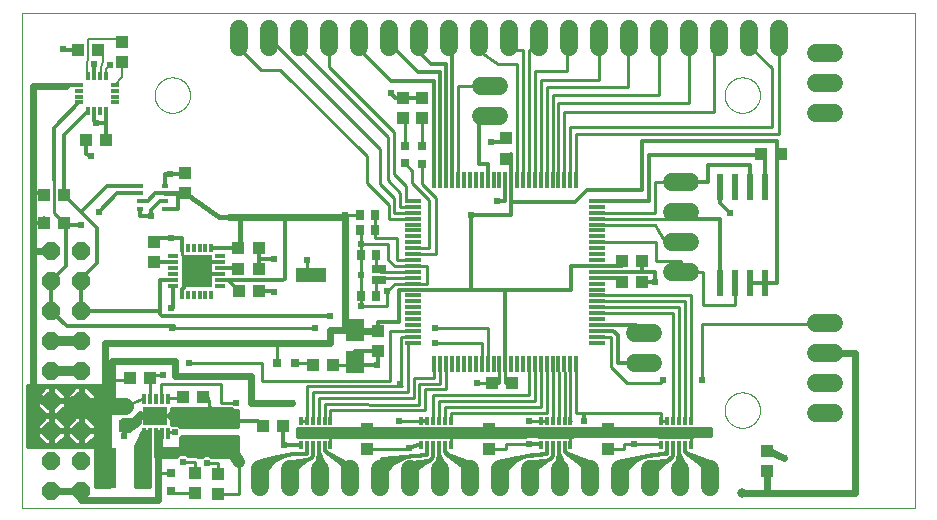
<source format=gtl>
G75*
%MOIN*%
%OFA0B0*%
%FSLAX25Y25*%
%IPPOS*%
%LPD*%
%AMOC8*
5,1,8,0,0,1.08239X$1,22.5*
%
%ADD10C,0.00000*%
%ADD11R,0.04331X0.03937*%
%ADD12R,0.03937X0.04331*%
%ADD13R,0.05906X0.07677*%
%ADD14R,0.08465X0.06299*%
%ADD15C,0.00011*%
%ADD16R,0.03800X0.13200*%
%ADD17R,0.03150X0.03150*%
%ADD18R,0.01200X0.02600*%
%ADD19R,0.12200X0.03900*%
%ADD20C,0.06000*%
%ADD21R,0.01181X0.03150*%
%ADD22R,0.03150X0.01181*%
%ADD23R,0.01378X0.03150*%
%ADD24R,0.03346X0.01378*%
%ADD25R,0.10236X0.11024*%
%ADD26R,0.05512X0.01181*%
%ADD27R,0.01181X0.05512*%
%ADD28R,0.02756X0.03543*%
%ADD29R,0.05000X0.02500*%
%ADD30R,0.10000X0.05000*%
%ADD31R,0.02400X0.08700*%
%ADD32OC8,0.06000*%
%ADD33R,0.01969X0.01378*%
%ADD34C,0.00800*%
%ADD35C,0.03200*%
%ADD36C,0.01000*%
%ADD37C,0.01200*%
%ADD38C,0.02381*%
%ADD39C,0.02400*%
%ADD40C,0.03562*%
%ADD41C,0.04000*%
%ADD42C,0.03169*%
%ADD43C,0.01600*%
%ADD44C,0.05600*%
D10*
X0009878Y0004550D02*
X0009878Y0169550D01*
X0307378Y0169550D01*
X0307378Y0004550D01*
X0009878Y0004550D01*
X0050710Y0033206D02*
X0050712Y0033254D01*
X0050718Y0033302D01*
X0050728Y0033349D01*
X0050741Y0033395D01*
X0050759Y0033440D01*
X0050779Y0033484D01*
X0050804Y0033526D01*
X0050832Y0033565D01*
X0050862Y0033602D01*
X0050896Y0033636D01*
X0050933Y0033668D01*
X0050971Y0033697D01*
X0051012Y0033722D01*
X0051055Y0033744D01*
X0051100Y0033762D01*
X0051146Y0033776D01*
X0051193Y0033787D01*
X0051241Y0033794D01*
X0051289Y0033797D01*
X0051337Y0033796D01*
X0051385Y0033791D01*
X0051433Y0033782D01*
X0051479Y0033770D01*
X0051524Y0033753D01*
X0051568Y0033733D01*
X0051610Y0033710D01*
X0051650Y0033683D01*
X0051688Y0033653D01*
X0051723Y0033620D01*
X0051755Y0033584D01*
X0051785Y0033546D01*
X0051811Y0033505D01*
X0051833Y0033462D01*
X0051853Y0033418D01*
X0051868Y0033373D01*
X0051880Y0033326D01*
X0051888Y0033278D01*
X0051892Y0033230D01*
X0051892Y0033182D01*
X0051888Y0033134D01*
X0051880Y0033086D01*
X0051868Y0033039D01*
X0051853Y0032994D01*
X0051833Y0032950D01*
X0051811Y0032907D01*
X0051785Y0032866D01*
X0051755Y0032828D01*
X0051723Y0032792D01*
X0051688Y0032759D01*
X0051650Y0032729D01*
X0051610Y0032702D01*
X0051568Y0032679D01*
X0051524Y0032659D01*
X0051479Y0032642D01*
X0051433Y0032630D01*
X0051385Y0032621D01*
X0051337Y0032616D01*
X0051289Y0032615D01*
X0051241Y0032618D01*
X0051193Y0032625D01*
X0051146Y0032636D01*
X0051100Y0032650D01*
X0051055Y0032668D01*
X0051012Y0032690D01*
X0050971Y0032715D01*
X0050933Y0032744D01*
X0050896Y0032776D01*
X0050862Y0032810D01*
X0050832Y0032847D01*
X0050804Y0032886D01*
X0050779Y0032928D01*
X0050759Y0032972D01*
X0050741Y0033017D01*
X0050728Y0033063D01*
X0050718Y0033110D01*
X0050712Y0033158D01*
X0050710Y0033206D01*
X0053662Y0035175D02*
X0053664Y0035223D01*
X0053670Y0035271D01*
X0053680Y0035318D01*
X0053693Y0035364D01*
X0053711Y0035409D01*
X0053731Y0035453D01*
X0053756Y0035495D01*
X0053784Y0035534D01*
X0053814Y0035571D01*
X0053848Y0035605D01*
X0053885Y0035637D01*
X0053923Y0035666D01*
X0053964Y0035691D01*
X0054007Y0035713D01*
X0054052Y0035731D01*
X0054098Y0035745D01*
X0054145Y0035756D01*
X0054193Y0035763D01*
X0054241Y0035766D01*
X0054289Y0035765D01*
X0054337Y0035760D01*
X0054385Y0035751D01*
X0054431Y0035739D01*
X0054476Y0035722D01*
X0054520Y0035702D01*
X0054562Y0035679D01*
X0054602Y0035652D01*
X0054640Y0035622D01*
X0054675Y0035589D01*
X0054707Y0035553D01*
X0054737Y0035515D01*
X0054763Y0035474D01*
X0054785Y0035431D01*
X0054805Y0035387D01*
X0054820Y0035342D01*
X0054832Y0035295D01*
X0054840Y0035247D01*
X0054844Y0035199D01*
X0054844Y0035151D01*
X0054840Y0035103D01*
X0054832Y0035055D01*
X0054820Y0035008D01*
X0054805Y0034963D01*
X0054785Y0034919D01*
X0054763Y0034876D01*
X0054737Y0034835D01*
X0054707Y0034797D01*
X0054675Y0034761D01*
X0054640Y0034728D01*
X0054602Y0034698D01*
X0054562Y0034671D01*
X0054520Y0034648D01*
X0054476Y0034628D01*
X0054431Y0034611D01*
X0054385Y0034599D01*
X0054337Y0034590D01*
X0054289Y0034585D01*
X0054241Y0034584D01*
X0054193Y0034587D01*
X0054145Y0034594D01*
X0054098Y0034605D01*
X0054052Y0034619D01*
X0054007Y0034637D01*
X0053964Y0034659D01*
X0053923Y0034684D01*
X0053885Y0034713D01*
X0053848Y0034745D01*
X0053814Y0034779D01*
X0053784Y0034816D01*
X0053756Y0034855D01*
X0053731Y0034897D01*
X0053711Y0034941D01*
X0053693Y0034986D01*
X0053680Y0035032D01*
X0053670Y0035079D01*
X0053664Y0035127D01*
X0053662Y0035175D01*
X0050710Y0037144D02*
X0050712Y0037192D01*
X0050718Y0037240D01*
X0050728Y0037287D01*
X0050741Y0037333D01*
X0050759Y0037378D01*
X0050779Y0037422D01*
X0050804Y0037464D01*
X0050832Y0037503D01*
X0050862Y0037540D01*
X0050896Y0037574D01*
X0050933Y0037606D01*
X0050971Y0037635D01*
X0051012Y0037660D01*
X0051055Y0037682D01*
X0051100Y0037700D01*
X0051146Y0037714D01*
X0051193Y0037725D01*
X0051241Y0037732D01*
X0051289Y0037735D01*
X0051337Y0037734D01*
X0051385Y0037729D01*
X0051433Y0037720D01*
X0051479Y0037708D01*
X0051524Y0037691D01*
X0051568Y0037671D01*
X0051610Y0037648D01*
X0051650Y0037621D01*
X0051688Y0037591D01*
X0051723Y0037558D01*
X0051755Y0037522D01*
X0051785Y0037484D01*
X0051811Y0037443D01*
X0051833Y0037400D01*
X0051853Y0037356D01*
X0051868Y0037311D01*
X0051880Y0037264D01*
X0051888Y0037216D01*
X0051892Y0037168D01*
X0051892Y0037120D01*
X0051888Y0037072D01*
X0051880Y0037024D01*
X0051868Y0036977D01*
X0051853Y0036932D01*
X0051833Y0036888D01*
X0051811Y0036845D01*
X0051785Y0036804D01*
X0051755Y0036766D01*
X0051723Y0036730D01*
X0051688Y0036697D01*
X0051650Y0036667D01*
X0051610Y0036640D01*
X0051568Y0036617D01*
X0051524Y0036597D01*
X0051479Y0036580D01*
X0051433Y0036568D01*
X0051385Y0036559D01*
X0051337Y0036554D01*
X0051289Y0036553D01*
X0051241Y0036556D01*
X0051193Y0036563D01*
X0051146Y0036574D01*
X0051100Y0036588D01*
X0051055Y0036606D01*
X0051012Y0036628D01*
X0050971Y0036653D01*
X0050933Y0036682D01*
X0050896Y0036714D01*
X0050862Y0036748D01*
X0050832Y0036785D01*
X0050804Y0036824D01*
X0050779Y0036866D01*
X0050759Y0036910D01*
X0050741Y0036955D01*
X0050728Y0037001D01*
X0050718Y0037048D01*
X0050712Y0037096D01*
X0050710Y0037144D01*
X0056615Y0037144D02*
X0056617Y0037192D01*
X0056623Y0037240D01*
X0056633Y0037287D01*
X0056646Y0037333D01*
X0056664Y0037378D01*
X0056684Y0037422D01*
X0056709Y0037464D01*
X0056737Y0037503D01*
X0056767Y0037540D01*
X0056801Y0037574D01*
X0056838Y0037606D01*
X0056876Y0037635D01*
X0056917Y0037660D01*
X0056960Y0037682D01*
X0057005Y0037700D01*
X0057051Y0037714D01*
X0057098Y0037725D01*
X0057146Y0037732D01*
X0057194Y0037735D01*
X0057242Y0037734D01*
X0057290Y0037729D01*
X0057338Y0037720D01*
X0057384Y0037708D01*
X0057429Y0037691D01*
X0057473Y0037671D01*
X0057515Y0037648D01*
X0057555Y0037621D01*
X0057593Y0037591D01*
X0057628Y0037558D01*
X0057660Y0037522D01*
X0057690Y0037484D01*
X0057716Y0037443D01*
X0057738Y0037400D01*
X0057758Y0037356D01*
X0057773Y0037311D01*
X0057785Y0037264D01*
X0057793Y0037216D01*
X0057797Y0037168D01*
X0057797Y0037120D01*
X0057793Y0037072D01*
X0057785Y0037024D01*
X0057773Y0036977D01*
X0057758Y0036932D01*
X0057738Y0036888D01*
X0057716Y0036845D01*
X0057690Y0036804D01*
X0057660Y0036766D01*
X0057628Y0036730D01*
X0057593Y0036697D01*
X0057555Y0036667D01*
X0057515Y0036640D01*
X0057473Y0036617D01*
X0057429Y0036597D01*
X0057384Y0036580D01*
X0057338Y0036568D01*
X0057290Y0036559D01*
X0057242Y0036554D01*
X0057194Y0036553D01*
X0057146Y0036556D01*
X0057098Y0036563D01*
X0057051Y0036574D01*
X0057005Y0036588D01*
X0056960Y0036606D01*
X0056917Y0036628D01*
X0056876Y0036653D01*
X0056838Y0036682D01*
X0056801Y0036714D01*
X0056767Y0036748D01*
X0056737Y0036785D01*
X0056709Y0036824D01*
X0056684Y0036866D01*
X0056664Y0036910D01*
X0056646Y0036955D01*
X0056633Y0037001D01*
X0056623Y0037048D01*
X0056617Y0037096D01*
X0056615Y0037144D01*
X0056615Y0033206D02*
X0056617Y0033254D01*
X0056623Y0033302D01*
X0056633Y0033349D01*
X0056646Y0033395D01*
X0056664Y0033440D01*
X0056684Y0033484D01*
X0056709Y0033526D01*
X0056737Y0033565D01*
X0056767Y0033602D01*
X0056801Y0033636D01*
X0056838Y0033668D01*
X0056876Y0033697D01*
X0056917Y0033722D01*
X0056960Y0033744D01*
X0057005Y0033762D01*
X0057051Y0033776D01*
X0057098Y0033787D01*
X0057146Y0033794D01*
X0057194Y0033797D01*
X0057242Y0033796D01*
X0057290Y0033791D01*
X0057338Y0033782D01*
X0057384Y0033770D01*
X0057429Y0033753D01*
X0057473Y0033733D01*
X0057515Y0033710D01*
X0057555Y0033683D01*
X0057593Y0033653D01*
X0057628Y0033620D01*
X0057660Y0033584D01*
X0057690Y0033546D01*
X0057716Y0033505D01*
X0057738Y0033462D01*
X0057758Y0033418D01*
X0057773Y0033373D01*
X0057785Y0033326D01*
X0057793Y0033278D01*
X0057797Y0033230D01*
X0057797Y0033182D01*
X0057793Y0033134D01*
X0057785Y0033086D01*
X0057773Y0033039D01*
X0057758Y0032994D01*
X0057738Y0032950D01*
X0057716Y0032907D01*
X0057690Y0032866D01*
X0057660Y0032828D01*
X0057628Y0032792D01*
X0057593Y0032759D01*
X0057555Y0032729D01*
X0057515Y0032702D01*
X0057473Y0032679D01*
X0057429Y0032659D01*
X0057384Y0032642D01*
X0057338Y0032630D01*
X0057290Y0032621D01*
X0057242Y0032616D01*
X0057194Y0032615D01*
X0057146Y0032618D01*
X0057098Y0032625D01*
X0057051Y0032636D01*
X0057005Y0032650D01*
X0056960Y0032668D01*
X0056917Y0032690D01*
X0056876Y0032715D01*
X0056838Y0032744D01*
X0056801Y0032776D01*
X0056767Y0032810D01*
X0056737Y0032847D01*
X0056709Y0032886D01*
X0056684Y0032928D01*
X0056664Y0032972D01*
X0056646Y0033017D01*
X0056633Y0033063D01*
X0056623Y0033110D01*
X0056617Y0033158D01*
X0056615Y0033206D01*
X0053972Y0142050D02*
X0053974Y0142203D01*
X0053980Y0142357D01*
X0053990Y0142510D01*
X0054004Y0142662D01*
X0054022Y0142815D01*
X0054044Y0142966D01*
X0054069Y0143117D01*
X0054099Y0143268D01*
X0054133Y0143418D01*
X0054170Y0143566D01*
X0054211Y0143714D01*
X0054256Y0143860D01*
X0054305Y0144006D01*
X0054358Y0144150D01*
X0054414Y0144292D01*
X0054474Y0144433D01*
X0054538Y0144573D01*
X0054605Y0144711D01*
X0054676Y0144847D01*
X0054751Y0144981D01*
X0054828Y0145113D01*
X0054910Y0145243D01*
X0054994Y0145371D01*
X0055082Y0145497D01*
X0055173Y0145620D01*
X0055267Y0145741D01*
X0055365Y0145859D01*
X0055465Y0145975D01*
X0055569Y0146088D01*
X0055675Y0146199D01*
X0055784Y0146307D01*
X0055896Y0146412D01*
X0056010Y0146513D01*
X0056128Y0146612D01*
X0056247Y0146708D01*
X0056369Y0146801D01*
X0056494Y0146890D01*
X0056621Y0146977D01*
X0056750Y0147059D01*
X0056881Y0147139D01*
X0057014Y0147215D01*
X0057149Y0147288D01*
X0057286Y0147357D01*
X0057425Y0147422D01*
X0057565Y0147484D01*
X0057707Y0147542D01*
X0057850Y0147597D01*
X0057995Y0147648D01*
X0058141Y0147695D01*
X0058288Y0147738D01*
X0058436Y0147777D01*
X0058585Y0147813D01*
X0058735Y0147844D01*
X0058886Y0147872D01*
X0059037Y0147896D01*
X0059190Y0147916D01*
X0059342Y0147932D01*
X0059495Y0147944D01*
X0059648Y0147952D01*
X0059801Y0147956D01*
X0059955Y0147956D01*
X0060108Y0147952D01*
X0060261Y0147944D01*
X0060414Y0147932D01*
X0060566Y0147916D01*
X0060719Y0147896D01*
X0060870Y0147872D01*
X0061021Y0147844D01*
X0061171Y0147813D01*
X0061320Y0147777D01*
X0061468Y0147738D01*
X0061615Y0147695D01*
X0061761Y0147648D01*
X0061906Y0147597D01*
X0062049Y0147542D01*
X0062191Y0147484D01*
X0062331Y0147422D01*
X0062470Y0147357D01*
X0062607Y0147288D01*
X0062742Y0147215D01*
X0062875Y0147139D01*
X0063006Y0147059D01*
X0063135Y0146977D01*
X0063262Y0146890D01*
X0063387Y0146801D01*
X0063509Y0146708D01*
X0063628Y0146612D01*
X0063746Y0146513D01*
X0063860Y0146412D01*
X0063972Y0146307D01*
X0064081Y0146199D01*
X0064187Y0146088D01*
X0064291Y0145975D01*
X0064391Y0145859D01*
X0064489Y0145741D01*
X0064583Y0145620D01*
X0064674Y0145497D01*
X0064762Y0145371D01*
X0064846Y0145243D01*
X0064928Y0145113D01*
X0065005Y0144981D01*
X0065080Y0144847D01*
X0065151Y0144711D01*
X0065218Y0144573D01*
X0065282Y0144433D01*
X0065342Y0144292D01*
X0065398Y0144150D01*
X0065451Y0144006D01*
X0065500Y0143860D01*
X0065545Y0143714D01*
X0065586Y0143566D01*
X0065623Y0143418D01*
X0065657Y0143268D01*
X0065687Y0143117D01*
X0065712Y0142966D01*
X0065734Y0142815D01*
X0065752Y0142662D01*
X0065766Y0142510D01*
X0065776Y0142357D01*
X0065782Y0142203D01*
X0065784Y0142050D01*
X0065782Y0141897D01*
X0065776Y0141743D01*
X0065766Y0141590D01*
X0065752Y0141438D01*
X0065734Y0141285D01*
X0065712Y0141134D01*
X0065687Y0140983D01*
X0065657Y0140832D01*
X0065623Y0140682D01*
X0065586Y0140534D01*
X0065545Y0140386D01*
X0065500Y0140240D01*
X0065451Y0140094D01*
X0065398Y0139950D01*
X0065342Y0139808D01*
X0065282Y0139667D01*
X0065218Y0139527D01*
X0065151Y0139389D01*
X0065080Y0139253D01*
X0065005Y0139119D01*
X0064928Y0138987D01*
X0064846Y0138857D01*
X0064762Y0138729D01*
X0064674Y0138603D01*
X0064583Y0138480D01*
X0064489Y0138359D01*
X0064391Y0138241D01*
X0064291Y0138125D01*
X0064187Y0138012D01*
X0064081Y0137901D01*
X0063972Y0137793D01*
X0063860Y0137688D01*
X0063746Y0137587D01*
X0063628Y0137488D01*
X0063509Y0137392D01*
X0063387Y0137299D01*
X0063262Y0137210D01*
X0063135Y0137123D01*
X0063006Y0137041D01*
X0062875Y0136961D01*
X0062742Y0136885D01*
X0062607Y0136812D01*
X0062470Y0136743D01*
X0062331Y0136678D01*
X0062191Y0136616D01*
X0062049Y0136558D01*
X0061906Y0136503D01*
X0061761Y0136452D01*
X0061615Y0136405D01*
X0061468Y0136362D01*
X0061320Y0136323D01*
X0061171Y0136287D01*
X0061021Y0136256D01*
X0060870Y0136228D01*
X0060719Y0136204D01*
X0060566Y0136184D01*
X0060414Y0136168D01*
X0060261Y0136156D01*
X0060108Y0136148D01*
X0059955Y0136144D01*
X0059801Y0136144D01*
X0059648Y0136148D01*
X0059495Y0136156D01*
X0059342Y0136168D01*
X0059190Y0136184D01*
X0059037Y0136204D01*
X0058886Y0136228D01*
X0058735Y0136256D01*
X0058585Y0136287D01*
X0058436Y0136323D01*
X0058288Y0136362D01*
X0058141Y0136405D01*
X0057995Y0136452D01*
X0057850Y0136503D01*
X0057707Y0136558D01*
X0057565Y0136616D01*
X0057425Y0136678D01*
X0057286Y0136743D01*
X0057149Y0136812D01*
X0057014Y0136885D01*
X0056881Y0136961D01*
X0056750Y0137041D01*
X0056621Y0137123D01*
X0056494Y0137210D01*
X0056369Y0137299D01*
X0056247Y0137392D01*
X0056128Y0137488D01*
X0056010Y0137587D01*
X0055896Y0137688D01*
X0055784Y0137793D01*
X0055675Y0137901D01*
X0055569Y0138012D01*
X0055465Y0138125D01*
X0055365Y0138241D01*
X0055267Y0138359D01*
X0055173Y0138480D01*
X0055082Y0138603D01*
X0054994Y0138729D01*
X0054910Y0138857D01*
X0054828Y0138987D01*
X0054751Y0139119D01*
X0054676Y0139253D01*
X0054605Y0139389D01*
X0054538Y0139527D01*
X0054474Y0139667D01*
X0054414Y0139808D01*
X0054358Y0139950D01*
X0054305Y0140094D01*
X0054256Y0140240D01*
X0054211Y0140386D01*
X0054170Y0140534D01*
X0054133Y0140682D01*
X0054099Y0140832D01*
X0054069Y0140983D01*
X0054044Y0141134D01*
X0054022Y0141285D01*
X0054004Y0141438D01*
X0053990Y0141590D01*
X0053980Y0141743D01*
X0053974Y0141897D01*
X0053972Y0142050D01*
X0243972Y0142050D02*
X0243974Y0142203D01*
X0243980Y0142357D01*
X0243990Y0142510D01*
X0244004Y0142662D01*
X0244022Y0142815D01*
X0244044Y0142966D01*
X0244069Y0143117D01*
X0244099Y0143268D01*
X0244133Y0143418D01*
X0244170Y0143566D01*
X0244211Y0143714D01*
X0244256Y0143860D01*
X0244305Y0144006D01*
X0244358Y0144150D01*
X0244414Y0144292D01*
X0244474Y0144433D01*
X0244538Y0144573D01*
X0244605Y0144711D01*
X0244676Y0144847D01*
X0244751Y0144981D01*
X0244828Y0145113D01*
X0244910Y0145243D01*
X0244994Y0145371D01*
X0245082Y0145497D01*
X0245173Y0145620D01*
X0245267Y0145741D01*
X0245365Y0145859D01*
X0245465Y0145975D01*
X0245569Y0146088D01*
X0245675Y0146199D01*
X0245784Y0146307D01*
X0245896Y0146412D01*
X0246010Y0146513D01*
X0246128Y0146612D01*
X0246247Y0146708D01*
X0246369Y0146801D01*
X0246494Y0146890D01*
X0246621Y0146977D01*
X0246750Y0147059D01*
X0246881Y0147139D01*
X0247014Y0147215D01*
X0247149Y0147288D01*
X0247286Y0147357D01*
X0247425Y0147422D01*
X0247565Y0147484D01*
X0247707Y0147542D01*
X0247850Y0147597D01*
X0247995Y0147648D01*
X0248141Y0147695D01*
X0248288Y0147738D01*
X0248436Y0147777D01*
X0248585Y0147813D01*
X0248735Y0147844D01*
X0248886Y0147872D01*
X0249037Y0147896D01*
X0249190Y0147916D01*
X0249342Y0147932D01*
X0249495Y0147944D01*
X0249648Y0147952D01*
X0249801Y0147956D01*
X0249955Y0147956D01*
X0250108Y0147952D01*
X0250261Y0147944D01*
X0250414Y0147932D01*
X0250566Y0147916D01*
X0250719Y0147896D01*
X0250870Y0147872D01*
X0251021Y0147844D01*
X0251171Y0147813D01*
X0251320Y0147777D01*
X0251468Y0147738D01*
X0251615Y0147695D01*
X0251761Y0147648D01*
X0251906Y0147597D01*
X0252049Y0147542D01*
X0252191Y0147484D01*
X0252331Y0147422D01*
X0252470Y0147357D01*
X0252607Y0147288D01*
X0252742Y0147215D01*
X0252875Y0147139D01*
X0253006Y0147059D01*
X0253135Y0146977D01*
X0253262Y0146890D01*
X0253387Y0146801D01*
X0253509Y0146708D01*
X0253628Y0146612D01*
X0253746Y0146513D01*
X0253860Y0146412D01*
X0253972Y0146307D01*
X0254081Y0146199D01*
X0254187Y0146088D01*
X0254291Y0145975D01*
X0254391Y0145859D01*
X0254489Y0145741D01*
X0254583Y0145620D01*
X0254674Y0145497D01*
X0254762Y0145371D01*
X0254846Y0145243D01*
X0254928Y0145113D01*
X0255005Y0144981D01*
X0255080Y0144847D01*
X0255151Y0144711D01*
X0255218Y0144573D01*
X0255282Y0144433D01*
X0255342Y0144292D01*
X0255398Y0144150D01*
X0255451Y0144006D01*
X0255500Y0143860D01*
X0255545Y0143714D01*
X0255586Y0143566D01*
X0255623Y0143418D01*
X0255657Y0143268D01*
X0255687Y0143117D01*
X0255712Y0142966D01*
X0255734Y0142815D01*
X0255752Y0142662D01*
X0255766Y0142510D01*
X0255776Y0142357D01*
X0255782Y0142203D01*
X0255784Y0142050D01*
X0255782Y0141897D01*
X0255776Y0141743D01*
X0255766Y0141590D01*
X0255752Y0141438D01*
X0255734Y0141285D01*
X0255712Y0141134D01*
X0255687Y0140983D01*
X0255657Y0140832D01*
X0255623Y0140682D01*
X0255586Y0140534D01*
X0255545Y0140386D01*
X0255500Y0140240D01*
X0255451Y0140094D01*
X0255398Y0139950D01*
X0255342Y0139808D01*
X0255282Y0139667D01*
X0255218Y0139527D01*
X0255151Y0139389D01*
X0255080Y0139253D01*
X0255005Y0139119D01*
X0254928Y0138987D01*
X0254846Y0138857D01*
X0254762Y0138729D01*
X0254674Y0138603D01*
X0254583Y0138480D01*
X0254489Y0138359D01*
X0254391Y0138241D01*
X0254291Y0138125D01*
X0254187Y0138012D01*
X0254081Y0137901D01*
X0253972Y0137793D01*
X0253860Y0137688D01*
X0253746Y0137587D01*
X0253628Y0137488D01*
X0253509Y0137392D01*
X0253387Y0137299D01*
X0253262Y0137210D01*
X0253135Y0137123D01*
X0253006Y0137041D01*
X0252875Y0136961D01*
X0252742Y0136885D01*
X0252607Y0136812D01*
X0252470Y0136743D01*
X0252331Y0136678D01*
X0252191Y0136616D01*
X0252049Y0136558D01*
X0251906Y0136503D01*
X0251761Y0136452D01*
X0251615Y0136405D01*
X0251468Y0136362D01*
X0251320Y0136323D01*
X0251171Y0136287D01*
X0251021Y0136256D01*
X0250870Y0136228D01*
X0250719Y0136204D01*
X0250566Y0136184D01*
X0250414Y0136168D01*
X0250261Y0136156D01*
X0250108Y0136148D01*
X0249955Y0136144D01*
X0249801Y0136144D01*
X0249648Y0136148D01*
X0249495Y0136156D01*
X0249342Y0136168D01*
X0249190Y0136184D01*
X0249037Y0136204D01*
X0248886Y0136228D01*
X0248735Y0136256D01*
X0248585Y0136287D01*
X0248436Y0136323D01*
X0248288Y0136362D01*
X0248141Y0136405D01*
X0247995Y0136452D01*
X0247850Y0136503D01*
X0247707Y0136558D01*
X0247565Y0136616D01*
X0247425Y0136678D01*
X0247286Y0136743D01*
X0247149Y0136812D01*
X0247014Y0136885D01*
X0246881Y0136961D01*
X0246750Y0137041D01*
X0246621Y0137123D01*
X0246494Y0137210D01*
X0246369Y0137299D01*
X0246247Y0137392D01*
X0246128Y0137488D01*
X0246010Y0137587D01*
X0245896Y0137688D01*
X0245784Y0137793D01*
X0245675Y0137901D01*
X0245569Y0138012D01*
X0245465Y0138125D01*
X0245365Y0138241D01*
X0245267Y0138359D01*
X0245173Y0138480D01*
X0245082Y0138603D01*
X0244994Y0138729D01*
X0244910Y0138857D01*
X0244828Y0138987D01*
X0244751Y0139119D01*
X0244676Y0139253D01*
X0244605Y0139389D01*
X0244538Y0139527D01*
X0244474Y0139667D01*
X0244414Y0139808D01*
X0244358Y0139950D01*
X0244305Y0140094D01*
X0244256Y0140240D01*
X0244211Y0140386D01*
X0244170Y0140534D01*
X0244133Y0140682D01*
X0244099Y0140832D01*
X0244069Y0140983D01*
X0244044Y0141134D01*
X0244022Y0141285D01*
X0244004Y0141438D01*
X0243990Y0141590D01*
X0243980Y0141743D01*
X0243974Y0141897D01*
X0243972Y0142050D01*
X0243972Y0037050D02*
X0243974Y0037203D01*
X0243980Y0037357D01*
X0243990Y0037510D01*
X0244004Y0037662D01*
X0244022Y0037815D01*
X0244044Y0037966D01*
X0244069Y0038117D01*
X0244099Y0038268D01*
X0244133Y0038418D01*
X0244170Y0038566D01*
X0244211Y0038714D01*
X0244256Y0038860D01*
X0244305Y0039006D01*
X0244358Y0039150D01*
X0244414Y0039292D01*
X0244474Y0039433D01*
X0244538Y0039573D01*
X0244605Y0039711D01*
X0244676Y0039847D01*
X0244751Y0039981D01*
X0244828Y0040113D01*
X0244910Y0040243D01*
X0244994Y0040371D01*
X0245082Y0040497D01*
X0245173Y0040620D01*
X0245267Y0040741D01*
X0245365Y0040859D01*
X0245465Y0040975D01*
X0245569Y0041088D01*
X0245675Y0041199D01*
X0245784Y0041307D01*
X0245896Y0041412D01*
X0246010Y0041513D01*
X0246128Y0041612D01*
X0246247Y0041708D01*
X0246369Y0041801D01*
X0246494Y0041890D01*
X0246621Y0041977D01*
X0246750Y0042059D01*
X0246881Y0042139D01*
X0247014Y0042215D01*
X0247149Y0042288D01*
X0247286Y0042357D01*
X0247425Y0042422D01*
X0247565Y0042484D01*
X0247707Y0042542D01*
X0247850Y0042597D01*
X0247995Y0042648D01*
X0248141Y0042695D01*
X0248288Y0042738D01*
X0248436Y0042777D01*
X0248585Y0042813D01*
X0248735Y0042844D01*
X0248886Y0042872D01*
X0249037Y0042896D01*
X0249190Y0042916D01*
X0249342Y0042932D01*
X0249495Y0042944D01*
X0249648Y0042952D01*
X0249801Y0042956D01*
X0249955Y0042956D01*
X0250108Y0042952D01*
X0250261Y0042944D01*
X0250414Y0042932D01*
X0250566Y0042916D01*
X0250719Y0042896D01*
X0250870Y0042872D01*
X0251021Y0042844D01*
X0251171Y0042813D01*
X0251320Y0042777D01*
X0251468Y0042738D01*
X0251615Y0042695D01*
X0251761Y0042648D01*
X0251906Y0042597D01*
X0252049Y0042542D01*
X0252191Y0042484D01*
X0252331Y0042422D01*
X0252470Y0042357D01*
X0252607Y0042288D01*
X0252742Y0042215D01*
X0252875Y0042139D01*
X0253006Y0042059D01*
X0253135Y0041977D01*
X0253262Y0041890D01*
X0253387Y0041801D01*
X0253509Y0041708D01*
X0253628Y0041612D01*
X0253746Y0041513D01*
X0253860Y0041412D01*
X0253972Y0041307D01*
X0254081Y0041199D01*
X0254187Y0041088D01*
X0254291Y0040975D01*
X0254391Y0040859D01*
X0254489Y0040741D01*
X0254583Y0040620D01*
X0254674Y0040497D01*
X0254762Y0040371D01*
X0254846Y0040243D01*
X0254928Y0040113D01*
X0255005Y0039981D01*
X0255080Y0039847D01*
X0255151Y0039711D01*
X0255218Y0039573D01*
X0255282Y0039433D01*
X0255342Y0039292D01*
X0255398Y0039150D01*
X0255451Y0039006D01*
X0255500Y0038860D01*
X0255545Y0038714D01*
X0255586Y0038566D01*
X0255623Y0038418D01*
X0255657Y0038268D01*
X0255687Y0038117D01*
X0255712Y0037966D01*
X0255734Y0037815D01*
X0255752Y0037662D01*
X0255766Y0037510D01*
X0255776Y0037357D01*
X0255782Y0037203D01*
X0255784Y0037050D01*
X0255782Y0036897D01*
X0255776Y0036743D01*
X0255766Y0036590D01*
X0255752Y0036438D01*
X0255734Y0036285D01*
X0255712Y0036134D01*
X0255687Y0035983D01*
X0255657Y0035832D01*
X0255623Y0035682D01*
X0255586Y0035534D01*
X0255545Y0035386D01*
X0255500Y0035240D01*
X0255451Y0035094D01*
X0255398Y0034950D01*
X0255342Y0034808D01*
X0255282Y0034667D01*
X0255218Y0034527D01*
X0255151Y0034389D01*
X0255080Y0034253D01*
X0255005Y0034119D01*
X0254928Y0033987D01*
X0254846Y0033857D01*
X0254762Y0033729D01*
X0254674Y0033603D01*
X0254583Y0033480D01*
X0254489Y0033359D01*
X0254391Y0033241D01*
X0254291Y0033125D01*
X0254187Y0033012D01*
X0254081Y0032901D01*
X0253972Y0032793D01*
X0253860Y0032688D01*
X0253746Y0032587D01*
X0253628Y0032488D01*
X0253509Y0032392D01*
X0253387Y0032299D01*
X0253262Y0032210D01*
X0253135Y0032123D01*
X0253006Y0032041D01*
X0252875Y0031961D01*
X0252742Y0031885D01*
X0252607Y0031812D01*
X0252470Y0031743D01*
X0252331Y0031678D01*
X0252191Y0031616D01*
X0252049Y0031558D01*
X0251906Y0031503D01*
X0251761Y0031452D01*
X0251615Y0031405D01*
X0251468Y0031362D01*
X0251320Y0031323D01*
X0251171Y0031287D01*
X0251021Y0031256D01*
X0250870Y0031228D01*
X0250719Y0031204D01*
X0250566Y0031184D01*
X0250414Y0031168D01*
X0250261Y0031156D01*
X0250108Y0031148D01*
X0249955Y0031144D01*
X0249801Y0031144D01*
X0249648Y0031148D01*
X0249495Y0031156D01*
X0249342Y0031168D01*
X0249190Y0031184D01*
X0249037Y0031204D01*
X0248886Y0031228D01*
X0248735Y0031256D01*
X0248585Y0031287D01*
X0248436Y0031323D01*
X0248288Y0031362D01*
X0248141Y0031405D01*
X0247995Y0031452D01*
X0247850Y0031503D01*
X0247707Y0031558D01*
X0247565Y0031616D01*
X0247425Y0031678D01*
X0247286Y0031743D01*
X0247149Y0031812D01*
X0247014Y0031885D01*
X0246881Y0031961D01*
X0246750Y0032041D01*
X0246621Y0032123D01*
X0246494Y0032210D01*
X0246369Y0032299D01*
X0246247Y0032392D01*
X0246128Y0032488D01*
X0246010Y0032587D01*
X0245896Y0032688D01*
X0245784Y0032793D01*
X0245675Y0032901D01*
X0245569Y0033012D01*
X0245465Y0033125D01*
X0245365Y0033241D01*
X0245267Y0033359D01*
X0245173Y0033480D01*
X0245082Y0033603D01*
X0244994Y0033729D01*
X0244910Y0033857D01*
X0244828Y0033987D01*
X0244751Y0034119D01*
X0244676Y0034253D01*
X0244605Y0034389D01*
X0244538Y0034527D01*
X0244474Y0034667D01*
X0244414Y0034808D01*
X0244358Y0034950D01*
X0244305Y0035094D01*
X0244256Y0035240D01*
X0244211Y0035386D01*
X0244170Y0035534D01*
X0244133Y0035682D01*
X0244099Y0035832D01*
X0244069Y0035983D01*
X0244044Y0036134D01*
X0244022Y0036285D01*
X0244004Y0036438D01*
X0243990Y0036590D01*
X0243980Y0036743D01*
X0243974Y0036897D01*
X0243972Y0037050D01*
D11*
X0173175Y0046000D03*
X0166482Y0046000D03*
X0209832Y0079750D03*
X0216525Y0079750D03*
X0216525Y0086650D03*
X0209832Y0086650D03*
X0142978Y0134504D03*
X0136778Y0134404D03*
X0136778Y0141096D03*
X0142978Y0141196D03*
X0088625Y0091050D03*
X0081932Y0091050D03*
X0081932Y0084250D03*
X0088625Y0084250D03*
X0088825Y0076650D03*
X0082132Y0076650D03*
X0070100Y0041425D03*
X0063407Y0041425D03*
X0090132Y0031850D03*
X0096825Y0031850D03*
X0075078Y0015896D03*
X0075078Y0009204D03*
X0067378Y0009279D03*
X0067378Y0015971D03*
X0037825Y0126950D03*
X0031132Y0126950D03*
X0028432Y0156950D03*
X0035125Y0156950D03*
D12*
X0043178Y0159696D03*
X0043178Y0153004D03*
X0064178Y0116196D03*
X0064178Y0109504D03*
X0053678Y0093096D03*
X0053678Y0086404D03*
X0023825Y0099450D03*
X0017132Y0099450D03*
X0017132Y0108650D03*
X0023825Y0108650D03*
X0106732Y0052250D03*
X0113425Y0052250D03*
X0128278Y0056704D03*
X0128278Y0063396D03*
X0079253Y0033521D03*
X0072953Y0033521D03*
X0066053Y0033521D03*
X0066053Y0026829D03*
X0072953Y0026829D03*
X0079253Y0026829D03*
X0052600Y0047675D03*
X0045907Y0047675D03*
X0044253Y0038521D03*
X0044253Y0031829D03*
X0124878Y0030796D03*
X0124878Y0024104D03*
X0165478Y0024104D03*
X0165478Y0030796D03*
X0205078Y0030796D03*
X0205078Y0024104D03*
X0258178Y0023496D03*
X0258178Y0016804D03*
X0171178Y0120904D03*
X0171178Y0127596D03*
X0256132Y0122450D03*
X0262825Y0122450D03*
D13*
X0120878Y0063863D03*
X0120878Y0053037D03*
D14*
X0054253Y0035175D03*
D15*
X0054799Y0031036D02*
X0054799Y0027798D01*
X0053707Y0027798D01*
X0053707Y0031036D01*
X0054799Y0031036D01*
X0054799Y0027808D02*
X0053707Y0027808D01*
X0053707Y0027818D02*
X0054799Y0027818D01*
X0054799Y0027828D02*
X0053707Y0027828D01*
X0053707Y0027838D02*
X0054799Y0027838D01*
X0054799Y0027848D02*
X0053707Y0027848D01*
X0053707Y0027858D02*
X0054799Y0027858D01*
X0054799Y0027868D02*
X0053707Y0027868D01*
X0053707Y0027878D02*
X0054799Y0027878D01*
X0054799Y0027888D02*
X0053707Y0027888D01*
X0053707Y0027898D02*
X0054799Y0027898D01*
X0054799Y0027908D02*
X0053707Y0027908D01*
X0053707Y0027918D02*
X0054799Y0027918D01*
X0054799Y0027928D02*
X0053707Y0027928D01*
X0053707Y0027938D02*
X0054799Y0027938D01*
X0054799Y0027948D02*
X0053707Y0027948D01*
X0053707Y0027958D02*
X0054799Y0027958D01*
X0054799Y0027968D02*
X0053707Y0027968D01*
X0053707Y0027978D02*
X0054799Y0027978D01*
X0054799Y0027988D02*
X0053707Y0027988D01*
X0053707Y0027998D02*
X0054799Y0027998D01*
X0054799Y0028008D02*
X0053707Y0028008D01*
X0053707Y0028018D02*
X0054799Y0028018D01*
X0054799Y0028028D02*
X0053707Y0028028D01*
X0053707Y0028038D02*
X0054799Y0028038D01*
X0054799Y0028048D02*
X0053707Y0028048D01*
X0053707Y0028058D02*
X0054799Y0028058D01*
X0054799Y0028068D02*
X0053707Y0028068D01*
X0053707Y0028078D02*
X0054799Y0028078D01*
X0054799Y0028088D02*
X0053707Y0028088D01*
X0053707Y0028098D02*
X0054799Y0028098D01*
X0054799Y0028108D02*
X0053707Y0028108D01*
X0053707Y0028118D02*
X0054799Y0028118D01*
X0054799Y0028128D02*
X0053707Y0028128D01*
X0053707Y0028138D02*
X0054799Y0028138D01*
X0054799Y0028148D02*
X0053707Y0028148D01*
X0053707Y0028158D02*
X0054799Y0028158D01*
X0054799Y0028168D02*
X0053707Y0028168D01*
X0053707Y0028178D02*
X0054799Y0028178D01*
X0054799Y0028188D02*
X0053707Y0028188D01*
X0053707Y0028198D02*
X0054799Y0028198D01*
X0054799Y0028208D02*
X0053707Y0028208D01*
X0053707Y0028218D02*
X0054799Y0028218D01*
X0054799Y0028228D02*
X0053707Y0028228D01*
X0053707Y0028238D02*
X0054799Y0028238D01*
X0054799Y0028248D02*
X0053707Y0028248D01*
X0053707Y0028258D02*
X0054799Y0028258D01*
X0054799Y0028268D02*
X0053707Y0028268D01*
X0053707Y0028278D02*
X0054799Y0028278D01*
X0054799Y0028288D02*
X0053707Y0028288D01*
X0053707Y0028298D02*
X0054799Y0028298D01*
X0054799Y0028308D02*
X0053707Y0028308D01*
X0053707Y0028318D02*
X0054799Y0028318D01*
X0054799Y0028328D02*
X0053707Y0028328D01*
X0053707Y0028338D02*
X0054799Y0028338D01*
X0054799Y0028348D02*
X0053707Y0028348D01*
X0053707Y0028358D02*
X0054799Y0028358D01*
X0054799Y0028368D02*
X0053707Y0028368D01*
X0053707Y0028378D02*
X0054799Y0028378D01*
X0054799Y0028388D02*
X0053707Y0028388D01*
X0053707Y0028398D02*
X0054799Y0028398D01*
X0054799Y0028408D02*
X0053707Y0028408D01*
X0053707Y0028418D02*
X0054799Y0028418D01*
X0054799Y0028428D02*
X0053707Y0028428D01*
X0053707Y0028438D02*
X0054799Y0028438D01*
X0054799Y0028448D02*
X0053707Y0028448D01*
X0053707Y0028458D02*
X0054799Y0028458D01*
X0054799Y0028468D02*
X0053707Y0028468D01*
X0053707Y0028478D02*
X0054799Y0028478D01*
X0054799Y0028488D02*
X0053707Y0028488D01*
X0053707Y0028498D02*
X0054799Y0028498D01*
X0054799Y0028508D02*
X0053707Y0028508D01*
X0053707Y0028518D02*
X0054799Y0028518D01*
X0054799Y0028528D02*
X0053707Y0028528D01*
X0053707Y0028538D02*
X0054799Y0028538D01*
X0054799Y0028548D02*
X0053707Y0028548D01*
X0053707Y0028558D02*
X0054799Y0028558D01*
X0054799Y0028568D02*
X0053707Y0028568D01*
X0053707Y0028578D02*
X0054799Y0028578D01*
X0054799Y0028588D02*
X0053707Y0028588D01*
X0053707Y0028598D02*
X0054799Y0028598D01*
X0054799Y0028608D02*
X0053707Y0028608D01*
X0053707Y0028618D02*
X0054799Y0028618D01*
X0054799Y0028628D02*
X0053707Y0028628D01*
X0053707Y0028638D02*
X0054799Y0028638D01*
X0054799Y0028648D02*
X0053707Y0028648D01*
X0053707Y0028658D02*
X0054799Y0028658D01*
X0054799Y0028668D02*
X0053707Y0028668D01*
X0053707Y0028678D02*
X0054799Y0028678D01*
X0054799Y0028688D02*
X0053707Y0028688D01*
X0053707Y0028698D02*
X0054799Y0028698D01*
X0054799Y0028708D02*
X0053707Y0028708D01*
X0053707Y0028718D02*
X0054799Y0028718D01*
X0054799Y0028728D02*
X0053707Y0028728D01*
X0053707Y0028738D02*
X0054799Y0028738D01*
X0054799Y0028748D02*
X0053707Y0028748D01*
X0053707Y0028758D02*
X0054799Y0028758D01*
X0054799Y0028768D02*
X0053707Y0028768D01*
X0053707Y0028778D02*
X0054799Y0028778D01*
X0054799Y0028788D02*
X0053707Y0028788D01*
X0053707Y0028798D02*
X0054799Y0028798D01*
X0054799Y0028808D02*
X0053707Y0028808D01*
X0053707Y0028818D02*
X0054799Y0028818D01*
X0054799Y0028828D02*
X0053707Y0028828D01*
X0053707Y0028838D02*
X0054799Y0028838D01*
X0054799Y0028848D02*
X0053707Y0028848D01*
X0053707Y0028858D02*
X0054799Y0028858D01*
X0054799Y0028868D02*
X0053707Y0028868D01*
X0053707Y0028878D02*
X0054799Y0028878D01*
X0054799Y0028888D02*
X0053707Y0028888D01*
X0053707Y0028898D02*
X0054799Y0028898D01*
X0054799Y0028908D02*
X0053707Y0028908D01*
X0053707Y0028918D02*
X0054799Y0028918D01*
X0054799Y0028928D02*
X0053707Y0028928D01*
X0053707Y0028938D02*
X0054799Y0028938D01*
X0054799Y0028948D02*
X0053707Y0028948D01*
X0053707Y0028958D02*
X0054799Y0028958D01*
X0054799Y0028968D02*
X0053707Y0028968D01*
X0053707Y0028978D02*
X0054799Y0028978D01*
X0054799Y0028988D02*
X0053707Y0028988D01*
X0053707Y0028998D02*
X0054799Y0028998D01*
X0054799Y0029008D02*
X0053707Y0029008D01*
X0053707Y0029018D02*
X0054799Y0029018D01*
X0054799Y0029028D02*
X0053707Y0029028D01*
X0053707Y0029038D02*
X0054799Y0029038D01*
X0054799Y0029048D02*
X0053707Y0029048D01*
X0053707Y0029058D02*
X0054799Y0029058D01*
X0054799Y0029068D02*
X0053707Y0029068D01*
X0053707Y0029078D02*
X0054799Y0029078D01*
X0054799Y0029088D02*
X0053707Y0029088D01*
X0053707Y0029098D02*
X0054799Y0029098D01*
X0054799Y0029108D02*
X0053707Y0029108D01*
X0053707Y0029118D02*
X0054799Y0029118D01*
X0054799Y0029128D02*
X0053707Y0029128D01*
X0053707Y0029138D02*
X0054799Y0029138D01*
X0054799Y0029148D02*
X0053707Y0029148D01*
X0053707Y0029158D02*
X0054799Y0029158D01*
X0054799Y0029168D02*
X0053707Y0029168D01*
X0053707Y0029178D02*
X0054799Y0029178D01*
X0054799Y0029188D02*
X0053707Y0029188D01*
X0053707Y0029198D02*
X0054799Y0029198D01*
X0054799Y0029208D02*
X0053707Y0029208D01*
X0053707Y0029218D02*
X0054799Y0029218D01*
X0054799Y0029228D02*
X0053707Y0029228D01*
X0053707Y0029238D02*
X0054799Y0029238D01*
X0054799Y0029248D02*
X0053707Y0029248D01*
X0053707Y0029258D02*
X0054799Y0029258D01*
X0054799Y0029268D02*
X0053707Y0029268D01*
X0053707Y0029278D02*
X0054799Y0029278D01*
X0054799Y0029288D02*
X0053707Y0029288D01*
X0053707Y0029298D02*
X0054799Y0029298D01*
X0054799Y0029308D02*
X0053707Y0029308D01*
X0053707Y0029318D02*
X0054799Y0029318D01*
X0054799Y0029328D02*
X0053707Y0029328D01*
X0053707Y0029338D02*
X0054799Y0029338D01*
X0054799Y0029348D02*
X0053707Y0029348D01*
X0053707Y0029358D02*
X0054799Y0029358D01*
X0054799Y0029368D02*
X0053707Y0029368D01*
X0053707Y0029378D02*
X0054799Y0029378D01*
X0054799Y0029388D02*
X0053707Y0029388D01*
X0053707Y0029398D02*
X0054799Y0029398D01*
X0054799Y0029408D02*
X0053707Y0029408D01*
X0053707Y0029418D02*
X0054799Y0029418D01*
X0054799Y0029428D02*
X0053707Y0029428D01*
X0053707Y0029438D02*
X0054799Y0029438D01*
X0054799Y0029448D02*
X0053707Y0029448D01*
X0053707Y0029458D02*
X0054799Y0029458D01*
X0054799Y0029468D02*
X0053707Y0029468D01*
X0053707Y0029478D02*
X0054799Y0029478D01*
X0054799Y0029488D02*
X0053707Y0029488D01*
X0053707Y0029498D02*
X0054799Y0029498D01*
X0054799Y0029508D02*
X0053707Y0029508D01*
X0053707Y0029518D02*
X0054799Y0029518D01*
X0054799Y0029528D02*
X0053707Y0029528D01*
X0053707Y0029538D02*
X0054799Y0029538D01*
X0054799Y0029548D02*
X0053707Y0029548D01*
X0053707Y0029558D02*
X0054799Y0029558D01*
X0054799Y0029568D02*
X0053707Y0029568D01*
X0053707Y0029578D02*
X0054799Y0029578D01*
X0054799Y0029588D02*
X0053707Y0029588D01*
X0053707Y0029598D02*
X0054799Y0029598D01*
X0054799Y0029608D02*
X0053707Y0029608D01*
X0053707Y0029618D02*
X0054799Y0029618D01*
X0054799Y0029628D02*
X0053707Y0029628D01*
X0053707Y0029638D02*
X0054799Y0029638D01*
X0054799Y0029648D02*
X0053707Y0029648D01*
X0053707Y0029658D02*
X0054799Y0029658D01*
X0054799Y0029668D02*
X0053707Y0029668D01*
X0053707Y0029678D02*
X0054799Y0029678D01*
X0054799Y0029688D02*
X0053707Y0029688D01*
X0053707Y0029698D02*
X0054799Y0029698D01*
X0054799Y0029708D02*
X0053707Y0029708D01*
X0053707Y0029718D02*
X0054799Y0029718D01*
X0054799Y0029728D02*
X0053707Y0029728D01*
X0053707Y0029738D02*
X0054799Y0029738D01*
X0054799Y0029748D02*
X0053707Y0029748D01*
X0053707Y0029758D02*
X0054799Y0029758D01*
X0054799Y0029768D02*
X0053707Y0029768D01*
X0053707Y0029778D02*
X0054799Y0029778D01*
X0054799Y0029788D02*
X0053707Y0029788D01*
X0053707Y0029798D02*
X0054799Y0029798D01*
X0054799Y0029808D02*
X0053707Y0029808D01*
X0053707Y0029818D02*
X0054799Y0029818D01*
X0054799Y0029828D02*
X0053707Y0029828D01*
X0053707Y0029838D02*
X0054799Y0029838D01*
X0054799Y0029848D02*
X0053707Y0029848D01*
X0053707Y0029858D02*
X0054799Y0029858D01*
X0054799Y0029868D02*
X0053707Y0029868D01*
X0053707Y0029878D02*
X0054799Y0029878D01*
X0054799Y0029888D02*
X0053707Y0029888D01*
X0053707Y0029898D02*
X0054799Y0029898D01*
X0054799Y0029908D02*
X0053707Y0029908D01*
X0053707Y0029918D02*
X0054799Y0029918D01*
X0054799Y0029928D02*
X0053707Y0029928D01*
X0053707Y0029938D02*
X0054799Y0029938D01*
X0054799Y0029948D02*
X0053707Y0029948D01*
X0053707Y0029958D02*
X0054799Y0029958D01*
X0054799Y0029968D02*
X0053707Y0029968D01*
X0053707Y0029978D02*
X0054799Y0029978D01*
X0054799Y0029988D02*
X0053707Y0029988D01*
X0053707Y0029998D02*
X0054799Y0029998D01*
X0054799Y0030008D02*
X0053707Y0030008D01*
X0053707Y0030018D02*
X0054799Y0030018D01*
X0054799Y0030028D02*
X0053707Y0030028D01*
X0053707Y0030038D02*
X0054799Y0030038D01*
X0054799Y0030048D02*
X0053707Y0030048D01*
X0053707Y0030058D02*
X0054799Y0030058D01*
X0054799Y0030068D02*
X0053707Y0030068D01*
X0053707Y0030078D02*
X0054799Y0030078D01*
X0054799Y0030088D02*
X0053707Y0030088D01*
X0053707Y0030098D02*
X0054799Y0030098D01*
X0054799Y0030108D02*
X0053707Y0030108D01*
X0053707Y0030118D02*
X0054799Y0030118D01*
X0054799Y0030128D02*
X0053707Y0030128D01*
X0053707Y0030138D02*
X0054799Y0030138D01*
X0054799Y0030148D02*
X0053707Y0030148D01*
X0053707Y0030158D02*
X0054799Y0030158D01*
X0054799Y0030168D02*
X0053707Y0030168D01*
X0053707Y0030178D02*
X0054799Y0030178D01*
X0054799Y0030188D02*
X0053707Y0030188D01*
X0053707Y0030198D02*
X0054799Y0030198D01*
X0054799Y0030208D02*
X0053707Y0030208D01*
X0053707Y0030218D02*
X0054799Y0030218D01*
X0054799Y0030228D02*
X0053707Y0030228D01*
X0053707Y0030238D02*
X0054799Y0030238D01*
X0054799Y0030248D02*
X0053707Y0030248D01*
X0053707Y0030258D02*
X0054799Y0030258D01*
X0054799Y0030268D02*
X0053707Y0030268D01*
X0053707Y0030278D02*
X0054799Y0030278D01*
X0054799Y0030288D02*
X0053707Y0030288D01*
X0053707Y0030298D02*
X0054799Y0030298D01*
X0054799Y0030308D02*
X0053707Y0030308D01*
X0053707Y0030318D02*
X0054799Y0030318D01*
X0054799Y0030328D02*
X0053707Y0030328D01*
X0053707Y0030338D02*
X0054799Y0030338D01*
X0054799Y0030348D02*
X0053707Y0030348D01*
X0053707Y0030358D02*
X0054799Y0030358D01*
X0054799Y0030368D02*
X0053707Y0030368D01*
X0053707Y0030378D02*
X0054799Y0030378D01*
X0054799Y0030388D02*
X0053707Y0030388D01*
X0053707Y0030398D02*
X0054799Y0030398D01*
X0054799Y0030408D02*
X0053707Y0030408D01*
X0053707Y0030418D02*
X0054799Y0030418D01*
X0054799Y0030428D02*
X0053707Y0030428D01*
X0053707Y0030438D02*
X0054799Y0030438D01*
X0054799Y0030448D02*
X0053707Y0030448D01*
X0053707Y0030458D02*
X0054799Y0030458D01*
X0054799Y0030468D02*
X0053707Y0030468D01*
X0053707Y0030478D02*
X0054799Y0030478D01*
X0054799Y0030488D02*
X0053707Y0030488D01*
X0053707Y0030498D02*
X0054799Y0030498D01*
X0054799Y0030508D02*
X0053707Y0030508D01*
X0053707Y0030518D02*
X0054799Y0030518D01*
X0054799Y0030528D02*
X0053707Y0030528D01*
X0053707Y0030538D02*
X0054799Y0030538D01*
X0054799Y0030548D02*
X0053707Y0030548D01*
X0053707Y0030558D02*
X0054799Y0030558D01*
X0054799Y0030568D02*
X0053707Y0030568D01*
X0053707Y0030578D02*
X0054799Y0030578D01*
X0054799Y0030588D02*
X0053707Y0030588D01*
X0053707Y0030598D02*
X0054799Y0030598D01*
X0054799Y0030608D02*
X0053707Y0030608D01*
X0053707Y0030618D02*
X0054799Y0030618D01*
X0054799Y0030628D02*
X0053707Y0030628D01*
X0053707Y0030638D02*
X0054799Y0030638D01*
X0054799Y0030648D02*
X0053707Y0030648D01*
X0053707Y0030658D02*
X0054799Y0030658D01*
X0054799Y0030668D02*
X0053707Y0030668D01*
X0053707Y0030678D02*
X0054799Y0030678D01*
X0054799Y0030688D02*
X0053707Y0030688D01*
X0053707Y0030698D02*
X0054799Y0030698D01*
X0054799Y0030708D02*
X0053707Y0030708D01*
X0053707Y0030718D02*
X0054799Y0030718D01*
X0054799Y0030728D02*
X0053707Y0030728D01*
X0053707Y0030738D02*
X0054799Y0030738D01*
X0054799Y0030748D02*
X0053707Y0030748D01*
X0053707Y0030758D02*
X0054799Y0030758D01*
X0054799Y0030768D02*
X0053707Y0030768D01*
X0053707Y0030778D02*
X0054799Y0030778D01*
X0054799Y0030788D02*
X0053707Y0030788D01*
X0053707Y0030798D02*
X0054799Y0030798D01*
X0054799Y0030808D02*
X0053707Y0030808D01*
X0053707Y0030818D02*
X0054799Y0030818D01*
X0054799Y0030828D02*
X0053707Y0030828D01*
X0053707Y0030838D02*
X0054799Y0030838D01*
X0054799Y0030848D02*
X0053707Y0030848D01*
X0053707Y0030858D02*
X0054799Y0030858D01*
X0054799Y0030868D02*
X0053707Y0030868D01*
X0053707Y0030878D02*
X0054799Y0030878D01*
X0054799Y0030888D02*
X0053707Y0030888D01*
X0053707Y0030898D02*
X0054799Y0030898D01*
X0054799Y0030908D02*
X0053707Y0030908D01*
X0053707Y0030918D02*
X0054799Y0030918D01*
X0054799Y0030928D02*
X0053707Y0030928D01*
X0053707Y0030938D02*
X0054799Y0030938D01*
X0054799Y0030948D02*
X0053707Y0030948D01*
X0053707Y0030958D02*
X0054799Y0030958D01*
X0054799Y0030968D02*
X0053707Y0030968D01*
X0053707Y0030978D02*
X0054799Y0030978D01*
X0054799Y0030988D02*
X0053707Y0030988D01*
X0053707Y0030998D02*
X0054799Y0030998D01*
X0054799Y0031008D02*
X0053707Y0031008D01*
X0053707Y0031018D02*
X0054799Y0031018D01*
X0054799Y0031028D02*
X0053707Y0031028D01*
X0052831Y0031036D02*
X0052831Y0027798D01*
X0051739Y0027798D01*
X0051739Y0031036D01*
X0052831Y0031036D01*
X0052831Y0027808D02*
X0051739Y0027808D01*
X0051739Y0027818D02*
X0052831Y0027818D01*
X0052831Y0027828D02*
X0051739Y0027828D01*
X0051739Y0027838D02*
X0052831Y0027838D01*
X0052831Y0027848D02*
X0051739Y0027848D01*
X0051739Y0027858D02*
X0052831Y0027858D01*
X0052831Y0027868D02*
X0051739Y0027868D01*
X0051739Y0027878D02*
X0052831Y0027878D01*
X0052831Y0027888D02*
X0051739Y0027888D01*
X0051739Y0027898D02*
X0052831Y0027898D01*
X0052831Y0027908D02*
X0051739Y0027908D01*
X0051739Y0027918D02*
X0052831Y0027918D01*
X0052831Y0027928D02*
X0051739Y0027928D01*
X0051739Y0027938D02*
X0052831Y0027938D01*
X0052831Y0027948D02*
X0051739Y0027948D01*
X0051739Y0027958D02*
X0052831Y0027958D01*
X0052831Y0027968D02*
X0051739Y0027968D01*
X0051739Y0027978D02*
X0052831Y0027978D01*
X0052831Y0027988D02*
X0051739Y0027988D01*
X0051739Y0027998D02*
X0052831Y0027998D01*
X0052831Y0028008D02*
X0051739Y0028008D01*
X0051739Y0028018D02*
X0052831Y0028018D01*
X0052831Y0028028D02*
X0051739Y0028028D01*
X0051739Y0028038D02*
X0052831Y0028038D01*
X0052831Y0028048D02*
X0051739Y0028048D01*
X0051739Y0028058D02*
X0052831Y0028058D01*
X0052831Y0028068D02*
X0051739Y0028068D01*
X0051739Y0028078D02*
X0052831Y0028078D01*
X0052831Y0028088D02*
X0051739Y0028088D01*
X0051739Y0028098D02*
X0052831Y0028098D01*
X0052831Y0028108D02*
X0051739Y0028108D01*
X0051739Y0028118D02*
X0052831Y0028118D01*
X0052831Y0028128D02*
X0051739Y0028128D01*
X0051739Y0028138D02*
X0052831Y0028138D01*
X0052831Y0028148D02*
X0051739Y0028148D01*
X0051739Y0028158D02*
X0052831Y0028158D01*
X0052831Y0028168D02*
X0051739Y0028168D01*
X0051739Y0028178D02*
X0052831Y0028178D01*
X0052831Y0028188D02*
X0051739Y0028188D01*
X0051739Y0028198D02*
X0052831Y0028198D01*
X0052831Y0028208D02*
X0051739Y0028208D01*
X0051739Y0028218D02*
X0052831Y0028218D01*
X0052831Y0028228D02*
X0051739Y0028228D01*
X0051739Y0028238D02*
X0052831Y0028238D01*
X0052831Y0028248D02*
X0051739Y0028248D01*
X0051739Y0028258D02*
X0052831Y0028258D01*
X0052831Y0028268D02*
X0051739Y0028268D01*
X0051739Y0028278D02*
X0052831Y0028278D01*
X0052831Y0028288D02*
X0051739Y0028288D01*
X0051739Y0028298D02*
X0052831Y0028298D01*
X0052831Y0028308D02*
X0051739Y0028308D01*
X0051739Y0028318D02*
X0052831Y0028318D01*
X0052831Y0028328D02*
X0051739Y0028328D01*
X0051739Y0028338D02*
X0052831Y0028338D01*
X0052831Y0028348D02*
X0051739Y0028348D01*
X0051739Y0028358D02*
X0052831Y0028358D01*
X0052831Y0028368D02*
X0051739Y0028368D01*
X0051739Y0028378D02*
X0052831Y0028378D01*
X0052831Y0028388D02*
X0051739Y0028388D01*
X0051739Y0028398D02*
X0052831Y0028398D01*
X0052831Y0028408D02*
X0051739Y0028408D01*
X0051739Y0028418D02*
X0052831Y0028418D01*
X0052831Y0028428D02*
X0051739Y0028428D01*
X0051739Y0028438D02*
X0052831Y0028438D01*
X0052831Y0028448D02*
X0051739Y0028448D01*
X0051739Y0028458D02*
X0052831Y0028458D01*
X0052831Y0028468D02*
X0051739Y0028468D01*
X0051739Y0028478D02*
X0052831Y0028478D01*
X0052831Y0028488D02*
X0051739Y0028488D01*
X0051739Y0028498D02*
X0052831Y0028498D01*
X0052831Y0028508D02*
X0051739Y0028508D01*
X0051739Y0028518D02*
X0052831Y0028518D01*
X0052831Y0028528D02*
X0051739Y0028528D01*
X0051739Y0028538D02*
X0052831Y0028538D01*
X0052831Y0028548D02*
X0051739Y0028548D01*
X0051739Y0028558D02*
X0052831Y0028558D01*
X0052831Y0028568D02*
X0051739Y0028568D01*
X0051739Y0028578D02*
X0052831Y0028578D01*
X0052831Y0028588D02*
X0051739Y0028588D01*
X0051739Y0028598D02*
X0052831Y0028598D01*
X0052831Y0028608D02*
X0051739Y0028608D01*
X0051739Y0028618D02*
X0052831Y0028618D01*
X0052831Y0028628D02*
X0051739Y0028628D01*
X0051739Y0028638D02*
X0052831Y0028638D01*
X0052831Y0028648D02*
X0051739Y0028648D01*
X0051739Y0028658D02*
X0052831Y0028658D01*
X0052831Y0028668D02*
X0051739Y0028668D01*
X0051739Y0028678D02*
X0052831Y0028678D01*
X0052831Y0028688D02*
X0051739Y0028688D01*
X0051739Y0028698D02*
X0052831Y0028698D01*
X0052831Y0028708D02*
X0051739Y0028708D01*
X0051739Y0028718D02*
X0052831Y0028718D01*
X0052831Y0028728D02*
X0051739Y0028728D01*
X0051739Y0028738D02*
X0052831Y0028738D01*
X0052831Y0028748D02*
X0051739Y0028748D01*
X0051739Y0028758D02*
X0052831Y0028758D01*
X0052831Y0028768D02*
X0051739Y0028768D01*
X0051739Y0028778D02*
X0052831Y0028778D01*
X0052831Y0028788D02*
X0051739Y0028788D01*
X0051739Y0028798D02*
X0052831Y0028798D01*
X0052831Y0028808D02*
X0051739Y0028808D01*
X0051739Y0028818D02*
X0052831Y0028818D01*
X0052831Y0028828D02*
X0051739Y0028828D01*
X0051739Y0028838D02*
X0052831Y0028838D01*
X0052831Y0028848D02*
X0051739Y0028848D01*
X0051739Y0028858D02*
X0052831Y0028858D01*
X0052831Y0028868D02*
X0051739Y0028868D01*
X0051739Y0028878D02*
X0052831Y0028878D01*
X0052831Y0028888D02*
X0051739Y0028888D01*
X0051739Y0028898D02*
X0052831Y0028898D01*
X0052831Y0028908D02*
X0051739Y0028908D01*
X0051739Y0028918D02*
X0052831Y0028918D01*
X0052831Y0028928D02*
X0051739Y0028928D01*
X0051739Y0028938D02*
X0052831Y0028938D01*
X0052831Y0028948D02*
X0051739Y0028948D01*
X0051739Y0028958D02*
X0052831Y0028958D01*
X0052831Y0028968D02*
X0051739Y0028968D01*
X0051739Y0028978D02*
X0052831Y0028978D01*
X0052831Y0028988D02*
X0051739Y0028988D01*
X0051739Y0028998D02*
X0052831Y0028998D01*
X0052831Y0029008D02*
X0051739Y0029008D01*
X0051739Y0029018D02*
X0052831Y0029018D01*
X0052831Y0029028D02*
X0051739Y0029028D01*
X0051739Y0029038D02*
X0052831Y0029038D01*
X0052831Y0029048D02*
X0051739Y0029048D01*
X0051739Y0029058D02*
X0052831Y0029058D01*
X0052831Y0029068D02*
X0051739Y0029068D01*
X0051739Y0029078D02*
X0052831Y0029078D01*
X0052831Y0029088D02*
X0051739Y0029088D01*
X0051739Y0029098D02*
X0052831Y0029098D01*
X0052831Y0029108D02*
X0051739Y0029108D01*
X0051739Y0029118D02*
X0052831Y0029118D01*
X0052831Y0029128D02*
X0051739Y0029128D01*
X0051739Y0029138D02*
X0052831Y0029138D01*
X0052831Y0029148D02*
X0051739Y0029148D01*
X0051739Y0029158D02*
X0052831Y0029158D01*
X0052831Y0029168D02*
X0051739Y0029168D01*
X0051739Y0029178D02*
X0052831Y0029178D01*
X0052831Y0029188D02*
X0051739Y0029188D01*
X0051739Y0029198D02*
X0052831Y0029198D01*
X0052831Y0029208D02*
X0051739Y0029208D01*
X0051739Y0029218D02*
X0052831Y0029218D01*
X0052831Y0029228D02*
X0051739Y0029228D01*
X0051739Y0029238D02*
X0052831Y0029238D01*
X0052831Y0029248D02*
X0051739Y0029248D01*
X0051739Y0029258D02*
X0052831Y0029258D01*
X0052831Y0029268D02*
X0051739Y0029268D01*
X0051739Y0029278D02*
X0052831Y0029278D01*
X0052831Y0029288D02*
X0051739Y0029288D01*
X0051739Y0029298D02*
X0052831Y0029298D01*
X0052831Y0029308D02*
X0051739Y0029308D01*
X0051739Y0029318D02*
X0052831Y0029318D01*
X0052831Y0029328D02*
X0051739Y0029328D01*
X0051739Y0029338D02*
X0052831Y0029338D01*
X0052831Y0029348D02*
X0051739Y0029348D01*
X0051739Y0029358D02*
X0052831Y0029358D01*
X0052831Y0029368D02*
X0051739Y0029368D01*
X0051739Y0029378D02*
X0052831Y0029378D01*
X0052831Y0029388D02*
X0051739Y0029388D01*
X0051739Y0029398D02*
X0052831Y0029398D01*
X0052831Y0029408D02*
X0051739Y0029408D01*
X0051739Y0029418D02*
X0052831Y0029418D01*
X0052831Y0029428D02*
X0051739Y0029428D01*
X0051739Y0029438D02*
X0052831Y0029438D01*
X0052831Y0029448D02*
X0051739Y0029448D01*
X0051739Y0029458D02*
X0052831Y0029458D01*
X0052831Y0029468D02*
X0051739Y0029468D01*
X0051739Y0029478D02*
X0052831Y0029478D01*
X0052831Y0029488D02*
X0051739Y0029488D01*
X0051739Y0029498D02*
X0052831Y0029498D01*
X0052831Y0029508D02*
X0051739Y0029508D01*
X0051739Y0029518D02*
X0052831Y0029518D01*
X0052831Y0029528D02*
X0051739Y0029528D01*
X0051739Y0029538D02*
X0052831Y0029538D01*
X0052831Y0029548D02*
X0051739Y0029548D01*
X0051739Y0029558D02*
X0052831Y0029558D01*
X0052831Y0029568D02*
X0051739Y0029568D01*
X0051739Y0029578D02*
X0052831Y0029578D01*
X0052831Y0029588D02*
X0051739Y0029588D01*
X0051739Y0029598D02*
X0052831Y0029598D01*
X0052831Y0029608D02*
X0051739Y0029608D01*
X0051739Y0029618D02*
X0052831Y0029618D01*
X0052831Y0029628D02*
X0051739Y0029628D01*
X0051739Y0029638D02*
X0052831Y0029638D01*
X0052831Y0029648D02*
X0051739Y0029648D01*
X0051739Y0029658D02*
X0052831Y0029658D01*
X0052831Y0029668D02*
X0051739Y0029668D01*
X0051739Y0029678D02*
X0052831Y0029678D01*
X0052831Y0029688D02*
X0051739Y0029688D01*
X0051739Y0029698D02*
X0052831Y0029698D01*
X0052831Y0029708D02*
X0051739Y0029708D01*
X0051739Y0029718D02*
X0052831Y0029718D01*
X0052831Y0029728D02*
X0051739Y0029728D01*
X0051739Y0029738D02*
X0052831Y0029738D01*
X0052831Y0029748D02*
X0051739Y0029748D01*
X0051739Y0029758D02*
X0052831Y0029758D01*
X0052831Y0029768D02*
X0051739Y0029768D01*
X0051739Y0029778D02*
X0052831Y0029778D01*
X0052831Y0029788D02*
X0051739Y0029788D01*
X0051739Y0029798D02*
X0052831Y0029798D01*
X0052831Y0029808D02*
X0051739Y0029808D01*
X0051739Y0029818D02*
X0052831Y0029818D01*
X0052831Y0029828D02*
X0051739Y0029828D01*
X0051739Y0029838D02*
X0052831Y0029838D01*
X0052831Y0029848D02*
X0051739Y0029848D01*
X0051739Y0029858D02*
X0052831Y0029858D01*
X0052831Y0029868D02*
X0051739Y0029868D01*
X0051739Y0029878D02*
X0052831Y0029878D01*
X0052831Y0029888D02*
X0051739Y0029888D01*
X0051739Y0029898D02*
X0052831Y0029898D01*
X0052831Y0029908D02*
X0051739Y0029908D01*
X0051739Y0029918D02*
X0052831Y0029918D01*
X0052831Y0029928D02*
X0051739Y0029928D01*
X0051739Y0029938D02*
X0052831Y0029938D01*
X0052831Y0029948D02*
X0051739Y0029948D01*
X0051739Y0029958D02*
X0052831Y0029958D01*
X0052831Y0029968D02*
X0051739Y0029968D01*
X0051739Y0029978D02*
X0052831Y0029978D01*
X0052831Y0029988D02*
X0051739Y0029988D01*
X0051739Y0029998D02*
X0052831Y0029998D01*
X0052831Y0030008D02*
X0051739Y0030008D01*
X0051739Y0030018D02*
X0052831Y0030018D01*
X0052831Y0030028D02*
X0051739Y0030028D01*
X0051739Y0030038D02*
X0052831Y0030038D01*
X0052831Y0030048D02*
X0051739Y0030048D01*
X0051739Y0030058D02*
X0052831Y0030058D01*
X0052831Y0030068D02*
X0051739Y0030068D01*
X0051739Y0030078D02*
X0052831Y0030078D01*
X0052831Y0030088D02*
X0051739Y0030088D01*
X0051739Y0030098D02*
X0052831Y0030098D01*
X0052831Y0030108D02*
X0051739Y0030108D01*
X0051739Y0030118D02*
X0052831Y0030118D01*
X0052831Y0030128D02*
X0051739Y0030128D01*
X0051739Y0030138D02*
X0052831Y0030138D01*
X0052831Y0030148D02*
X0051739Y0030148D01*
X0051739Y0030158D02*
X0052831Y0030158D01*
X0052831Y0030168D02*
X0051739Y0030168D01*
X0051739Y0030178D02*
X0052831Y0030178D01*
X0052831Y0030188D02*
X0051739Y0030188D01*
X0051739Y0030198D02*
X0052831Y0030198D01*
X0052831Y0030208D02*
X0051739Y0030208D01*
X0051739Y0030218D02*
X0052831Y0030218D01*
X0052831Y0030228D02*
X0051739Y0030228D01*
X0051739Y0030238D02*
X0052831Y0030238D01*
X0052831Y0030248D02*
X0051739Y0030248D01*
X0051739Y0030258D02*
X0052831Y0030258D01*
X0052831Y0030268D02*
X0051739Y0030268D01*
X0051739Y0030278D02*
X0052831Y0030278D01*
X0052831Y0030288D02*
X0051739Y0030288D01*
X0051739Y0030298D02*
X0052831Y0030298D01*
X0052831Y0030308D02*
X0051739Y0030308D01*
X0051739Y0030318D02*
X0052831Y0030318D01*
X0052831Y0030328D02*
X0051739Y0030328D01*
X0051739Y0030338D02*
X0052831Y0030338D01*
X0052831Y0030348D02*
X0051739Y0030348D01*
X0051739Y0030358D02*
X0052831Y0030358D01*
X0052831Y0030368D02*
X0051739Y0030368D01*
X0051739Y0030378D02*
X0052831Y0030378D01*
X0052831Y0030388D02*
X0051739Y0030388D01*
X0051739Y0030398D02*
X0052831Y0030398D01*
X0052831Y0030408D02*
X0051739Y0030408D01*
X0051739Y0030418D02*
X0052831Y0030418D01*
X0052831Y0030428D02*
X0051739Y0030428D01*
X0051739Y0030438D02*
X0052831Y0030438D01*
X0052831Y0030448D02*
X0051739Y0030448D01*
X0051739Y0030458D02*
X0052831Y0030458D01*
X0052831Y0030468D02*
X0051739Y0030468D01*
X0051739Y0030478D02*
X0052831Y0030478D01*
X0052831Y0030488D02*
X0051739Y0030488D01*
X0051739Y0030498D02*
X0052831Y0030498D01*
X0052831Y0030508D02*
X0051739Y0030508D01*
X0051739Y0030518D02*
X0052831Y0030518D01*
X0052831Y0030528D02*
X0051739Y0030528D01*
X0051739Y0030538D02*
X0052831Y0030538D01*
X0052831Y0030548D02*
X0051739Y0030548D01*
X0051739Y0030558D02*
X0052831Y0030558D01*
X0052831Y0030568D02*
X0051739Y0030568D01*
X0051739Y0030578D02*
X0052831Y0030578D01*
X0052831Y0030588D02*
X0051739Y0030588D01*
X0051739Y0030598D02*
X0052831Y0030598D01*
X0052831Y0030608D02*
X0051739Y0030608D01*
X0051739Y0030618D02*
X0052831Y0030618D01*
X0052831Y0030628D02*
X0051739Y0030628D01*
X0051739Y0030638D02*
X0052831Y0030638D01*
X0052831Y0030648D02*
X0051739Y0030648D01*
X0051739Y0030658D02*
X0052831Y0030658D01*
X0052831Y0030668D02*
X0051739Y0030668D01*
X0051739Y0030678D02*
X0052831Y0030678D01*
X0052831Y0030688D02*
X0051739Y0030688D01*
X0051739Y0030698D02*
X0052831Y0030698D01*
X0052831Y0030708D02*
X0051739Y0030708D01*
X0051739Y0030718D02*
X0052831Y0030718D01*
X0052831Y0030728D02*
X0051739Y0030728D01*
X0051739Y0030738D02*
X0052831Y0030738D01*
X0052831Y0030748D02*
X0051739Y0030748D01*
X0051739Y0030758D02*
X0052831Y0030758D01*
X0052831Y0030768D02*
X0051739Y0030768D01*
X0051739Y0030778D02*
X0052831Y0030778D01*
X0052831Y0030788D02*
X0051739Y0030788D01*
X0051739Y0030798D02*
X0052831Y0030798D01*
X0052831Y0030808D02*
X0051739Y0030808D01*
X0051739Y0030818D02*
X0052831Y0030818D01*
X0052831Y0030828D02*
X0051739Y0030828D01*
X0051739Y0030838D02*
X0052831Y0030838D01*
X0052831Y0030848D02*
X0051739Y0030848D01*
X0051739Y0030858D02*
X0052831Y0030858D01*
X0052831Y0030868D02*
X0051739Y0030868D01*
X0051739Y0030878D02*
X0052831Y0030878D01*
X0052831Y0030888D02*
X0051739Y0030888D01*
X0051739Y0030898D02*
X0052831Y0030898D01*
X0052831Y0030908D02*
X0051739Y0030908D01*
X0051739Y0030918D02*
X0052831Y0030918D01*
X0052831Y0030928D02*
X0051739Y0030928D01*
X0051739Y0030938D02*
X0052831Y0030938D01*
X0052831Y0030948D02*
X0051739Y0030948D01*
X0051739Y0030958D02*
X0052831Y0030958D01*
X0052831Y0030968D02*
X0051739Y0030968D01*
X0051739Y0030978D02*
X0052831Y0030978D01*
X0052831Y0030988D02*
X0051739Y0030988D01*
X0051739Y0030998D02*
X0052831Y0030998D01*
X0052831Y0031008D02*
X0051739Y0031008D01*
X0051739Y0031018D02*
X0052831Y0031018D01*
X0052831Y0031028D02*
X0051739Y0031028D01*
X0050862Y0031036D02*
X0050862Y0027798D01*
X0049770Y0027798D01*
X0049770Y0031036D01*
X0050862Y0031036D01*
X0050862Y0027808D02*
X0049770Y0027808D01*
X0049770Y0027818D02*
X0050862Y0027818D01*
X0050862Y0027828D02*
X0049770Y0027828D01*
X0049770Y0027838D02*
X0050862Y0027838D01*
X0050862Y0027848D02*
X0049770Y0027848D01*
X0049770Y0027858D02*
X0050862Y0027858D01*
X0050862Y0027868D02*
X0049770Y0027868D01*
X0049770Y0027878D02*
X0050862Y0027878D01*
X0050862Y0027888D02*
X0049770Y0027888D01*
X0049770Y0027898D02*
X0050862Y0027898D01*
X0050862Y0027908D02*
X0049770Y0027908D01*
X0049770Y0027918D02*
X0050862Y0027918D01*
X0050862Y0027928D02*
X0049770Y0027928D01*
X0049770Y0027938D02*
X0050862Y0027938D01*
X0050862Y0027948D02*
X0049770Y0027948D01*
X0049770Y0027958D02*
X0050862Y0027958D01*
X0050862Y0027968D02*
X0049770Y0027968D01*
X0049770Y0027978D02*
X0050862Y0027978D01*
X0050862Y0027988D02*
X0049770Y0027988D01*
X0049770Y0027998D02*
X0050862Y0027998D01*
X0050862Y0028008D02*
X0049770Y0028008D01*
X0049770Y0028018D02*
X0050862Y0028018D01*
X0050862Y0028028D02*
X0049770Y0028028D01*
X0049770Y0028038D02*
X0050862Y0028038D01*
X0050862Y0028048D02*
X0049770Y0028048D01*
X0049770Y0028058D02*
X0050862Y0028058D01*
X0050862Y0028068D02*
X0049770Y0028068D01*
X0049770Y0028078D02*
X0050862Y0028078D01*
X0050862Y0028088D02*
X0049770Y0028088D01*
X0049770Y0028098D02*
X0050862Y0028098D01*
X0050862Y0028108D02*
X0049770Y0028108D01*
X0049770Y0028118D02*
X0050862Y0028118D01*
X0050862Y0028128D02*
X0049770Y0028128D01*
X0049770Y0028138D02*
X0050862Y0028138D01*
X0050862Y0028148D02*
X0049770Y0028148D01*
X0049770Y0028158D02*
X0050862Y0028158D01*
X0050862Y0028168D02*
X0049770Y0028168D01*
X0049770Y0028178D02*
X0050862Y0028178D01*
X0050862Y0028188D02*
X0049770Y0028188D01*
X0049770Y0028198D02*
X0050862Y0028198D01*
X0050862Y0028208D02*
X0049770Y0028208D01*
X0049770Y0028218D02*
X0050862Y0028218D01*
X0050862Y0028228D02*
X0049770Y0028228D01*
X0049770Y0028238D02*
X0050862Y0028238D01*
X0050862Y0028248D02*
X0049770Y0028248D01*
X0049770Y0028258D02*
X0050862Y0028258D01*
X0050862Y0028268D02*
X0049770Y0028268D01*
X0049770Y0028278D02*
X0050862Y0028278D01*
X0050862Y0028288D02*
X0049770Y0028288D01*
X0049770Y0028298D02*
X0050862Y0028298D01*
X0050862Y0028308D02*
X0049770Y0028308D01*
X0049770Y0028318D02*
X0050862Y0028318D01*
X0050862Y0028328D02*
X0049770Y0028328D01*
X0049770Y0028338D02*
X0050862Y0028338D01*
X0050862Y0028348D02*
X0049770Y0028348D01*
X0049770Y0028358D02*
X0050862Y0028358D01*
X0050862Y0028368D02*
X0049770Y0028368D01*
X0049770Y0028378D02*
X0050862Y0028378D01*
X0050862Y0028388D02*
X0049770Y0028388D01*
X0049770Y0028398D02*
X0050862Y0028398D01*
X0050862Y0028408D02*
X0049770Y0028408D01*
X0049770Y0028418D02*
X0050862Y0028418D01*
X0050862Y0028428D02*
X0049770Y0028428D01*
X0049770Y0028438D02*
X0050862Y0028438D01*
X0050862Y0028448D02*
X0049770Y0028448D01*
X0049770Y0028458D02*
X0050862Y0028458D01*
X0050862Y0028468D02*
X0049770Y0028468D01*
X0049770Y0028478D02*
X0050862Y0028478D01*
X0050862Y0028488D02*
X0049770Y0028488D01*
X0049770Y0028498D02*
X0050862Y0028498D01*
X0050862Y0028508D02*
X0049770Y0028508D01*
X0049770Y0028518D02*
X0050862Y0028518D01*
X0050862Y0028528D02*
X0049770Y0028528D01*
X0049770Y0028538D02*
X0050862Y0028538D01*
X0050862Y0028548D02*
X0049770Y0028548D01*
X0049770Y0028558D02*
X0050862Y0028558D01*
X0050862Y0028568D02*
X0049770Y0028568D01*
X0049770Y0028578D02*
X0050862Y0028578D01*
X0050862Y0028588D02*
X0049770Y0028588D01*
X0049770Y0028598D02*
X0050862Y0028598D01*
X0050862Y0028608D02*
X0049770Y0028608D01*
X0049770Y0028618D02*
X0050862Y0028618D01*
X0050862Y0028628D02*
X0049770Y0028628D01*
X0049770Y0028638D02*
X0050862Y0028638D01*
X0050862Y0028648D02*
X0049770Y0028648D01*
X0049770Y0028658D02*
X0050862Y0028658D01*
X0050862Y0028668D02*
X0049770Y0028668D01*
X0049770Y0028678D02*
X0050862Y0028678D01*
X0050862Y0028688D02*
X0049770Y0028688D01*
X0049770Y0028698D02*
X0050862Y0028698D01*
X0050862Y0028708D02*
X0049770Y0028708D01*
X0049770Y0028718D02*
X0050862Y0028718D01*
X0050862Y0028728D02*
X0049770Y0028728D01*
X0049770Y0028738D02*
X0050862Y0028738D01*
X0050862Y0028748D02*
X0049770Y0028748D01*
X0049770Y0028758D02*
X0050862Y0028758D01*
X0050862Y0028768D02*
X0049770Y0028768D01*
X0049770Y0028778D02*
X0050862Y0028778D01*
X0050862Y0028788D02*
X0049770Y0028788D01*
X0049770Y0028798D02*
X0050862Y0028798D01*
X0050862Y0028808D02*
X0049770Y0028808D01*
X0049770Y0028818D02*
X0050862Y0028818D01*
X0050862Y0028828D02*
X0049770Y0028828D01*
X0049770Y0028838D02*
X0050862Y0028838D01*
X0050862Y0028848D02*
X0049770Y0028848D01*
X0049770Y0028858D02*
X0050862Y0028858D01*
X0050862Y0028868D02*
X0049770Y0028868D01*
X0049770Y0028878D02*
X0050862Y0028878D01*
X0050862Y0028888D02*
X0049770Y0028888D01*
X0049770Y0028898D02*
X0050862Y0028898D01*
X0050862Y0028908D02*
X0049770Y0028908D01*
X0049770Y0028918D02*
X0050862Y0028918D01*
X0050862Y0028928D02*
X0049770Y0028928D01*
X0049770Y0028938D02*
X0050862Y0028938D01*
X0050862Y0028948D02*
X0049770Y0028948D01*
X0049770Y0028958D02*
X0050862Y0028958D01*
X0050862Y0028968D02*
X0049770Y0028968D01*
X0049770Y0028978D02*
X0050862Y0028978D01*
X0050862Y0028988D02*
X0049770Y0028988D01*
X0049770Y0028998D02*
X0050862Y0028998D01*
X0050862Y0029008D02*
X0049770Y0029008D01*
X0049770Y0029018D02*
X0050862Y0029018D01*
X0050862Y0029028D02*
X0049770Y0029028D01*
X0049770Y0029038D02*
X0050862Y0029038D01*
X0050862Y0029048D02*
X0049770Y0029048D01*
X0049770Y0029058D02*
X0050862Y0029058D01*
X0050862Y0029068D02*
X0049770Y0029068D01*
X0049770Y0029078D02*
X0050862Y0029078D01*
X0050862Y0029088D02*
X0049770Y0029088D01*
X0049770Y0029098D02*
X0050862Y0029098D01*
X0050862Y0029108D02*
X0049770Y0029108D01*
X0049770Y0029118D02*
X0050862Y0029118D01*
X0050862Y0029128D02*
X0049770Y0029128D01*
X0049770Y0029138D02*
X0050862Y0029138D01*
X0050862Y0029148D02*
X0049770Y0029148D01*
X0049770Y0029158D02*
X0050862Y0029158D01*
X0050862Y0029168D02*
X0049770Y0029168D01*
X0049770Y0029178D02*
X0050862Y0029178D01*
X0050862Y0029188D02*
X0049770Y0029188D01*
X0049770Y0029198D02*
X0050862Y0029198D01*
X0050862Y0029208D02*
X0049770Y0029208D01*
X0049770Y0029218D02*
X0050862Y0029218D01*
X0050862Y0029228D02*
X0049770Y0029228D01*
X0049770Y0029238D02*
X0050862Y0029238D01*
X0050862Y0029248D02*
X0049770Y0029248D01*
X0049770Y0029258D02*
X0050862Y0029258D01*
X0050862Y0029268D02*
X0049770Y0029268D01*
X0049770Y0029278D02*
X0050862Y0029278D01*
X0050862Y0029288D02*
X0049770Y0029288D01*
X0049770Y0029298D02*
X0050862Y0029298D01*
X0050862Y0029308D02*
X0049770Y0029308D01*
X0049770Y0029318D02*
X0050862Y0029318D01*
X0050862Y0029328D02*
X0049770Y0029328D01*
X0049770Y0029338D02*
X0050862Y0029338D01*
X0050862Y0029348D02*
X0049770Y0029348D01*
X0049770Y0029358D02*
X0050862Y0029358D01*
X0050862Y0029368D02*
X0049770Y0029368D01*
X0049770Y0029378D02*
X0050862Y0029378D01*
X0050862Y0029388D02*
X0049770Y0029388D01*
X0049770Y0029398D02*
X0050862Y0029398D01*
X0050862Y0029408D02*
X0049770Y0029408D01*
X0049770Y0029418D02*
X0050862Y0029418D01*
X0050862Y0029428D02*
X0049770Y0029428D01*
X0049770Y0029438D02*
X0050862Y0029438D01*
X0050862Y0029448D02*
X0049770Y0029448D01*
X0049770Y0029458D02*
X0050862Y0029458D01*
X0050862Y0029468D02*
X0049770Y0029468D01*
X0049770Y0029478D02*
X0050862Y0029478D01*
X0050862Y0029488D02*
X0049770Y0029488D01*
X0049770Y0029498D02*
X0050862Y0029498D01*
X0050862Y0029508D02*
X0049770Y0029508D01*
X0049770Y0029518D02*
X0050862Y0029518D01*
X0050862Y0029528D02*
X0049770Y0029528D01*
X0049770Y0029538D02*
X0050862Y0029538D01*
X0050862Y0029548D02*
X0049770Y0029548D01*
X0049770Y0029558D02*
X0050862Y0029558D01*
X0050862Y0029568D02*
X0049770Y0029568D01*
X0049770Y0029578D02*
X0050862Y0029578D01*
X0050862Y0029588D02*
X0049770Y0029588D01*
X0049770Y0029598D02*
X0050862Y0029598D01*
X0050862Y0029608D02*
X0049770Y0029608D01*
X0049770Y0029618D02*
X0050862Y0029618D01*
X0050862Y0029628D02*
X0049770Y0029628D01*
X0049770Y0029638D02*
X0050862Y0029638D01*
X0050862Y0029648D02*
X0049770Y0029648D01*
X0049770Y0029658D02*
X0050862Y0029658D01*
X0050862Y0029668D02*
X0049770Y0029668D01*
X0049770Y0029678D02*
X0050862Y0029678D01*
X0050862Y0029688D02*
X0049770Y0029688D01*
X0049770Y0029698D02*
X0050862Y0029698D01*
X0050862Y0029708D02*
X0049770Y0029708D01*
X0049770Y0029718D02*
X0050862Y0029718D01*
X0050862Y0029728D02*
X0049770Y0029728D01*
X0049770Y0029738D02*
X0050862Y0029738D01*
X0050862Y0029748D02*
X0049770Y0029748D01*
X0049770Y0029758D02*
X0050862Y0029758D01*
X0050862Y0029768D02*
X0049770Y0029768D01*
X0049770Y0029778D02*
X0050862Y0029778D01*
X0050862Y0029788D02*
X0049770Y0029788D01*
X0049770Y0029798D02*
X0050862Y0029798D01*
X0050862Y0029808D02*
X0049770Y0029808D01*
X0049770Y0029818D02*
X0050862Y0029818D01*
X0050862Y0029828D02*
X0049770Y0029828D01*
X0049770Y0029838D02*
X0050862Y0029838D01*
X0050862Y0029848D02*
X0049770Y0029848D01*
X0049770Y0029858D02*
X0050862Y0029858D01*
X0050862Y0029868D02*
X0049770Y0029868D01*
X0049770Y0029878D02*
X0050862Y0029878D01*
X0050862Y0029888D02*
X0049770Y0029888D01*
X0049770Y0029898D02*
X0050862Y0029898D01*
X0050862Y0029908D02*
X0049770Y0029908D01*
X0049770Y0029918D02*
X0050862Y0029918D01*
X0050862Y0029928D02*
X0049770Y0029928D01*
X0049770Y0029938D02*
X0050862Y0029938D01*
X0050862Y0029948D02*
X0049770Y0029948D01*
X0049770Y0029958D02*
X0050862Y0029958D01*
X0050862Y0029968D02*
X0049770Y0029968D01*
X0049770Y0029978D02*
X0050862Y0029978D01*
X0050862Y0029988D02*
X0049770Y0029988D01*
X0049770Y0029998D02*
X0050862Y0029998D01*
X0050862Y0030008D02*
X0049770Y0030008D01*
X0049770Y0030018D02*
X0050862Y0030018D01*
X0050862Y0030028D02*
X0049770Y0030028D01*
X0049770Y0030038D02*
X0050862Y0030038D01*
X0050862Y0030048D02*
X0049770Y0030048D01*
X0049770Y0030058D02*
X0050862Y0030058D01*
X0050862Y0030068D02*
X0049770Y0030068D01*
X0049770Y0030078D02*
X0050862Y0030078D01*
X0050862Y0030088D02*
X0049770Y0030088D01*
X0049770Y0030098D02*
X0050862Y0030098D01*
X0050862Y0030108D02*
X0049770Y0030108D01*
X0049770Y0030118D02*
X0050862Y0030118D01*
X0050862Y0030128D02*
X0049770Y0030128D01*
X0049770Y0030138D02*
X0050862Y0030138D01*
X0050862Y0030148D02*
X0049770Y0030148D01*
X0049770Y0030158D02*
X0050862Y0030158D01*
X0050862Y0030168D02*
X0049770Y0030168D01*
X0049770Y0030178D02*
X0050862Y0030178D01*
X0050862Y0030188D02*
X0049770Y0030188D01*
X0049770Y0030198D02*
X0050862Y0030198D01*
X0050862Y0030208D02*
X0049770Y0030208D01*
X0049770Y0030218D02*
X0050862Y0030218D01*
X0050862Y0030228D02*
X0049770Y0030228D01*
X0049770Y0030238D02*
X0050862Y0030238D01*
X0050862Y0030248D02*
X0049770Y0030248D01*
X0049770Y0030258D02*
X0050862Y0030258D01*
X0050862Y0030268D02*
X0049770Y0030268D01*
X0049770Y0030278D02*
X0050862Y0030278D01*
X0050862Y0030288D02*
X0049770Y0030288D01*
X0049770Y0030298D02*
X0050862Y0030298D01*
X0050862Y0030308D02*
X0049770Y0030308D01*
X0049770Y0030318D02*
X0050862Y0030318D01*
X0050862Y0030328D02*
X0049770Y0030328D01*
X0049770Y0030338D02*
X0050862Y0030338D01*
X0050862Y0030348D02*
X0049770Y0030348D01*
X0049770Y0030358D02*
X0050862Y0030358D01*
X0050862Y0030368D02*
X0049770Y0030368D01*
X0049770Y0030378D02*
X0050862Y0030378D01*
X0050862Y0030388D02*
X0049770Y0030388D01*
X0049770Y0030398D02*
X0050862Y0030398D01*
X0050862Y0030408D02*
X0049770Y0030408D01*
X0049770Y0030418D02*
X0050862Y0030418D01*
X0050862Y0030428D02*
X0049770Y0030428D01*
X0049770Y0030438D02*
X0050862Y0030438D01*
X0050862Y0030448D02*
X0049770Y0030448D01*
X0049770Y0030458D02*
X0050862Y0030458D01*
X0050862Y0030468D02*
X0049770Y0030468D01*
X0049770Y0030478D02*
X0050862Y0030478D01*
X0050862Y0030488D02*
X0049770Y0030488D01*
X0049770Y0030498D02*
X0050862Y0030498D01*
X0050862Y0030508D02*
X0049770Y0030508D01*
X0049770Y0030518D02*
X0050862Y0030518D01*
X0050862Y0030528D02*
X0049770Y0030528D01*
X0049770Y0030538D02*
X0050862Y0030538D01*
X0050862Y0030548D02*
X0049770Y0030548D01*
X0049770Y0030558D02*
X0050862Y0030558D01*
X0050862Y0030568D02*
X0049770Y0030568D01*
X0049770Y0030578D02*
X0050862Y0030578D01*
X0050862Y0030588D02*
X0049770Y0030588D01*
X0049770Y0030598D02*
X0050862Y0030598D01*
X0050862Y0030608D02*
X0049770Y0030608D01*
X0049770Y0030618D02*
X0050862Y0030618D01*
X0050862Y0030628D02*
X0049770Y0030628D01*
X0049770Y0030638D02*
X0050862Y0030638D01*
X0050862Y0030648D02*
X0049770Y0030648D01*
X0049770Y0030658D02*
X0050862Y0030658D01*
X0050862Y0030668D02*
X0049770Y0030668D01*
X0049770Y0030678D02*
X0050862Y0030678D01*
X0050862Y0030688D02*
X0049770Y0030688D01*
X0049770Y0030698D02*
X0050862Y0030698D01*
X0050862Y0030708D02*
X0049770Y0030708D01*
X0049770Y0030718D02*
X0050862Y0030718D01*
X0050862Y0030728D02*
X0049770Y0030728D01*
X0049770Y0030738D02*
X0050862Y0030738D01*
X0050862Y0030748D02*
X0049770Y0030748D01*
X0049770Y0030758D02*
X0050862Y0030758D01*
X0050862Y0030768D02*
X0049770Y0030768D01*
X0049770Y0030778D02*
X0050862Y0030778D01*
X0050862Y0030788D02*
X0049770Y0030788D01*
X0049770Y0030798D02*
X0050862Y0030798D01*
X0050862Y0030808D02*
X0049770Y0030808D01*
X0049770Y0030818D02*
X0050862Y0030818D01*
X0050862Y0030828D02*
X0049770Y0030828D01*
X0049770Y0030838D02*
X0050862Y0030838D01*
X0050862Y0030848D02*
X0049770Y0030848D01*
X0049770Y0030858D02*
X0050862Y0030858D01*
X0050862Y0030868D02*
X0049770Y0030868D01*
X0049770Y0030878D02*
X0050862Y0030878D01*
X0050862Y0030888D02*
X0049770Y0030888D01*
X0049770Y0030898D02*
X0050862Y0030898D01*
X0050862Y0030908D02*
X0049770Y0030908D01*
X0049770Y0030918D02*
X0050862Y0030918D01*
X0050862Y0030928D02*
X0049770Y0030928D01*
X0049770Y0030938D02*
X0050862Y0030938D01*
X0050862Y0030948D02*
X0049770Y0030948D01*
X0049770Y0030958D02*
X0050862Y0030958D01*
X0050862Y0030968D02*
X0049770Y0030968D01*
X0049770Y0030978D02*
X0050862Y0030978D01*
X0050862Y0030988D02*
X0049770Y0030988D01*
X0049770Y0030998D02*
X0050862Y0030998D01*
X0050862Y0031008D02*
X0049770Y0031008D01*
X0049770Y0031018D02*
X0050862Y0031018D01*
X0050862Y0031028D02*
X0049770Y0031028D01*
X0056768Y0031036D02*
X0056768Y0027798D01*
X0055676Y0027798D01*
X0055676Y0031036D01*
X0056768Y0031036D01*
X0056768Y0027808D02*
X0055676Y0027808D01*
X0055676Y0027818D02*
X0056768Y0027818D01*
X0056768Y0027828D02*
X0055676Y0027828D01*
X0055676Y0027838D02*
X0056768Y0027838D01*
X0056768Y0027848D02*
X0055676Y0027848D01*
X0055676Y0027858D02*
X0056768Y0027858D01*
X0056768Y0027868D02*
X0055676Y0027868D01*
X0055676Y0027878D02*
X0056768Y0027878D01*
X0056768Y0027888D02*
X0055676Y0027888D01*
X0055676Y0027898D02*
X0056768Y0027898D01*
X0056768Y0027908D02*
X0055676Y0027908D01*
X0055676Y0027918D02*
X0056768Y0027918D01*
X0056768Y0027928D02*
X0055676Y0027928D01*
X0055676Y0027938D02*
X0056768Y0027938D01*
X0056768Y0027948D02*
X0055676Y0027948D01*
X0055676Y0027958D02*
X0056768Y0027958D01*
X0056768Y0027968D02*
X0055676Y0027968D01*
X0055676Y0027978D02*
X0056768Y0027978D01*
X0056768Y0027988D02*
X0055676Y0027988D01*
X0055676Y0027998D02*
X0056768Y0027998D01*
X0056768Y0028008D02*
X0055676Y0028008D01*
X0055676Y0028018D02*
X0056768Y0028018D01*
X0056768Y0028028D02*
X0055676Y0028028D01*
X0055676Y0028038D02*
X0056768Y0028038D01*
X0056768Y0028048D02*
X0055676Y0028048D01*
X0055676Y0028058D02*
X0056768Y0028058D01*
X0056768Y0028068D02*
X0055676Y0028068D01*
X0055676Y0028078D02*
X0056768Y0028078D01*
X0056768Y0028088D02*
X0055676Y0028088D01*
X0055676Y0028098D02*
X0056768Y0028098D01*
X0056768Y0028108D02*
X0055676Y0028108D01*
X0055676Y0028118D02*
X0056768Y0028118D01*
X0056768Y0028128D02*
X0055676Y0028128D01*
X0055676Y0028138D02*
X0056768Y0028138D01*
X0056768Y0028148D02*
X0055676Y0028148D01*
X0055676Y0028158D02*
X0056768Y0028158D01*
X0056768Y0028168D02*
X0055676Y0028168D01*
X0055676Y0028178D02*
X0056768Y0028178D01*
X0056768Y0028188D02*
X0055676Y0028188D01*
X0055676Y0028198D02*
X0056768Y0028198D01*
X0056768Y0028208D02*
X0055676Y0028208D01*
X0055676Y0028218D02*
X0056768Y0028218D01*
X0056768Y0028228D02*
X0055676Y0028228D01*
X0055676Y0028238D02*
X0056768Y0028238D01*
X0056768Y0028248D02*
X0055676Y0028248D01*
X0055676Y0028258D02*
X0056768Y0028258D01*
X0056768Y0028268D02*
X0055676Y0028268D01*
X0055676Y0028278D02*
X0056768Y0028278D01*
X0056768Y0028288D02*
X0055676Y0028288D01*
X0055676Y0028298D02*
X0056768Y0028298D01*
X0056768Y0028308D02*
X0055676Y0028308D01*
X0055676Y0028318D02*
X0056768Y0028318D01*
X0056768Y0028328D02*
X0055676Y0028328D01*
X0055676Y0028338D02*
X0056768Y0028338D01*
X0056768Y0028348D02*
X0055676Y0028348D01*
X0055676Y0028358D02*
X0056768Y0028358D01*
X0056768Y0028368D02*
X0055676Y0028368D01*
X0055676Y0028378D02*
X0056768Y0028378D01*
X0056768Y0028388D02*
X0055676Y0028388D01*
X0055676Y0028398D02*
X0056768Y0028398D01*
X0056768Y0028408D02*
X0055676Y0028408D01*
X0055676Y0028418D02*
X0056768Y0028418D01*
X0056768Y0028428D02*
X0055676Y0028428D01*
X0055676Y0028438D02*
X0056768Y0028438D01*
X0056768Y0028448D02*
X0055676Y0028448D01*
X0055676Y0028458D02*
X0056768Y0028458D01*
X0056768Y0028468D02*
X0055676Y0028468D01*
X0055676Y0028478D02*
X0056768Y0028478D01*
X0056768Y0028488D02*
X0055676Y0028488D01*
X0055676Y0028498D02*
X0056768Y0028498D01*
X0056768Y0028508D02*
X0055676Y0028508D01*
X0055676Y0028518D02*
X0056768Y0028518D01*
X0056768Y0028528D02*
X0055676Y0028528D01*
X0055676Y0028538D02*
X0056768Y0028538D01*
X0056768Y0028548D02*
X0055676Y0028548D01*
X0055676Y0028558D02*
X0056768Y0028558D01*
X0056768Y0028568D02*
X0055676Y0028568D01*
X0055676Y0028578D02*
X0056768Y0028578D01*
X0056768Y0028588D02*
X0055676Y0028588D01*
X0055676Y0028598D02*
X0056768Y0028598D01*
X0056768Y0028608D02*
X0055676Y0028608D01*
X0055676Y0028618D02*
X0056768Y0028618D01*
X0056768Y0028628D02*
X0055676Y0028628D01*
X0055676Y0028638D02*
X0056768Y0028638D01*
X0056768Y0028648D02*
X0055676Y0028648D01*
X0055676Y0028658D02*
X0056768Y0028658D01*
X0056768Y0028668D02*
X0055676Y0028668D01*
X0055676Y0028678D02*
X0056768Y0028678D01*
X0056768Y0028688D02*
X0055676Y0028688D01*
X0055676Y0028698D02*
X0056768Y0028698D01*
X0056768Y0028708D02*
X0055676Y0028708D01*
X0055676Y0028718D02*
X0056768Y0028718D01*
X0056768Y0028728D02*
X0055676Y0028728D01*
X0055676Y0028738D02*
X0056768Y0028738D01*
X0056768Y0028748D02*
X0055676Y0028748D01*
X0055676Y0028758D02*
X0056768Y0028758D01*
X0056768Y0028768D02*
X0055676Y0028768D01*
X0055676Y0028778D02*
X0056768Y0028778D01*
X0056768Y0028788D02*
X0055676Y0028788D01*
X0055676Y0028798D02*
X0056768Y0028798D01*
X0056768Y0028808D02*
X0055676Y0028808D01*
X0055676Y0028818D02*
X0056768Y0028818D01*
X0056768Y0028828D02*
X0055676Y0028828D01*
X0055676Y0028838D02*
X0056768Y0028838D01*
X0056768Y0028848D02*
X0055676Y0028848D01*
X0055676Y0028858D02*
X0056768Y0028858D01*
X0056768Y0028868D02*
X0055676Y0028868D01*
X0055676Y0028878D02*
X0056768Y0028878D01*
X0056768Y0028888D02*
X0055676Y0028888D01*
X0055676Y0028898D02*
X0056768Y0028898D01*
X0056768Y0028908D02*
X0055676Y0028908D01*
X0055676Y0028918D02*
X0056768Y0028918D01*
X0056768Y0028928D02*
X0055676Y0028928D01*
X0055676Y0028938D02*
X0056768Y0028938D01*
X0056768Y0028948D02*
X0055676Y0028948D01*
X0055676Y0028958D02*
X0056768Y0028958D01*
X0056768Y0028968D02*
X0055676Y0028968D01*
X0055676Y0028978D02*
X0056768Y0028978D01*
X0056768Y0028988D02*
X0055676Y0028988D01*
X0055676Y0028998D02*
X0056768Y0028998D01*
X0056768Y0029008D02*
X0055676Y0029008D01*
X0055676Y0029018D02*
X0056768Y0029018D01*
X0056768Y0029028D02*
X0055676Y0029028D01*
X0055676Y0029038D02*
X0056768Y0029038D01*
X0056768Y0029048D02*
X0055676Y0029048D01*
X0055676Y0029058D02*
X0056768Y0029058D01*
X0056768Y0029068D02*
X0055676Y0029068D01*
X0055676Y0029078D02*
X0056768Y0029078D01*
X0056768Y0029088D02*
X0055676Y0029088D01*
X0055676Y0029098D02*
X0056768Y0029098D01*
X0056768Y0029108D02*
X0055676Y0029108D01*
X0055676Y0029118D02*
X0056768Y0029118D01*
X0056768Y0029128D02*
X0055676Y0029128D01*
X0055676Y0029138D02*
X0056768Y0029138D01*
X0056768Y0029148D02*
X0055676Y0029148D01*
X0055676Y0029158D02*
X0056768Y0029158D01*
X0056768Y0029168D02*
X0055676Y0029168D01*
X0055676Y0029178D02*
X0056768Y0029178D01*
X0056768Y0029188D02*
X0055676Y0029188D01*
X0055676Y0029198D02*
X0056768Y0029198D01*
X0056768Y0029208D02*
X0055676Y0029208D01*
X0055676Y0029218D02*
X0056768Y0029218D01*
X0056768Y0029228D02*
X0055676Y0029228D01*
X0055676Y0029238D02*
X0056768Y0029238D01*
X0056768Y0029248D02*
X0055676Y0029248D01*
X0055676Y0029258D02*
X0056768Y0029258D01*
X0056768Y0029268D02*
X0055676Y0029268D01*
X0055676Y0029278D02*
X0056768Y0029278D01*
X0056768Y0029288D02*
X0055676Y0029288D01*
X0055676Y0029298D02*
X0056768Y0029298D01*
X0056768Y0029308D02*
X0055676Y0029308D01*
X0055676Y0029318D02*
X0056768Y0029318D01*
X0056768Y0029328D02*
X0055676Y0029328D01*
X0055676Y0029338D02*
X0056768Y0029338D01*
X0056768Y0029348D02*
X0055676Y0029348D01*
X0055676Y0029358D02*
X0056768Y0029358D01*
X0056768Y0029368D02*
X0055676Y0029368D01*
X0055676Y0029378D02*
X0056768Y0029378D01*
X0056768Y0029388D02*
X0055676Y0029388D01*
X0055676Y0029398D02*
X0056768Y0029398D01*
X0056768Y0029408D02*
X0055676Y0029408D01*
X0055676Y0029418D02*
X0056768Y0029418D01*
X0056768Y0029428D02*
X0055676Y0029428D01*
X0055676Y0029438D02*
X0056768Y0029438D01*
X0056768Y0029448D02*
X0055676Y0029448D01*
X0055676Y0029458D02*
X0056768Y0029458D01*
X0056768Y0029468D02*
X0055676Y0029468D01*
X0055676Y0029478D02*
X0056768Y0029478D01*
X0056768Y0029488D02*
X0055676Y0029488D01*
X0055676Y0029498D02*
X0056768Y0029498D01*
X0056768Y0029508D02*
X0055676Y0029508D01*
X0055676Y0029518D02*
X0056768Y0029518D01*
X0056768Y0029528D02*
X0055676Y0029528D01*
X0055676Y0029538D02*
X0056768Y0029538D01*
X0056768Y0029548D02*
X0055676Y0029548D01*
X0055676Y0029558D02*
X0056768Y0029558D01*
X0056768Y0029568D02*
X0055676Y0029568D01*
X0055676Y0029578D02*
X0056768Y0029578D01*
X0056768Y0029588D02*
X0055676Y0029588D01*
X0055676Y0029598D02*
X0056768Y0029598D01*
X0056768Y0029608D02*
X0055676Y0029608D01*
X0055676Y0029618D02*
X0056768Y0029618D01*
X0056768Y0029628D02*
X0055676Y0029628D01*
X0055676Y0029638D02*
X0056768Y0029638D01*
X0056768Y0029648D02*
X0055676Y0029648D01*
X0055676Y0029658D02*
X0056768Y0029658D01*
X0056768Y0029668D02*
X0055676Y0029668D01*
X0055676Y0029678D02*
X0056768Y0029678D01*
X0056768Y0029688D02*
X0055676Y0029688D01*
X0055676Y0029698D02*
X0056768Y0029698D01*
X0056768Y0029708D02*
X0055676Y0029708D01*
X0055676Y0029718D02*
X0056768Y0029718D01*
X0056768Y0029728D02*
X0055676Y0029728D01*
X0055676Y0029738D02*
X0056768Y0029738D01*
X0056768Y0029748D02*
X0055676Y0029748D01*
X0055676Y0029758D02*
X0056768Y0029758D01*
X0056768Y0029768D02*
X0055676Y0029768D01*
X0055676Y0029778D02*
X0056768Y0029778D01*
X0056768Y0029788D02*
X0055676Y0029788D01*
X0055676Y0029798D02*
X0056768Y0029798D01*
X0056768Y0029808D02*
X0055676Y0029808D01*
X0055676Y0029818D02*
X0056768Y0029818D01*
X0056768Y0029828D02*
X0055676Y0029828D01*
X0055676Y0029838D02*
X0056768Y0029838D01*
X0056768Y0029848D02*
X0055676Y0029848D01*
X0055676Y0029858D02*
X0056768Y0029858D01*
X0056768Y0029868D02*
X0055676Y0029868D01*
X0055676Y0029878D02*
X0056768Y0029878D01*
X0056768Y0029888D02*
X0055676Y0029888D01*
X0055676Y0029898D02*
X0056768Y0029898D01*
X0056768Y0029908D02*
X0055676Y0029908D01*
X0055676Y0029918D02*
X0056768Y0029918D01*
X0056768Y0029928D02*
X0055676Y0029928D01*
X0055676Y0029938D02*
X0056768Y0029938D01*
X0056768Y0029948D02*
X0055676Y0029948D01*
X0055676Y0029958D02*
X0056768Y0029958D01*
X0056768Y0029968D02*
X0055676Y0029968D01*
X0055676Y0029978D02*
X0056768Y0029978D01*
X0056768Y0029988D02*
X0055676Y0029988D01*
X0055676Y0029998D02*
X0056768Y0029998D01*
X0056768Y0030008D02*
X0055676Y0030008D01*
X0055676Y0030018D02*
X0056768Y0030018D01*
X0056768Y0030028D02*
X0055676Y0030028D01*
X0055676Y0030038D02*
X0056768Y0030038D01*
X0056768Y0030048D02*
X0055676Y0030048D01*
X0055676Y0030058D02*
X0056768Y0030058D01*
X0056768Y0030068D02*
X0055676Y0030068D01*
X0055676Y0030078D02*
X0056768Y0030078D01*
X0056768Y0030088D02*
X0055676Y0030088D01*
X0055676Y0030098D02*
X0056768Y0030098D01*
X0056768Y0030108D02*
X0055676Y0030108D01*
X0055676Y0030118D02*
X0056768Y0030118D01*
X0056768Y0030128D02*
X0055676Y0030128D01*
X0055676Y0030138D02*
X0056768Y0030138D01*
X0056768Y0030148D02*
X0055676Y0030148D01*
X0055676Y0030158D02*
X0056768Y0030158D01*
X0056768Y0030168D02*
X0055676Y0030168D01*
X0055676Y0030178D02*
X0056768Y0030178D01*
X0056768Y0030188D02*
X0055676Y0030188D01*
X0055676Y0030198D02*
X0056768Y0030198D01*
X0056768Y0030208D02*
X0055676Y0030208D01*
X0055676Y0030218D02*
X0056768Y0030218D01*
X0056768Y0030228D02*
X0055676Y0030228D01*
X0055676Y0030238D02*
X0056768Y0030238D01*
X0056768Y0030248D02*
X0055676Y0030248D01*
X0055676Y0030258D02*
X0056768Y0030258D01*
X0056768Y0030268D02*
X0055676Y0030268D01*
X0055676Y0030278D02*
X0056768Y0030278D01*
X0056768Y0030288D02*
X0055676Y0030288D01*
X0055676Y0030298D02*
X0056768Y0030298D01*
X0056768Y0030308D02*
X0055676Y0030308D01*
X0055676Y0030318D02*
X0056768Y0030318D01*
X0056768Y0030328D02*
X0055676Y0030328D01*
X0055676Y0030338D02*
X0056768Y0030338D01*
X0056768Y0030348D02*
X0055676Y0030348D01*
X0055676Y0030358D02*
X0056768Y0030358D01*
X0056768Y0030368D02*
X0055676Y0030368D01*
X0055676Y0030378D02*
X0056768Y0030378D01*
X0056768Y0030388D02*
X0055676Y0030388D01*
X0055676Y0030398D02*
X0056768Y0030398D01*
X0056768Y0030408D02*
X0055676Y0030408D01*
X0055676Y0030418D02*
X0056768Y0030418D01*
X0056768Y0030428D02*
X0055676Y0030428D01*
X0055676Y0030438D02*
X0056768Y0030438D01*
X0056768Y0030448D02*
X0055676Y0030448D01*
X0055676Y0030458D02*
X0056768Y0030458D01*
X0056768Y0030468D02*
X0055676Y0030468D01*
X0055676Y0030478D02*
X0056768Y0030478D01*
X0056768Y0030488D02*
X0055676Y0030488D01*
X0055676Y0030498D02*
X0056768Y0030498D01*
X0056768Y0030508D02*
X0055676Y0030508D01*
X0055676Y0030518D02*
X0056768Y0030518D01*
X0056768Y0030528D02*
X0055676Y0030528D01*
X0055676Y0030538D02*
X0056768Y0030538D01*
X0056768Y0030548D02*
X0055676Y0030548D01*
X0055676Y0030558D02*
X0056768Y0030558D01*
X0056768Y0030568D02*
X0055676Y0030568D01*
X0055676Y0030578D02*
X0056768Y0030578D01*
X0056768Y0030588D02*
X0055676Y0030588D01*
X0055676Y0030598D02*
X0056768Y0030598D01*
X0056768Y0030608D02*
X0055676Y0030608D01*
X0055676Y0030618D02*
X0056768Y0030618D01*
X0056768Y0030628D02*
X0055676Y0030628D01*
X0055676Y0030638D02*
X0056768Y0030638D01*
X0056768Y0030648D02*
X0055676Y0030648D01*
X0055676Y0030658D02*
X0056768Y0030658D01*
X0056768Y0030668D02*
X0055676Y0030668D01*
X0055676Y0030678D02*
X0056768Y0030678D01*
X0056768Y0030688D02*
X0055676Y0030688D01*
X0055676Y0030698D02*
X0056768Y0030698D01*
X0056768Y0030708D02*
X0055676Y0030708D01*
X0055676Y0030718D02*
X0056768Y0030718D01*
X0056768Y0030728D02*
X0055676Y0030728D01*
X0055676Y0030738D02*
X0056768Y0030738D01*
X0056768Y0030748D02*
X0055676Y0030748D01*
X0055676Y0030758D02*
X0056768Y0030758D01*
X0056768Y0030768D02*
X0055676Y0030768D01*
X0055676Y0030778D02*
X0056768Y0030778D01*
X0056768Y0030788D02*
X0055676Y0030788D01*
X0055676Y0030798D02*
X0056768Y0030798D01*
X0056768Y0030808D02*
X0055676Y0030808D01*
X0055676Y0030818D02*
X0056768Y0030818D01*
X0056768Y0030828D02*
X0055676Y0030828D01*
X0055676Y0030838D02*
X0056768Y0030838D01*
X0056768Y0030848D02*
X0055676Y0030848D01*
X0055676Y0030858D02*
X0056768Y0030858D01*
X0056768Y0030868D02*
X0055676Y0030868D01*
X0055676Y0030878D02*
X0056768Y0030878D01*
X0056768Y0030888D02*
X0055676Y0030888D01*
X0055676Y0030898D02*
X0056768Y0030898D01*
X0056768Y0030908D02*
X0055676Y0030908D01*
X0055676Y0030918D02*
X0056768Y0030918D01*
X0056768Y0030928D02*
X0055676Y0030928D01*
X0055676Y0030938D02*
X0056768Y0030938D01*
X0056768Y0030948D02*
X0055676Y0030948D01*
X0055676Y0030958D02*
X0056768Y0030958D01*
X0056768Y0030968D02*
X0055676Y0030968D01*
X0055676Y0030978D02*
X0056768Y0030978D01*
X0056768Y0030988D02*
X0055676Y0030988D01*
X0055676Y0030998D02*
X0056768Y0030998D01*
X0056768Y0031008D02*
X0055676Y0031008D01*
X0055676Y0031018D02*
X0056768Y0031018D01*
X0056768Y0031028D02*
X0055676Y0031028D01*
X0058736Y0031036D02*
X0058736Y0027798D01*
X0057644Y0027798D01*
X0057644Y0031036D01*
X0058736Y0031036D01*
X0058736Y0027808D02*
X0057644Y0027808D01*
X0057644Y0027818D02*
X0058736Y0027818D01*
X0058736Y0027828D02*
X0057644Y0027828D01*
X0057644Y0027838D02*
X0058736Y0027838D01*
X0058736Y0027848D02*
X0057644Y0027848D01*
X0057644Y0027858D02*
X0058736Y0027858D01*
X0058736Y0027868D02*
X0057644Y0027868D01*
X0057644Y0027878D02*
X0058736Y0027878D01*
X0058736Y0027888D02*
X0057644Y0027888D01*
X0057644Y0027898D02*
X0058736Y0027898D01*
X0058736Y0027908D02*
X0057644Y0027908D01*
X0057644Y0027918D02*
X0058736Y0027918D01*
X0058736Y0027928D02*
X0057644Y0027928D01*
X0057644Y0027938D02*
X0058736Y0027938D01*
X0058736Y0027948D02*
X0057644Y0027948D01*
X0057644Y0027958D02*
X0058736Y0027958D01*
X0058736Y0027968D02*
X0057644Y0027968D01*
X0057644Y0027978D02*
X0058736Y0027978D01*
X0058736Y0027988D02*
X0057644Y0027988D01*
X0057644Y0027998D02*
X0058736Y0027998D01*
X0058736Y0028008D02*
X0057644Y0028008D01*
X0057644Y0028018D02*
X0058736Y0028018D01*
X0058736Y0028028D02*
X0057644Y0028028D01*
X0057644Y0028038D02*
X0058736Y0028038D01*
X0058736Y0028048D02*
X0057644Y0028048D01*
X0057644Y0028058D02*
X0058736Y0028058D01*
X0058736Y0028068D02*
X0057644Y0028068D01*
X0057644Y0028078D02*
X0058736Y0028078D01*
X0058736Y0028088D02*
X0057644Y0028088D01*
X0057644Y0028098D02*
X0058736Y0028098D01*
X0058736Y0028108D02*
X0057644Y0028108D01*
X0057644Y0028118D02*
X0058736Y0028118D01*
X0058736Y0028128D02*
X0057644Y0028128D01*
X0057644Y0028138D02*
X0058736Y0028138D01*
X0058736Y0028148D02*
X0057644Y0028148D01*
X0057644Y0028158D02*
X0058736Y0028158D01*
X0058736Y0028168D02*
X0057644Y0028168D01*
X0057644Y0028178D02*
X0058736Y0028178D01*
X0058736Y0028188D02*
X0057644Y0028188D01*
X0057644Y0028198D02*
X0058736Y0028198D01*
X0058736Y0028208D02*
X0057644Y0028208D01*
X0057644Y0028218D02*
X0058736Y0028218D01*
X0058736Y0028228D02*
X0057644Y0028228D01*
X0057644Y0028238D02*
X0058736Y0028238D01*
X0058736Y0028248D02*
X0057644Y0028248D01*
X0057644Y0028258D02*
X0058736Y0028258D01*
X0058736Y0028268D02*
X0057644Y0028268D01*
X0057644Y0028278D02*
X0058736Y0028278D01*
X0058736Y0028288D02*
X0057644Y0028288D01*
X0057644Y0028298D02*
X0058736Y0028298D01*
X0058736Y0028308D02*
X0057644Y0028308D01*
X0057644Y0028318D02*
X0058736Y0028318D01*
X0058736Y0028328D02*
X0057644Y0028328D01*
X0057644Y0028338D02*
X0058736Y0028338D01*
X0058736Y0028348D02*
X0057644Y0028348D01*
X0057644Y0028358D02*
X0058736Y0028358D01*
X0058736Y0028368D02*
X0057644Y0028368D01*
X0057644Y0028378D02*
X0058736Y0028378D01*
X0058736Y0028388D02*
X0057644Y0028388D01*
X0057644Y0028398D02*
X0058736Y0028398D01*
X0058736Y0028408D02*
X0057644Y0028408D01*
X0057644Y0028418D02*
X0058736Y0028418D01*
X0058736Y0028428D02*
X0057644Y0028428D01*
X0057644Y0028438D02*
X0058736Y0028438D01*
X0058736Y0028448D02*
X0057644Y0028448D01*
X0057644Y0028458D02*
X0058736Y0028458D01*
X0058736Y0028468D02*
X0057644Y0028468D01*
X0057644Y0028478D02*
X0058736Y0028478D01*
X0058736Y0028488D02*
X0057644Y0028488D01*
X0057644Y0028498D02*
X0058736Y0028498D01*
X0058736Y0028508D02*
X0057644Y0028508D01*
X0057644Y0028518D02*
X0058736Y0028518D01*
X0058736Y0028528D02*
X0057644Y0028528D01*
X0057644Y0028538D02*
X0058736Y0028538D01*
X0058736Y0028548D02*
X0057644Y0028548D01*
X0057644Y0028558D02*
X0058736Y0028558D01*
X0058736Y0028568D02*
X0057644Y0028568D01*
X0057644Y0028578D02*
X0058736Y0028578D01*
X0058736Y0028588D02*
X0057644Y0028588D01*
X0057644Y0028598D02*
X0058736Y0028598D01*
X0058736Y0028608D02*
X0057644Y0028608D01*
X0057644Y0028618D02*
X0058736Y0028618D01*
X0058736Y0028628D02*
X0057644Y0028628D01*
X0057644Y0028638D02*
X0058736Y0028638D01*
X0058736Y0028648D02*
X0057644Y0028648D01*
X0057644Y0028658D02*
X0058736Y0028658D01*
X0058736Y0028668D02*
X0057644Y0028668D01*
X0057644Y0028678D02*
X0058736Y0028678D01*
X0058736Y0028688D02*
X0057644Y0028688D01*
X0057644Y0028698D02*
X0058736Y0028698D01*
X0058736Y0028708D02*
X0057644Y0028708D01*
X0057644Y0028718D02*
X0058736Y0028718D01*
X0058736Y0028728D02*
X0057644Y0028728D01*
X0057644Y0028738D02*
X0058736Y0028738D01*
X0058736Y0028748D02*
X0057644Y0028748D01*
X0057644Y0028758D02*
X0058736Y0028758D01*
X0058736Y0028768D02*
X0057644Y0028768D01*
X0057644Y0028778D02*
X0058736Y0028778D01*
X0058736Y0028788D02*
X0057644Y0028788D01*
X0057644Y0028798D02*
X0058736Y0028798D01*
X0058736Y0028808D02*
X0057644Y0028808D01*
X0057644Y0028818D02*
X0058736Y0028818D01*
X0058736Y0028828D02*
X0057644Y0028828D01*
X0057644Y0028838D02*
X0058736Y0028838D01*
X0058736Y0028848D02*
X0057644Y0028848D01*
X0057644Y0028858D02*
X0058736Y0028858D01*
X0058736Y0028868D02*
X0057644Y0028868D01*
X0057644Y0028878D02*
X0058736Y0028878D01*
X0058736Y0028888D02*
X0057644Y0028888D01*
X0057644Y0028898D02*
X0058736Y0028898D01*
X0058736Y0028908D02*
X0057644Y0028908D01*
X0057644Y0028918D02*
X0058736Y0028918D01*
X0058736Y0028928D02*
X0057644Y0028928D01*
X0057644Y0028938D02*
X0058736Y0028938D01*
X0058736Y0028948D02*
X0057644Y0028948D01*
X0057644Y0028958D02*
X0058736Y0028958D01*
X0058736Y0028968D02*
X0057644Y0028968D01*
X0057644Y0028978D02*
X0058736Y0028978D01*
X0058736Y0028988D02*
X0057644Y0028988D01*
X0057644Y0028998D02*
X0058736Y0028998D01*
X0058736Y0029008D02*
X0057644Y0029008D01*
X0057644Y0029018D02*
X0058736Y0029018D01*
X0058736Y0029028D02*
X0057644Y0029028D01*
X0057644Y0029038D02*
X0058736Y0029038D01*
X0058736Y0029048D02*
X0057644Y0029048D01*
X0057644Y0029058D02*
X0058736Y0029058D01*
X0058736Y0029068D02*
X0057644Y0029068D01*
X0057644Y0029078D02*
X0058736Y0029078D01*
X0058736Y0029088D02*
X0057644Y0029088D01*
X0057644Y0029098D02*
X0058736Y0029098D01*
X0058736Y0029108D02*
X0057644Y0029108D01*
X0057644Y0029118D02*
X0058736Y0029118D01*
X0058736Y0029128D02*
X0057644Y0029128D01*
X0057644Y0029138D02*
X0058736Y0029138D01*
X0058736Y0029148D02*
X0057644Y0029148D01*
X0057644Y0029158D02*
X0058736Y0029158D01*
X0058736Y0029168D02*
X0057644Y0029168D01*
X0057644Y0029178D02*
X0058736Y0029178D01*
X0058736Y0029188D02*
X0057644Y0029188D01*
X0057644Y0029198D02*
X0058736Y0029198D01*
X0058736Y0029208D02*
X0057644Y0029208D01*
X0057644Y0029218D02*
X0058736Y0029218D01*
X0058736Y0029228D02*
X0057644Y0029228D01*
X0057644Y0029238D02*
X0058736Y0029238D01*
X0058736Y0029248D02*
X0057644Y0029248D01*
X0057644Y0029258D02*
X0058736Y0029258D01*
X0058736Y0029268D02*
X0057644Y0029268D01*
X0057644Y0029278D02*
X0058736Y0029278D01*
X0058736Y0029288D02*
X0057644Y0029288D01*
X0057644Y0029298D02*
X0058736Y0029298D01*
X0058736Y0029308D02*
X0057644Y0029308D01*
X0057644Y0029318D02*
X0058736Y0029318D01*
X0058736Y0029328D02*
X0057644Y0029328D01*
X0057644Y0029338D02*
X0058736Y0029338D01*
X0058736Y0029348D02*
X0057644Y0029348D01*
X0057644Y0029358D02*
X0058736Y0029358D01*
X0058736Y0029368D02*
X0057644Y0029368D01*
X0057644Y0029378D02*
X0058736Y0029378D01*
X0058736Y0029388D02*
X0057644Y0029388D01*
X0057644Y0029398D02*
X0058736Y0029398D01*
X0058736Y0029408D02*
X0057644Y0029408D01*
X0057644Y0029418D02*
X0058736Y0029418D01*
X0058736Y0029428D02*
X0057644Y0029428D01*
X0057644Y0029438D02*
X0058736Y0029438D01*
X0058736Y0029448D02*
X0057644Y0029448D01*
X0057644Y0029458D02*
X0058736Y0029458D01*
X0058736Y0029468D02*
X0057644Y0029468D01*
X0057644Y0029478D02*
X0058736Y0029478D01*
X0058736Y0029488D02*
X0057644Y0029488D01*
X0057644Y0029498D02*
X0058736Y0029498D01*
X0058736Y0029508D02*
X0057644Y0029508D01*
X0057644Y0029518D02*
X0058736Y0029518D01*
X0058736Y0029528D02*
X0057644Y0029528D01*
X0057644Y0029538D02*
X0058736Y0029538D01*
X0058736Y0029548D02*
X0057644Y0029548D01*
X0057644Y0029558D02*
X0058736Y0029558D01*
X0058736Y0029568D02*
X0057644Y0029568D01*
X0057644Y0029578D02*
X0058736Y0029578D01*
X0058736Y0029588D02*
X0057644Y0029588D01*
X0057644Y0029598D02*
X0058736Y0029598D01*
X0058736Y0029608D02*
X0057644Y0029608D01*
X0057644Y0029618D02*
X0058736Y0029618D01*
X0058736Y0029628D02*
X0057644Y0029628D01*
X0057644Y0029638D02*
X0058736Y0029638D01*
X0058736Y0029648D02*
X0057644Y0029648D01*
X0057644Y0029658D02*
X0058736Y0029658D01*
X0058736Y0029668D02*
X0057644Y0029668D01*
X0057644Y0029678D02*
X0058736Y0029678D01*
X0058736Y0029688D02*
X0057644Y0029688D01*
X0057644Y0029698D02*
X0058736Y0029698D01*
X0058736Y0029708D02*
X0057644Y0029708D01*
X0057644Y0029718D02*
X0058736Y0029718D01*
X0058736Y0029728D02*
X0057644Y0029728D01*
X0057644Y0029738D02*
X0058736Y0029738D01*
X0058736Y0029748D02*
X0057644Y0029748D01*
X0057644Y0029758D02*
X0058736Y0029758D01*
X0058736Y0029768D02*
X0057644Y0029768D01*
X0057644Y0029778D02*
X0058736Y0029778D01*
X0058736Y0029788D02*
X0057644Y0029788D01*
X0057644Y0029798D02*
X0058736Y0029798D01*
X0058736Y0029808D02*
X0057644Y0029808D01*
X0057644Y0029818D02*
X0058736Y0029818D01*
X0058736Y0029828D02*
X0057644Y0029828D01*
X0057644Y0029838D02*
X0058736Y0029838D01*
X0058736Y0029848D02*
X0057644Y0029848D01*
X0057644Y0029858D02*
X0058736Y0029858D01*
X0058736Y0029868D02*
X0057644Y0029868D01*
X0057644Y0029878D02*
X0058736Y0029878D01*
X0058736Y0029888D02*
X0057644Y0029888D01*
X0057644Y0029898D02*
X0058736Y0029898D01*
X0058736Y0029908D02*
X0057644Y0029908D01*
X0057644Y0029918D02*
X0058736Y0029918D01*
X0058736Y0029928D02*
X0057644Y0029928D01*
X0057644Y0029938D02*
X0058736Y0029938D01*
X0058736Y0029948D02*
X0057644Y0029948D01*
X0057644Y0029958D02*
X0058736Y0029958D01*
X0058736Y0029968D02*
X0057644Y0029968D01*
X0057644Y0029978D02*
X0058736Y0029978D01*
X0058736Y0029988D02*
X0057644Y0029988D01*
X0057644Y0029998D02*
X0058736Y0029998D01*
X0058736Y0030008D02*
X0057644Y0030008D01*
X0057644Y0030018D02*
X0058736Y0030018D01*
X0058736Y0030028D02*
X0057644Y0030028D01*
X0057644Y0030038D02*
X0058736Y0030038D01*
X0058736Y0030048D02*
X0057644Y0030048D01*
X0057644Y0030058D02*
X0058736Y0030058D01*
X0058736Y0030068D02*
X0057644Y0030068D01*
X0057644Y0030078D02*
X0058736Y0030078D01*
X0058736Y0030088D02*
X0057644Y0030088D01*
X0057644Y0030098D02*
X0058736Y0030098D01*
X0058736Y0030108D02*
X0057644Y0030108D01*
X0057644Y0030118D02*
X0058736Y0030118D01*
X0058736Y0030128D02*
X0057644Y0030128D01*
X0057644Y0030138D02*
X0058736Y0030138D01*
X0058736Y0030148D02*
X0057644Y0030148D01*
X0057644Y0030158D02*
X0058736Y0030158D01*
X0058736Y0030168D02*
X0057644Y0030168D01*
X0057644Y0030178D02*
X0058736Y0030178D01*
X0058736Y0030188D02*
X0057644Y0030188D01*
X0057644Y0030198D02*
X0058736Y0030198D01*
X0058736Y0030208D02*
X0057644Y0030208D01*
X0057644Y0030218D02*
X0058736Y0030218D01*
X0058736Y0030228D02*
X0057644Y0030228D01*
X0057644Y0030238D02*
X0058736Y0030238D01*
X0058736Y0030248D02*
X0057644Y0030248D01*
X0057644Y0030258D02*
X0058736Y0030258D01*
X0058736Y0030268D02*
X0057644Y0030268D01*
X0057644Y0030278D02*
X0058736Y0030278D01*
X0058736Y0030288D02*
X0057644Y0030288D01*
X0057644Y0030298D02*
X0058736Y0030298D01*
X0058736Y0030308D02*
X0057644Y0030308D01*
X0057644Y0030318D02*
X0058736Y0030318D01*
X0058736Y0030328D02*
X0057644Y0030328D01*
X0057644Y0030338D02*
X0058736Y0030338D01*
X0058736Y0030348D02*
X0057644Y0030348D01*
X0057644Y0030358D02*
X0058736Y0030358D01*
X0058736Y0030368D02*
X0057644Y0030368D01*
X0057644Y0030378D02*
X0058736Y0030378D01*
X0058736Y0030388D02*
X0057644Y0030388D01*
X0057644Y0030398D02*
X0058736Y0030398D01*
X0058736Y0030408D02*
X0057644Y0030408D01*
X0057644Y0030418D02*
X0058736Y0030418D01*
X0058736Y0030428D02*
X0057644Y0030428D01*
X0057644Y0030438D02*
X0058736Y0030438D01*
X0058736Y0030448D02*
X0057644Y0030448D01*
X0057644Y0030458D02*
X0058736Y0030458D01*
X0058736Y0030468D02*
X0057644Y0030468D01*
X0057644Y0030478D02*
X0058736Y0030478D01*
X0058736Y0030488D02*
X0057644Y0030488D01*
X0057644Y0030498D02*
X0058736Y0030498D01*
X0058736Y0030508D02*
X0057644Y0030508D01*
X0057644Y0030518D02*
X0058736Y0030518D01*
X0058736Y0030528D02*
X0057644Y0030528D01*
X0057644Y0030538D02*
X0058736Y0030538D01*
X0058736Y0030548D02*
X0057644Y0030548D01*
X0057644Y0030558D02*
X0058736Y0030558D01*
X0058736Y0030568D02*
X0057644Y0030568D01*
X0057644Y0030578D02*
X0058736Y0030578D01*
X0058736Y0030588D02*
X0057644Y0030588D01*
X0057644Y0030598D02*
X0058736Y0030598D01*
X0058736Y0030608D02*
X0057644Y0030608D01*
X0057644Y0030618D02*
X0058736Y0030618D01*
X0058736Y0030628D02*
X0057644Y0030628D01*
X0057644Y0030638D02*
X0058736Y0030638D01*
X0058736Y0030648D02*
X0057644Y0030648D01*
X0057644Y0030658D02*
X0058736Y0030658D01*
X0058736Y0030668D02*
X0057644Y0030668D01*
X0057644Y0030678D02*
X0058736Y0030678D01*
X0058736Y0030688D02*
X0057644Y0030688D01*
X0057644Y0030698D02*
X0058736Y0030698D01*
X0058736Y0030708D02*
X0057644Y0030708D01*
X0057644Y0030718D02*
X0058736Y0030718D01*
X0058736Y0030728D02*
X0057644Y0030728D01*
X0057644Y0030738D02*
X0058736Y0030738D01*
X0058736Y0030748D02*
X0057644Y0030748D01*
X0057644Y0030758D02*
X0058736Y0030758D01*
X0058736Y0030768D02*
X0057644Y0030768D01*
X0057644Y0030778D02*
X0058736Y0030778D01*
X0058736Y0030788D02*
X0057644Y0030788D01*
X0057644Y0030798D02*
X0058736Y0030798D01*
X0058736Y0030808D02*
X0057644Y0030808D01*
X0057644Y0030818D02*
X0058736Y0030818D01*
X0058736Y0030828D02*
X0057644Y0030828D01*
X0057644Y0030838D02*
X0058736Y0030838D01*
X0058736Y0030848D02*
X0057644Y0030848D01*
X0057644Y0030858D02*
X0058736Y0030858D01*
X0058736Y0030868D02*
X0057644Y0030868D01*
X0057644Y0030878D02*
X0058736Y0030878D01*
X0058736Y0030888D02*
X0057644Y0030888D01*
X0057644Y0030898D02*
X0058736Y0030898D01*
X0058736Y0030908D02*
X0057644Y0030908D01*
X0057644Y0030918D02*
X0058736Y0030918D01*
X0058736Y0030928D02*
X0057644Y0030928D01*
X0057644Y0030938D02*
X0058736Y0030938D01*
X0058736Y0030948D02*
X0057644Y0030948D01*
X0057644Y0030958D02*
X0058736Y0030958D01*
X0058736Y0030968D02*
X0057644Y0030968D01*
X0057644Y0030978D02*
X0058736Y0030978D01*
X0058736Y0030988D02*
X0057644Y0030988D01*
X0057644Y0030998D02*
X0058736Y0030998D01*
X0058736Y0031008D02*
X0057644Y0031008D01*
X0057644Y0031018D02*
X0058736Y0031018D01*
X0058736Y0031028D02*
X0057644Y0031028D01*
X0058736Y0039314D02*
X0058736Y0042552D01*
X0058736Y0039314D02*
X0057644Y0039314D01*
X0057644Y0042552D01*
X0058736Y0042552D01*
X0058736Y0039324D02*
X0057644Y0039324D01*
X0057644Y0039334D02*
X0058736Y0039334D01*
X0058736Y0039344D02*
X0057644Y0039344D01*
X0057644Y0039354D02*
X0058736Y0039354D01*
X0058736Y0039364D02*
X0057644Y0039364D01*
X0057644Y0039374D02*
X0058736Y0039374D01*
X0058736Y0039384D02*
X0057644Y0039384D01*
X0057644Y0039394D02*
X0058736Y0039394D01*
X0058736Y0039404D02*
X0057644Y0039404D01*
X0057644Y0039414D02*
X0058736Y0039414D01*
X0058736Y0039424D02*
X0057644Y0039424D01*
X0057644Y0039434D02*
X0058736Y0039434D01*
X0058736Y0039444D02*
X0057644Y0039444D01*
X0057644Y0039454D02*
X0058736Y0039454D01*
X0058736Y0039464D02*
X0057644Y0039464D01*
X0057644Y0039474D02*
X0058736Y0039474D01*
X0058736Y0039484D02*
X0057644Y0039484D01*
X0057644Y0039494D02*
X0058736Y0039494D01*
X0058736Y0039504D02*
X0057644Y0039504D01*
X0057644Y0039514D02*
X0058736Y0039514D01*
X0058736Y0039524D02*
X0057644Y0039524D01*
X0057644Y0039534D02*
X0058736Y0039534D01*
X0058736Y0039544D02*
X0057644Y0039544D01*
X0057644Y0039554D02*
X0058736Y0039554D01*
X0058736Y0039564D02*
X0057644Y0039564D01*
X0057644Y0039574D02*
X0058736Y0039574D01*
X0058736Y0039584D02*
X0057644Y0039584D01*
X0057644Y0039594D02*
X0058736Y0039594D01*
X0058736Y0039604D02*
X0057644Y0039604D01*
X0057644Y0039614D02*
X0058736Y0039614D01*
X0058736Y0039624D02*
X0057644Y0039624D01*
X0057644Y0039634D02*
X0058736Y0039634D01*
X0058736Y0039644D02*
X0057644Y0039644D01*
X0057644Y0039654D02*
X0058736Y0039654D01*
X0058736Y0039664D02*
X0057644Y0039664D01*
X0057644Y0039674D02*
X0058736Y0039674D01*
X0058736Y0039684D02*
X0057644Y0039684D01*
X0057644Y0039694D02*
X0058736Y0039694D01*
X0058736Y0039704D02*
X0057644Y0039704D01*
X0057644Y0039714D02*
X0058736Y0039714D01*
X0058736Y0039724D02*
X0057644Y0039724D01*
X0057644Y0039734D02*
X0058736Y0039734D01*
X0058736Y0039744D02*
X0057644Y0039744D01*
X0057644Y0039754D02*
X0058736Y0039754D01*
X0058736Y0039764D02*
X0057644Y0039764D01*
X0057644Y0039774D02*
X0058736Y0039774D01*
X0058736Y0039784D02*
X0057644Y0039784D01*
X0057644Y0039794D02*
X0058736Y0039794D01*
X0058736Y0039804D02*
X0057644Y0039804D01*
X0057644Y0039814D02*
X0058736Y0039814D01*
X0058736Y0039824D02*
X0057644Y0039824D01*
X0057644Y0039834D02*
X0058736Y0039834D01*
X0058736Y0039844D02*
X0057644Y0039844D01*
X0057644Y0039854D02*
X0058736Y0039854D01*
X0058736Y0039864D02*
X0057644Y0039864D01*
X0057644Y0039874D02*
X0058736Y0039874D01*
X0058736Y0039884D02*
X0057644Y0039884D01*
X0057644Y0039894D02*
X0058736Y0039894D01*
X0058736Y0039904D02*
X0057644Y0039904D01*
X0057644Y0039914D02*
X0058736Y0039914D01*
X0058736Y0039924D02*
X0057644Y0039924D01*
X0057644Y0039934D02*
X0058736Y0039934D01*
X0058736Y0039944D02*
X0057644Y0039944D01*
X0057644Y0039954D02*
X0058736Y0039954D01*
X0058736Y0039964D02*
X0057644Y0039964D01*
X0057644Y0039974D02*
X0058736Y0039974D01*
X0058736Y0039984D02*
X0057644Y0039984D01*
X0057644Y0039994D02*
X0058736Y0039994D01*
X0058736Y0040004D02*
X0057644Y0040004D01*
X0057644Y0040014D02*
X0058736Y0040014D01*
X0058736Y0040024D02*
X0057644Y0040024D01*
X0057644Y0040034D02*
X0058736Y0040034D01*
X0058736Y0040044D02*
X0057644Y0040044D01*
X0057644Y0040054D02*
X0058736Y0040054D01*
X0058736Y0040064D02*
X0057644Y0040064D01*
X0057644Y0040074D02*
X0058736Y0040074D01*
X0058736Y0040084D02*
X0057644Y0040084D01*
X0057644Y0040094D02*
X0058736Y0040094D01*
X0058736Y0040104D02*
X0057644Y0040104D01*
X0057644Y0040114D02*
X0058736Y0040114D01*
X0058736Y0040124D02*
X0057644Y0040124D01*
X0057644Y0040134D02*
X0058736Y0040134D01*
X0058736Y0040144D02*
X0057644Y0040144D01*
X0057644Y0040154D02*
X0058736Y0040154D01*
X0058736Y0040164D02*
X0057644Y0040164D01*
X0057644Y0040174D02*
X0058736Y0040174D01*
X0058736Y0040184D02*
X0057644Y0040184D01*
X0057644Y0040194D02*
X0058736Y0040194D01*
X0058736Y0040204D02*
X0057644Y0040204D01*
X0057644Y0040214D02*
X0058736Y0040214D01*
X0058736Y0040224D02*
X0057644Y0040224D01*
X0057644Y0040234D02*
X0058736Y0040234D01*
X0058736Y0040244D02*
X0057644Y0040244D01*
X0057644Y0040254D02*
X0058736Y0040254D01*
X0058736Y0040264D02*
X0057644Y0040264D01*
X0057644Y0040274D02*
X0058736Y0040274D01*
X0058736Y0040284D02*
X0057644Y0040284D01*
X0057644Y0040294D02*
X0058736Y0040294D01*
X0058736Y0040304D02*
X0057644Y0040304D01*
X0057644Y0040314D02*
X0058736Y0040314D01*
X0058736Y0040324D02*
X0057644Y0040324D01*
X0057644Y0040334D02*
X0058736Y0040334D01*
X0058736Y0040344D02*
X0057644Y0040344D01*
X0057644Y0040354D02*
X0058736Y0040354D01*
X0058736Y0040364D02*
X0057644Y0040364D01*
X0057644Y0040374D02*
X0058736Y0040374D01*
X0058736Y0040384D02*
X0057644Y0040384D01*
X0057644Y0040394D02*
X0058736Y0040394D01*
X0058736Y0040404D02*
X0057644Y0040404D01*
X0057644Y0040414D02*
X0058736Y0040414D01*
X0058736Y0040424D02*
X0057644Y0040424D01*
X0057644Y0040434D02*
X0058736Y0040434D01*
X0058736Y0040444D02*
X0057644Y0040444D01*
X0057644Y0040454D02*
X0058736Y0040454D01*
X0058736Y0040464D02*
X0057644Y0040464D01*
X0057644Y0040474D02*
X0058736Y0040474D01*
X0058736Y0040484D02*
X0057644Y0040484D01*
X0057644Y0040494D02*
X0058736Y0040494D01*
X0058736Y0040504D02*
X0057644Y0040504D01*
X0057644Y0040514D02*
X0058736Y0040514D01*
X0058736Y0040524D02*
X0057644Y0040524D01*
X0057644Y0040534D02*
X0058736Y0040534D01*
X0058736Y0040544D02*
X0057644Y0040544D01*
X0057644Y0040554D02*
X0058736Y0040554D01*
X0058736Y0040564D02*
X0057644Y0040564D01*
X0057644Y0040574D02*
X0058736Y0040574D01*
X0058736Y0040584D02*
X0057644Y0040584D01*
X0057644Y0040594D02*
X0058736Y0040594D01*
X0058736Y0040604D02*
X0057644Y0040604D01*
X0057644Y0040614D02*
X0058736Y0040614D01*
X0058736Y0040624D02*
X0057644Y0040624D01*
X0057644Y0040634D02*
X0058736Y0040634D01*
X0058736Y0040644D02*
X0057644Y0040644D01*
X0057644Y0040654D02*
X0058736Y0040654D01*
X0058736Y0040664D02*
X0057644Y0040664D01*
X0057644Y0040674D02*
X0058736Y0040674D01*
X0058736Y0040684D02*
X0057644Y0040684D01*
X0057644Y0040694D02*
X0058736Y0040694D01*
X0058736Y0040704D02*
X0057644Y0040704D01*
X0057644Y0040714D02*
X0058736Y0040714D01*
X0058736Y0040724D02*
X0057644Y0040724D01*
X0057644Y0040734D02*
X0058736Y0040734D01*
X0058736Y0040744D02*
X0057644Y0040744D01*
X0057644Y0040754D02*
X0058736Y0040754D01*
X0058736Y0040764D02*
X0057644Y0040764D01*
X0057644Y0040774D02*
X0058736Y0040774D01*
X0058736Y0040784D02*
X0057644Y0040784D01*
X0057644Y0040794D02*
X0058736Y0040794D01*
X0058736Y0040804D02*
X0057644Y0040804D01*
X0057644Y0040814D02*
X0058736Y0040814D01*
X0058736Y0040824D02*
X0057644Y0040824D01*
X0057644Y0040834D02*
X0058736Y0040834D01*
X0058736Y0040844D02*
X0057644Y0040844D01*
X0057644Y0040854D02*
X0058736Y0040854D01*
X0058736Y0040864D02*
X0057644Y0040864D01*
X0057644Y0040874D02*
X0058736Y0040874D01*
X0058736Y0040884D02*
X0057644Y0040884D01*
X0057644Y0040894D02*
X0058736Y0040894D01*
X0058736Y0040904D02*
X0057644Y0040904D01*
X0057644Y0040914D02*
X0058736Y0040914D01*
X0058736Y0040924D02*
X0057644Y0040924D01*
X0057644Y0040934D02*
X0058736Y0040934D01*
X0058736Y0040944D02*
X0057644Y0040944D01*
X0057644Y0040954D02*
X0058736Y0040954D01*
X0058736Y0040964D02*
X0057644Y0040964D01*
X0057644Y0040974D02*
X0058736Y0040974D01*
X0058736Y0040984D02*
X0057644Y0040984D01*
X0057644Y0040994D02*
X0058736Y0040994D01*
X0058736Y0041004D02*
X0057644Y0041004D01*
X0057644Y0041014D02*
X0058736Y0041014D01*
X0058736Y0041024D02*
X0057644Y0041024D01*
X0057644Y0041034D02*
X0058736Y0041034D01*
X0058736Y0041044D02*
X0057644Y0041044D01*
X0057644Y0041054D02*
X0058736Y0041054D01*
X0058736Y0041064D02*
X0057644Y0041064D01*
X0057644Y0041074D02*
X0058736Y0041074D01*
X0058736Y0041084D02*
X0057644Y0041084D01*
X0057644Y0041094D02*
X0058736Y0041094D01*
X0058736Y0041104D02*
X0057644Y0041104D01*
X0057644Y0041114D02*
X0058736Y0041114D01*
X0058736Y0041124D02*
X0057644Y0041124D01*
X0057644Y0041134D02*
X0058736Y0041134D01*
X0058736Y0041144D02*
X0057644Y0041144D01*
X0057644Y0041154D02*
X0058736Y0041154D01*
X0058736Y0041164D02*
X0057644Y0041164D01*
X0057644Y0041174D02*
X0058736Y0041174D01*
X0058736Y0041184D02*
X0057644Y0041184D01*
X0057644Y0041194D02*
X0058736Y0041194D01*
X0058736Y0041204D02*
X0057644Y0041204D01*
X0057644Y0041214D02*
X0058736Y0041214D01*
X0058736Y0041224D02*
X0057644Y0041224D01*
X0057644Y0041234D02*
X0058736Y0041234D01*
X0058736Y0041244D02*
X0057644Y0041244D01*
X0057644Y0041254D02*
X0058736Y0041254D01*
X0058736Y0041264D02*
X0057644Y0041264D01*
X0057644Y0041274D02*
X0058736Y0041274D01*
X0058736Y0041284D02*
X0057644Y0041284D01*
X0057644Y0041294D02*
X0058736Y0041294D01*
X0058736Y0041304D02*
X0057644Y0041304D01*
X0057644Y0041314D02*
X0058736Y0041314D01*
X0058736Y0041324D02*
X0057644Y0041324D01*
X0057644Y0041334D02*
X0058736Y0041334D01*
X0058736Y0041344D02*
X0057644Y0041344D01*
X0057644Y0041354D02*
X0058736Y0041354D01*
X0058736Y0041364D02*
X0057644Y0041364D01*
X0057644Y0041374D02*
X0058736Y0041374D01*
X0058736Y0041384D02*
X0057644Y0041384D01*
X0057644Y0041394D02*
X0058736Y0041394D01*
X0058736Y0041404D02*
X0057644Y0041404D01*
X0057644Y0041414D02*
X0058736Y0041414D01*
X0058736Y0041424D02*
X0057644Y0041424D01*
X0057644Y0041434D02*
X0058736Y0041434D01*
X0058736Y0041444D02*
X0057644Y0041444D01*
X0057644Y0041454D02*
X0058736Y0041454D01*
X0058736Y0041464D02*
X0057644Y0041464D01*
X0057644Y0041474D02*
X0058736Y0041474D01*
X0058736Y0041484D02*
X0057644Y0041484D01*
X0057644Y0041494D02*
X0058736Y0041494D01*
X0058736Y0041504D02*
X0057644Y0041504D01*
X0057644Y0041514D02*
X0058736Y0041514D01*
X0058736Y0041524D02*
X0057644Y0041524D01*
X0057644Y0041534D02*
X0058736Y0041534D01*
X0058736Y0041544D02*
X0057644Y0041544D01*
X0057644Y0041554D02*
X0058736Y0041554D01*
X0058736Y0041564D02*
X0057644Y0041564D01*
X0057644Y0041574D02*
X0058736Y0041574D01*
X0058736Y0041584D02*
X0057644Y0041584D01*
X0057644Y0041594D02*
X0058736Y0041594D01*
X0058736Y0041604D02*
X0057644Y0041604D01*
X0057644Y0041614D02*
X0058736Y0041614D01*
X0058736Y0041624D02*
X0057644Y0041624D01*
X0057644Y0041634D02*
X0058736Y0041634D01*
X0058736Y0041644D02*
X0057644Y0041644D01*
X0057644Y0041654D02*
X0058736Y0041654D01*
X0058736Y0041664D02*
X0057644Y0041664D01*
X0057644Y0041674D02*
X0058736Y0041674D01*
X0058736Y0041684D02*
X0057644Y0041684D01*
X0057644Y0041694D02*
X0058736Y0041694D01*
X0058736Y0041704D02*
X0057644Y0041704D01*
X0057644Y0041714D02*
X0058736Y0041714D01*
X0058736Y0041724D02*
X0057644Y0041724D01*
X0057644Y0041734D02*
X0058736Y0041734D01*
X0058736Y0041744D02*
X0057644Y0041744D01*
X0057644Y0041754D02*
X0058736Y0041754D01*
X0058736Y0041764D02*
X0057644Y0041764D01*
X0057644Y0041774D02*
X0058736Y0041774D01*
X0058736Y0041784D02*
X0057644Y0041784D01*
X0057644Y0041794D02*
X0058736Y0041794D01*
X0058736Y0041804D02*
X0057644Y0041804D01*
X0057644Y0041814D02*
X0058736Y0041814D01*
X0058736Y0041824D02*
X0057644Y0041824D01*
X0057644Y0041834D02*
X0058736Y0041834D01*
X0058736Y0041844D02*
X0057644Y0041844D01*
X0057644Y0041854D02*
X0058736Y0041854D01*
X0058736Y0041864D02*
X0057644Y0041864D01*
X0057644Y0041874D02*
X0058736Y0041874D01*
X0058736Y0041884D02*
X0057644Y0041884D01*
X0057644Y0041894D02*
X0058736Y0041894D01*
X0058736Y0041904D02*
X0057644Y0041904D01*
X0057644Y0041914D02*
X0058736Y0041914D01*
X0058736Y0041924D02*
X0057644Y0041924D01*
X0057644Y0041934D02*
X0058736Y0041934D01*
X0058736Y0041944D02*
X0057644Y0041944D01*
X0057644Y0041954D02*
X0058736Y0041954D01*
X0058736Y0041964D02*
X0057644Y0041964D01*
X0057644Y0041974D02*
X0058736Y0041974D01*
X0058736Y0041984D02*
X0057644Y0041984D01*
X0057644Y0041994D02*
X0058736Y0041994D01*
X0058736Y0042004D02*
X0057644Y0042004D01*
X0057644Y0042014D02*
X0058736Y0042014D01*
X0058736Y0042024D02*
X0057644Y0042024D01*
X0057644Y0042034D02*
X0058736Y0042034D01*
X0058736Y0042044D02*
X0057644Y0042044D01*
X0057644Y0042054D02*
X0058736Y0042054D01*
X0058736Y0042064D02*
X0057644Y0042064D01*
X0057644Y0042074D02*
X0058736Y0042074D01*
X0058736Y0042084D02*
X0057644Y0042084D01*
X0057644Y0042094D02*
X0058736Y0042094D01*
X0058736Y0042104D02*
X0057644Y0042104D01*
X0057644Y0042114D02*
X0058736Y0042114D01*
X0058736Y0042124D02*
X0057644Y0042124D01*
X0057644Y0042134D02*
X0058736Y0042134D01*
X0058736Y0042144D02*
X0057644Y0042144D01*
X0057644Y0042154D02*
X0058736Y0042154D01*
X0058736Y0042164D02*
X0057644Y0042164D01*
X0057644Y0042174D02*
X0058736Y0042174D01*
X0058736Y0042184D02*
X0057644Y0042184D01*
X0057644Y0042194D02*
X0058736Y0042194D01*
X0058736Y0042204D02*
X0057644Y0042204D01*
X0057644Y0042214D02*
X0058736Y0042214D01*
X0058736Y0042224D02*
X0057644Y0042224D01*
X0057644Y0042234D02*
X0058736Y0042234D01*
X0058736Y0042244D02*
X0057644Y0042244D01*
X0057644Y0042254D02*
X0058736Y0042254D01*
X0058736Y0042264D02*
X0057644Y0042264D01*
X0057644Y0042274D02*
X0058736Y0042274D01*
X0058736Y0042284D02*
X0057644Y0042284D01*
X0057644Y0042294D02*
X0058736Y0042294D01*
X0058736Y0042304D02*
X0057644Y0042304D01*
X0057644Y0042314D02*
X0058736Y0042314D01*
X0058736Y0042324D02*
X0057644Y0042324D01*
X0057644Y0042334D02*
X0058736Y0042334D01*
X0058736Y0042344D02*
X0057644Y0042344D01*
X0057644Y0042354D02*
X0058736Y0042354D01*
X0058736Y0042364D02*
X0057644Y0042364D01*
X0057644Y0042374D02*
X0058736Y0042374D01*
X0058736Y0042384D02*
X0057644Y0042384D01*
X0057644Y0042394D02*
X0058736Y0042394D01*
X0058736Y0042404D02*
X0057644Y0042404D01*
X0057644Y0042414D02*
X0058736Y0042414D01*
X0058736Y0042424D02*
X0057644Y0042424D01*
X0057644Y0042434D02*
X0058736Y0042434D01*
X0058736Y0042444D02*
X0057644Y0042444D01*
X0057644Y0042454D02*
X0058736Y0042454D01*
X0058736Y0042464D02*
X0057644Y0042464D01*
X0057644Y0042474D02*
X0058736Y0042474D01*
X0058736Y0042484D02*
X0057644Y0042484D01*
X0057644Y0042494D02*
X0058736Y0042494D01*
X0058736Y0042504D02*
X0057644Y0042504D01*
X0057644Y0042514D02*
X0058736Y0042514D01*
X0058736Y0042524D02*
X0057644Y0042524D01*
X0057644Y0042534D02*
X0058736Y0042534D01*
X0058736Y0042544D02*
X0057644Y0042544D01*
X0056768Y0042552D02*
X0056768Y0039314D01*
X0055676Y0039314D01*
X0055676Y0042552D01*
X0056768Y0042552D01*
X0056768Y0039324D02*
X0055676Y0039324D01*
X0055676Y0039334D02*
X0056768Y0039334D01*
X0056768Y0039344D02*
X0055676Y0039344D01*
X0055676Y0039354D02*
X0056768Y0039354D01*
X0056768Y0039364D02*
X0055676Y0039364D01*
X0055676Y0039374D02*
X0056768Y0039374D01*
X0056768Y0039384D02*
X0055676Y0039384D01*
X0055676Y0039394D02*
X0056768Y0039394D01*
X0056768Y0039404D02*
X0055676Y0039404D01*
X0055676Y0039414D02*
X0056768Y0039414D01*
X0056768Y0039424D02*
X0055676Y0039424D01*
X0055676Y0039434D02*
X0056768Y0039434D01*
X0056768Y0039444D02*
X0055676Y0039444D01*
X0055676Y0039454D02*
X0056768Y0039454D01*
X0056768Y0039464D02*
X0055676Y0039464D01*
X0055676Y0039474D02*
X0056768Y0039474D01*
X0056768Y0039484D02*
X0055676Y0039484D01*
X0055676Y0039494D02*
X0056768Y0039494D01*
X0056768Y0039504D02*
X0055676Y0039504D01*
X0055676Y0039514D02*
X0056768Y0039514D01*
X0056768Y0039524D02*
X0055676Y0039524D01*
X0055676Y0039534D02*
X0056768Y0039534D01*
X0056768Y0039544D02*
X0055676Y0039544D01*
X0055676Y0039554D02*
X0056768Y0039554D01*
X0056768Y0039564D02*
X0055676Y0039564D01*
X0055676Y0039574D02*
X0056768Y0039574D01*
X0056768Y0039584D02*
X0055676Y0039584D01*
X0055676Y0039594D02*
X0056768Y0039594D01*
X0056768Y0039604D02*
X0055676Y0039604D01*
X0055676Y0039614D02*
X0056768Y0039614D01*
X0056768Y0039624D02*
X0055676Y0039624D01*
X0055676Y0039634D02*
X0056768Y0039634D01*
X0056768Y0039644D02*
X0055676Y0039644D01*
X0055676Y0039654D02*
X0056768Y0039654D01*
X0056768Y0039664D02*
X0055676Y0039664D01*
X0055676Y0039674D02*
X0056768Y0039674D01*
X0056768Y0039684D02*
X0055676Y0039684D01*
X0055676Y0039694D02*
X0056768Y0039694D01*
X0056768Y0039704D02*
X0055676Y0039704D01*
X0055676Y0039714D02*
X0056768Y0039714D01*
X0056768Y0039724D02*
X0055676Y0039724D01*
X0055676Y0039734D02*
X0056768Y0039734D01*
X0056768Y0039744D02*
X0055676Y0039744D01*
X0055676Y0039754D02*
X0056768Y0039754D01*
X0056768Y0039764D02*
X0055676Y0039764D01*
X0055676Y0039774D02*
X0056768Y0039774D01*
X0056768Y0039784D02*
X0055676Y0039784D01*
X0055676Y0039794D02*
X0056768Y0039794D01*
X0056768Y0039804D02*
X0055676Y0039804D01*
X0055676Y0039814D02*
X0056768Y0039814D01*
X0056768Y0039824D02*
X0055676Y0039824D01*
X0055676Y0039834D02*
X0056768Y0039834D01*
X0056768Y0039844D02*
X0055676Y0039844D01*
X0055676Y0039854D02*
X0056768Y0039854D01*
X0056768Y0039864D02*
X0055676Y0039864D01*
X0055676Y0039874D02*
X0056768Y0039874D01*
X0056768Y0039884D02*
X0055676Y0039884D01*
X0055676Y0039894D02*
X0056768Y0039894D01*
X0056768Y0039904D02*
X0055676Y0039904D01*
X0055676Y0039914D02*
X0056768Y0039914D01*
X0056768Y0039924D02*
X0055676Y0039924D01*
X0055676Y0039934D02*
X0056768Y0039934D01*
X0056768Y0039944D02*
X0055676Y0039944D01*
X0055676Y0039954D02*
X0056768Y0039954D01*
X0056768Y0039964D02*
X0055676Y0039964D01*
X0055676Y0039974D02*
X0056768Y0039974D01*
X0056768Y0039984D02*
X0055676Y0039984D01*
X0055676Y0039994D02*
X0056768Y0039994D01*
X0056768Y0040004D02*
X0055676Y0040004D01*
X0055676Y0040014D02*
X0056768Y0040014D01*
X0056768Y0040024D02*
X0055676Y0040024D01*
X0055676Y0040034D02*
X0056768Y0040034D01*
X0056768Y0040044D02*
X0055676Y0040044D01*
X0055676Y0040054D02*
X0056768Y0040054D01*
X0056768Y0040064D02*
X0055676Y0040064D01*
X0055676Y0040074D02*
X0056768Y0040074D01*
X0056768Y0040084D02*
X0055676Y0040084D01*
X0055676Y0040094D02*
X0056768Y0040094D01*
X0056768Y0040104D02*
X0055676Y0040104D01*
X0055676Y0040114D02*
X0056768Y0040114D01*
X0056768Y0040124D02*
X0055676Y0040124D01*
X0055676Y0040134D02*
X0056768Y0040134D01*
X0056768Y0040144D02*
X0055676Y0040144D01*
X0055676Y0040154D02*
X0056768Y0040154D01*
X0056768Y0040164D02*
X0055676Y0040164D01*
X0055676Y0040174D02*
X0056768Y0040174D01*
X0056768Y0040184D02*
X0055676Y0040184D01*
X0055676Y0040194D02*
X0056768Y0040194D01*
X0056768Y0040204D02*
X0055676Y0040204D01*
X0055676Y0040214D02*
X0056768Y0040214D01*
X0056768Y0040224D02*
X0055676Y0040224D01*
X0055676Y0040234D02*
X0056768Y0040234D01*
X0056768Y0040244D02*
X0055676Y0040244D01*
X0055676Y0040254D02*
X0056768Y0040254D01*
X0056768Y0040264D02*
X0055676Y0040264D01*
X0055676Y0040274D02*
X0056768Y0040274D01*
X0056768Y0040284D02*
X0055676Y0040284D01*
X0055676Y0040294D02*
X0056768Y0040294D01*
X0056768Y0040304D02*
X0055676Y0040304D01*
X0055676Y0040314D02*
X0056768Y0040314D01*
X0056768Y0040324D02*
X0055676Y0040324D01*
X0055676Y0040334D02*
X0056768Y0040334D01*
X0056768Y0040344D02*
X0055676Y0040344D01*
X0055676Y0040354D02*
X0056768Y0040354D01*
X0056768Y0040364D02*
X0055676Y0040364D01*
X0055676Y0040374D02*
X0056768Y0040374D01*
X0056768Y0040384D02*
X0055676Y0040384D01*
X0055676Y0040394D02*
X0056768Y0040394D01*
X0056768Y0040404D02*
X0055676Y0040404D01*
X0055676Y0040414D02*
X0056768Y0040414D01*
X0056768Y0040424D02*
X0055676Y0040424D01*
X0055676Y0040434D02*
X0056768Y0040434D01*
X0056768Y0040444D02*
X0055676Y0040444D01*
X0055676Y0040454D02*
X0056768Y0040454D01*
X0056768Y0040464D02*
X0055676Y0040464D01*
X0055676Y0040474D02*
X0056768Y0040474D01*
X0056768Y0040484D02*
X0055676Y0040484D01*
X0055676Y0040494D02*
X0056768Y0040494D01*
X0056768Y0040504D02*
X0055676Y0040504D01*
X0055676Y0040514D02*
X0056768Y0040514D01*
X0056768Y0040524D02*
X0055676Y0040524D01*
X0055676Y0040534D02*
X0056768Y0040534D01*
X0056768Y0040544D02*
X0055676Y0040544D01*
X0055676Y0040554D02*
X0056768Y0040554D01*
X0056768Y0040564D02*
X0055676Y0040564D01*
X0055676Y0040574D02*
X0056768Y0040574D01*
X0056768Y0040584D02*
X0055676Y0040584D01*
X0055676Y0040594D02*
X0056768Y0040594D01*
X0056768Y0040604D02*
X0055676Y0040604D01*
X0055676Y0040614D02*
X0056768Y0040614D01*
X0056768Y0040624D02*
X0055676Y0040624D01*
X0055676Y0040634D02*
X0056768Y0040634D01*
X0056768Y0040644D02*
X0055676Y0040644D01*
X0055676Y0040654D02*
X0056768Y0040654D01*
X0056768Y0040664D02*
X0055676Y0040664D01*
X0055676Y0040674D02*
X0056768Y0040674D01*
X0056768Y0040684D02*
X0055676Y0040684D01*
X0055676Y0040694D02*
X0056768Y0040694D01*
X0056768Y0040704D02*
X0055676Y0040704D01*
X0055676Y0040714D02*
X0056768Y0040714D01*
X0056768Y0040724D02*
X0055676Y0040724D01*
X0055676Y0040734D02*
X0056768Y0040734D01*
X0056768Y0040744D02*
X0055676Y0040744D01*
X0055676Y0040754D02*
X0056768Y0040754D01*
X0056768Y0040764D02*
X0055676Y0040764D01*
X0055676Y0040774D02*
X0056768Y0040774D01*
X0056768Y0040784D02*
X0055676Y0040784D01*
X0055676Y0040794D02*
X0056768Y0040794D01*
X0056768Y0040804D02*
X0055676Y0040804D01*
X0055676Y0040814D02*
X0056768Y0040814D01*
X0056768Y0040824D02*
X0055676Y0040824D01*
X0055676Y0040834D02*
X0056768Y0040834D01*
X0056768Y0040844D02*
X0055676Y0040844D01*
X0055676Y0040854D02*
X0056768Y0040854D01*
X0056768Y0040864D02*
X0055676Y0040864D01*
X0055676Y0040874D02*
X0056768Y0040874D01*
X0056768Y0040884D02*
X0055676Y0040884D01*
X0055676Y0040894D02*
X0056768Y0040894D01*
X0056768Y0040904D02*
X0055676Y0040904D01*
X0055676Y0040914D02*
X0056768Y0040914D01*
X0056768Y0040924D02*
X0055676Y0040924D01*
X0055676Y0040934D02*
X0056768Y0040934D01*
X0056768Y0040944D02*
X0055676Y0040944D01*
X0055676Y0040954D02*
X0056768Y0040954D01*
X0056768Y0040964D02*
X0055676Y0040964D01*
X0055676Y0040974D02*
X0056768Y0040974D01*
X0056768Y0040984D02*
X0055676Y0040984D01*
X0055676Y0040994D02*
X0056768Y0040994D01*
X0056768Y0041004D02*
X0055676Y0041004D01*
X0055676Y0041014D02*
X0056768Y0041014D01*
X0056768Y0041024D02*
X0055676Y0041024D01*
X0055676Y0041034D02*
X0056768Y0041034D01*
X0056768Y0041044D02*
X0055676Y0041044D01*
X0055676Y0041054D02*
X0056768Y0041054D01*
X0056768Y0041064D02*
X0055676Y0041064D01*
X0055676Y0041074D02*
X0056768Y0041074D01*
X0056768Y0041084D02*
X0055676Y0041084D01*
X0055676Y0041094D02*
X0056768Y0041094D01*
X0056768Y0041104D02*
X0055676Y0041104D01*
X0055676Y0041114D02*
X0056768Y0041114D01*
X0056768Y0041124D02*
X0055676Y0041124D01*
X0055676Y0041134D02*
X0056768Y0041134D01*
X0056768Y0041144D02*
X0055676Y0041144D01*
X0055676Y0041154D02*
X0056768Y0041154D01*
X0056768Y0041164D02*
X0055676Y0041164D01*
X0055676Y0041174D02*
X0056768Y0041174D01*
X0056768Y0041184D02*
X0055676Y0041184D01*
X0055676Y0041194D02*
X0056768Y0041194D01*
X0056768Y0041204D02*
X0055676Y0041204D01*
X0055676Y0041214D02*
X0056768Y0041214D01*
X0056768Y0041224D02*
X0055676Y0041224D01*
X0055676Y0041234D02*
X0056768Y0041234D01*
X0056768Y0041244D02*
X0055676Y0041244D01*
X0055676Y0041254D02*
X0056768Y0041254D01*
X0056768Y0041264D02*
X0055676Y0041264D01*
X0055676Y0041274D02*
X0056768Y0041274D01*
X0056768Y0041284D02*
X0055676Y0041284D01*
X0055676Y0041294D02*
X0056768Y0041294D01*
X0056768Y0041304D02*
X0055676Y0041304D01*
X0055676Y0041314D02*
X0056768Y0041314D01*
X0056768Y0041324D02*
X0055676Y0041324D01*
X0055676Y0041334D02*
X0056768Y0041334D01*
X0056768Y0041344D02*
X0055676Y0041344D01*
X0055676Y0041354D02*
X0056768Y0041354D01*
X0056768Y0041364D02*
X0055676Y0041364D01*
X0055676Y0041374D02*
X0056768Y0041374D01*
X0056768Y0041384D02*
X0055676Y0041384D01*
X0055676Y0041394D02*
X0056768Y0041394D01*
X0056768Y0041404D02*
X0055676Y0041404D01*
X0055676Y0041414D02*
X0056768Y0041414D01*
X0056768Y0041424D02*
X0055676Y0041424D01*
X0055676Y0041434D02*
X0056768Y0041434D01*
X0056768Y0041444D02*
X0055676Y0041444D01*
X0055676Y0041454D02*
X0056768Y0041454D01*
X0056768Y0041464D02*
X0055676Y0041464D01*
X0055676Y0041474D02*
X0056768Y0041474D01*
X0056768Y0041484D02*
X0055676Y0041484D01*
X0055676Y0041494D02*
X0056768Y0041494D01*
X0056768Y0041504D02*
X0055676Y0041504D01*
X0055676Y0041514D02*
X0056768Y0041514D01*
X0056768Y0041524D02*
X0055676Y0041524D01*
X0055676Y0041534D02*
X0056768Y0041534D01*
X0056768Y0041544D02*
X0055676Y0041544D01*
X0055676Y0041554D02*
X0056768Y0041554D01*
X0056768Y0041564D02*
X0055676Y0041564D01*
X0055676Y0041574D02*
X0056768Y0041574D01*
X0056768Y0041584D02*
X0055676Y0041584D01*
X0055676Y0041594D02*
X0056768Y0041594D01*
X0056768Y0041604D02*
X0055676Y0041604D01*
X0055676Y0041614D02*
X0056768Y0041614D01*
X0056768Y0041624D02*
X0055676Y0041624D01*
X0055676Y0041634D02*
X0056768Y0041634D01*
X0056768Y0041644D02*
X0055676Y0041644D01*
X0055676Y0041654D02*
X0056768Y0041654D01*
X0056768Y0041664D02*
X0055676Y0041664D01*
X0055676Y0041674D02*
X0056768Y0041674D01*
X0056768Y0041684D02*
X0055676Y0041684D01*
X0055676Y0041694D02*
X0056768Y0041694D01*
X0056768Y0041704D02*
X0055676Y0041704D01*
X0055676Y0041714D02*
X0056768Y0041714D01*
X0056768Y0041724D02*
X0055676Y0041724D01*
X0055676Y0041734D02*
X0056768Y0041734D01*
X0056768Y0041744D02*
X0055676Y0041744D01*
X0055676Y0041754D02*
X0056768Y0041754D01*
X0056768Y0041764D02*
X0055676Y0041764D01*
X0055676Y0041774D02*
X0056768Y0041774D01*
X0056768Y0041784D02*
X0055676Y0041784D01*
X0055676Y0041794D02*
X0056768Y0041794D01*
X0056768Y0041804D02*
X0055676Y0041804D01*
X0055676Y0041814D02*
X0056768Y0041814D01*
X0056768Y0041824D02*
X0055676Y0041824D01*
X0055676Y0041834D02*
X0056768Y0041834D01*
X0056768Y0041844D02*
X0055676Y0041844D01*
X0055676Y0041854D02*
X0056768Y0041854D01*
X0056768Y0041864D02*
X0055676Y0041864D01*
X0055676Y0041874D02*
X0056768Y0041874D01*
X0056768Y0041884D02*
X0055676Y0041884D01*
X0055676Y0041894D02*
X0056768Y0041894D01*
X0056768Y0041904D02*
X0055676Y0041904D01*
X0055676Y0041914D02*
X0056768Y0041914D01*
X0056768Y0041924D02*
X0055676Y0041924D01*
X0055676Y0041934D02*
X0056768Y0041934D01*
X0056768Y0041944D02*
X0055676Y0041944D01*
X0055676Y0041954D02*
X0056768Y0041954D01*
X0056768Y0041964D02*
X0055676Y0041964D01*
X0055676Y0041974D02*
X0056768Y0041974D01*
X0056768Y0041984D02*
X0055676Y0041984D01*
X0055676Y0041994D02*
X0056768Y0041994D01*
X0056768Y0042004D02*
X0055676Y0042004D01*
X0055676Y0042014D02*
X0056768Y0042014D01*
X0056768Y0042024D02*
X0055676Y0042024D01*
X0055676Y0042034D02*
X0056768Y0042034D01*
X0056768Y0042044D02*
X0055676Y0042044D01*
X0055676Y0042054D02*
X0056768Y0042054D01*
X0056768Y0042064D02*
X0055676Y0042064D01*
X0055676Y0042074D02*
X0056768Y0042074D01*
X0056768Y0042084D02*
X0055676Y0042084D01*
X0055676Y0042094D02*
X0056768Y0042094D01*
X0056768Y0042104D02*
X0055676Y0042104D01*
X0055676Y0042114D02*
X0056768Y0042114D01*
X0056768Y0042124D02*
X0055676Y0042124D01*
X0055676Y0042134D02*
X0056768Y0042134D01*
X0056768Y0042144D02*
X0055676Y0042144D01*
X0055676Y0042154D02*
X0056768Y0042154D01*
X0056768Y0042164D02*
X0055676Y0042164D01*
X0055676Y0042174D02*
X0056768Y0042174D01*
X0056768Y0042184D02*
X0055676Y0042184D01*
X0055676Y0042194D02*
X0056768Y0042194D01*
X0056768Y0042204D02*
X0055676Y0042204D01*
X0055676Y0042214D02*
X0056768Y0042214D01*
X0056768Y0042224D02*
X0055676Y0042224D01*
X0055676Y0042234D02*
X0056768Y0042234D01*
X0056768Y0042244D02*
X0055676Y0042244D01*
X0055676Y0042254D02*
X0056768Y0042254D01*
X0056768Y0042264D02*
X0055676Y0042264D01*
X0055676Y0042274D02*
X0056768Y0042274D01*
X0056768Y0042284D02*
X0055676Y0042284D01*
X0055676Y0042294D02*
X0056768Y0042294D01*
X0056768Y0042304D02*
X0055676Y0042304D01*
X0055676Y0042314D02*
X0056768Y0042314D01*
X0056768Y0042324D02*
X0055676Y0042324D01*
X0055676Y0042334D02*
X0056768Y0042334D01*
X0056768Y0042344D02*
X0055676Y0042344D01*
X0055676Y0042354D02*
X0056768Y0042354D01*
X0056768Y0042364D02*
X0055676Y0042364D01*
X0055676Y0042374D02*
X0056768Y0042374D01*
X0056768Y0042384D02*
X0055676Y0042384D01*
X0055676Y0042394D02*
X0056768Y0042394D01*
X0056768Y0042404D02*
X0055676Y0042404D01*
X0055676Y0042414D02*
X0056768Y0042414D01*
X0056768Y0042424D02*
X0055676Y0042424D01*
X0055676Y0042434D02*
X0056768Y0042434D01*
X0056768Y0042444D02*
X0055676Y0042444D01*
X0055676Y0042454D02*
X0056768Y0042454D01*
X0056768Y0042464D02*
X0055676Y0042464D01*
X0055676Y0042474D02*
X0056768Y0042474D01*
X0056768Y0042484D02*
X0055676Y0042484D01*
X0055676Y0042494D02*
X0056768Y0042494D01*
X0056768Y0042504D02*
X0055676Y0042504D01*
X0055676Y0042514D02*
X0056768Y0042514D01*
X0056768Y0042524D02*
X0055676Y0042524D01*
X0055676Y0042534D02*
X0056768Y0042534D01*
X0056768Y0042544D02*
X0055676Y0042544D01*
X0054799Y0042552D02*
X0054799Y0039314D01*
X0053707Y0039314D01*
X0053707Y0042552D01*
X0054799Y0042552D01*
X0054799Y0039324D02*
X0053707Y0039324D01*
X0053707Y0039334D02*
X0054799Y0039334D01*
X0054799Y0039344D02*
X0053707Y0039344D01*
X0053707Y0039354D02*
X0054799Y0039354D01*
X0054799Y0039364D02*
X0053707Y0039364D01*
X0053707Y0039374D02*
X0054799Y0039374D01*
X0054799Y0039384D02*
X0053707Y0039384D01*
X0053707Y0039394D02*
X0054799Y0039394D01*
X0054799Y0039404D02*
X0053707Y0039404D01*
X0053707Y0039414D02*
X0054799Y0039414D01*
X0054799Y0039424D02*
X0053707Y0039424D01*
X0053707Y0039434D02*
X0054799Y0039434D01*
X0054799Y0039444D02*
X0053707Y0039444D01*
X0053707Y0039454D02*
X0054799Y0039454D01*
X0054799Y0039464D02*
X0053707Y0039464D01*
X0053707Y0039474D02*
X0054799Y0039474D01*
X0054799Y0039484D02*
X0053707Y0039484D01*
X0053707Y0039494D02*
X0054799Y0039494D01*
X0054799Y0039504D02*
X0053707Y0039504D01*
X0053707Y0039514D02*
X0054799Y0039514D01*
X0054799Y0039524D02*
X0053707Y0039524D01*
X0053707Y0039534D02*
X0054799Y0039534D01*
X0054799Y0039544D02*
X0053707Y0039544D01*
X0053707Y0039554D02*
X0054799Y0039554D01*
X0054799Y0039564D02*
X0053707Y0039564D01*
X0053707Y0039574D02*
X0054799Y0039574D01*
X0054799Y0039584D02*
X0053707Y0039584D01*
X0053707Y0039594D02*
X0054799Y0039594D01*
X0054799Y0039604D02*
X0053707Y0039604D01*
X0053707Y0039614D02*
X0054799Y0039614D01*
X0054799Y0039624D02*
X0053707Y0039624D01*
X0053707Y0039634D02*
X0054799Y0039634D01*
X0054799Y0039644D02*
X0053707Y0039644D01*
X0053707Y0039654D02*
X0054799Y0039654D01*
X0054799Y0039664D02*
X0053707Y0039664D01*
X0053707Y0039674D02*
X0054799Y0039674D01*
X0054799Y0039684D02*
X0053707Y0039684D01*
X0053707Y0039694D02*
X0054799Y0039694D01*
X0054799Y0039704D02*
X0053707Y0039704D01*
X0053707Y0039714D02*
X0054799Y0039714D01*
X0054799Y0039724D02*
X0053707Y0039724D01*
X0053707Y0039734D02*
X0054799Y0039734D01*
X0054799Y0039744D02*
X0053707Y0039744D01*
X0053707Y0039754D02*
X0054799Y0039754D01*
X0054799Y0039764D02*
X0053707Y0039764D01*
X0053707Y0039774D02*
X0054799Y0039774D01*
X0054799Y0039784D02*
X0053707Y0039784D01*
X0053707Y0039794D02*
X0054799Y0039794D01*
X0054799Y0039804D02*
X0053707Y0039804D01*
X0053707Y0039814D02*
X0054799Y0039814D01*
X0054799Y0039824D02*
X0053707Y0039824D01*
X0053707Y0039834D02*
X0054799Y0039834D01*
X0054799Y0039844D02*
X0053707Y0039844D01*
X0053707Y0039854D02*
X0054799Y0039854D01*
X0054799Y0039864D02*
X0053707Y0039864D01*
X0053707Y0039874D02*
X0054799Y0039874D01*
X0054799Y0039884D02*
X0053707Y0039884D01*
X0053707Y0039894D02*
X0054799Y0039894D01*
X0054799Y0039904D02*
X0053707Y0039904D01*
X0053707Y0039914D02*
X0054799Y0039914D01*
X0054799Y0039924D02*
X0053707Y0039924D01*
X0053707Y0039934D02*
X0054799Y0039934D01*
X0054799Y0039944D02*
X0053707Y0039944D01*
X0053707Y0039954D02*
X0054799Y0039954D01*
X0054799Y0039964D02*
X0053707Y0039964D01*
X0053707Y0039974D02*
X0054799Y0039974D01*
X0054799Y0039984D02*
X0053707Y0039984D01*
X0053707Y0039994D02*
X0054799Y0039994D01*
X0054799Y0040004D02*
X0053707Y0040004D01*
X0053707Y0040014D02*
X0054799Y0040014D01*
X0054799Y0040024D02*
X0053707Y0040024D01*
X0053707Y0040034D02*
X0054799Y0040034D01*
X0054799Y0040044D02*
X0053707Y0040044D01*
X0053707Y0040054D02*
X0054799Y0040054D01*
X0054799Y0040064D02*
X0053707Y0040064D01*
X0053707Y0040074D02*
X0054799Y0040074D01*
X0054799Y0040084D02*
X0053707Y0040084D01*
X0053707Y0040094D02*
X0054799Y0040094D01*
X0054799Y0040104D02*
X0053707Y0040104D01*
X0053707Y0040114D02*
X0054799Y0040114D01*
X0054799Y0040124D02*
X0053707Y0040124D01*
X0053707Y0040134D02*
X0054799Y0040134D01*
X0054799Y0040144D02*
X0053707Y0040144D01*
X0053707Y0040154D02*
X0054799Y0040154D01*
X0054799Y0040164D02*
X0053707Y0040164D01*
X0053707Y0040174D02*
X0054799Y0040174D01*
X0054799Y0040184D02*
X0053707Y0040184D01*
X0053707Y0040194D02*
X0054799Y0040194D01*
X0054799Y0040204D02*
X0053707Y0040204D01*
X0053707Y0040214D02*
X0054799Y0040214D01*
X0054799Y0040224D02*
X0053707Y0040224D01*
X0053707Y0040234D02*
X0054799Y0040234D01*
X0054799Y0040244D02*
X0053707Y0040244D01*
X0053707Y0040254D02*
X0054799Y0040254D01*
X0054799Y0040264D02*
X0053707Y0040264D01*
X0053707Y0040274D02*
X0054799Y0040274D01*
X0054799Y0040284D02*
X0053707Y0040284D01*
X0053707Y0040294D02*
X0054799Y0040294D01*
X0054799Y0040304D02*
X0053707Y0040304D01*
X0053707Y0040314D02*
X0054799Y0040314D01*
X0054799Y0040324D02*
X0053707Y0040324D01*
X0053707Y0040334D02*
X0054799Y0040334D01*
X0054799Y0040344D02*
X0053707Y0040344D01*
X0053707Y0040354D02*
X0054799Y0040354D01*
X0054799Y0040364D02*
X0053707Y0040364D01*
X0053707Y0040374D02*
X0054799Y0040374D01*
X0054799Y0040384D02*
X0053707Y0040384D01*
X0053707Y0040394D02*
X0054799Y0040394D01*
X0054799Y0040404D02*
X0053707Y0040404D01*
X0053707Y0040414D02*
X0054799Y0040414D01*
X0054799Y0040424D02*
X0053707Y0040424D01*
X0053707Y0040434D02*
X0054799Y0040434D01*
X0054799Y0040444D02*
X0053707Y0040444D01*
X0053707Y0040454D02*
X0054799Y0040454D01*
X0054799Y0040464D02*
X0053707Y0040464D01*
X0053707Y0040474D02*
X0054799Y0040474D01*
X0054799Y0040484D02*
X0053707Y0040484D01*
X0053707Y0040494D02*
X0054799Y0040494D01*
X0054799Y0040504D02*
X0053707Y0040504D01*
X0053707Y0040514D02*
X0054799Y0040514D01*
X0054799Y0040524D02*
X0053707Y0040524D01*
X0053707Y0040534D02*
X0054799Y0040534D01*
X0054799Y0040544D02*
X0053707Y0040544D01*
X0053707Y0040554D02*
X0054799Y0040554D01*
X0054799Y0040564D02*
X0053707Y0040564D01*
X0053707Y0040574D02*
X0054799Y0040574D01*
X0054799Y0040584D02*
X0053707Y0040584D01*
X0053707Y0040594D02*
X0054799Y0040594D01*
X0054799Y0040604D02*
X0053707Y0040604D01*
X0053707Y0040614D02*
X0054799Y0040614D01*
X0054799Y0040624D02*
X0053707Y0040624D01*
X0053707Y0040634D02*
X0054799Y0040634D01*
X0054799Y0040644D02*
X0053707Y0040644D01*
X0053707Y0040654D02*
X0054799Y0040654D01*
X0054799Y0040664D02*
X0053707Y0040664D01*
X0053707Y0040674D02*
X0054799Y0040674D01*
X0054799Y0040684D02*
X0053707Y0040684D01*
X0053707Y0040694D02*
X0054799Y0040694D01*
X0054799Y0040704D02*
X0053707Y0040704D01*
X0053707Y0040714D02*
X0054799Y0040714D01*
X0054799Y0040724D02*
X0053707Y0040724D01*
X0053707Y0040734D02*
X0054799Y0040734D01*
X0054799Y0040744D02*
X0053707Y0040744D01*
X0053707Y0040754D02*
X0054799Y0040754D01*
X0054799Y0040764D02*
X0053707Y0040764D01*
X0053707Y0040774D02*
X0054799Y0040774D01*
X0054799Y0040784D02*
X0053707Y0040784D01*
X0053707Y0040794D02*
X0054799Y0040794D01*
X0054799Y0040804D02*
X0053707Y0040804D01*
X0053707Y0040814D02*
X0054799Y0040814D01*
X0054799Y0040824D02*
X0053707Y0040824D01*
X0053707Y0040834D02*
X0054799Y0040834D01*
X0054799Y0040844D02*
X0053707Y0040844D01*
X0053707Y0040854D02*
X0054799Y0040854D01*
X0054799Y0040864D02*
X0053707Y0040864D01*
X0053707Y0040874D02*
X0054799Y0040874D01*
X0054799Y0040884D02*
X0053707Y0040884D01*
X0053707Y0040894D02*
X0054799Y0040894D01*
X0054799Y0040904D02*
X0053707Y0040904D01*
X0053707Y0040914D02*
X0054799Y0040914D01*
X0054799Y0040924D02*
X0053707Y0040924D01*
X0053707Y0040934D02*
X0054799Y0040934D01*
X0054799Y0040944D02*
X0053707Y0040944D01*
X0053707Y0040954D02*
X0054799Y0040954D01*
X0054799Y0040964D02*
X0053707Y0040964D01*
X0053707Y0040974D02*
X0054799Y0040974D01*
X0054799Y0040984D02*
X0053707Y0040984D01*
X0053707Y0040994D02*
X0054799Y0040994D01*
X0054799Y0041004D02*
X0053707Y0041004D01*
X0053707Y0041014D02*
X0054799Y0041014D01*
X0054799Y0041024D02*
X0053707Y0041024D01*
X0053707Y0041034D02*
X0054799Y0041034D01*
X0054799Y0041044D02*
X0053707Y0041044D01*
X0053707Y0041054D02*
X0054799Y0041054D01*
X0054799Y0041064D02*
X0053707Y0041064D01*
X0053707Y0041074D02*
X0054799Y0041074D01*
X0054799Y0041084D02*
X0053707Y0041084D01*
X0053707Y0041094D02*
X0054799Y0041094D01*
X0054799Y0041104D02*
X0053707Y0041104D01*
X0053707Y0041114D02*
X0054799Y0041114D01*
X0054799Y0041124D02*
X0053707Y0041124D01*
X0053707Y0041134D02*
X0054799Y0041134D01*
X0054799Y0041144D02*
X0053707Y0041144D01*
X0053707Y0041154D02*
X0054799Y0041154D01*
X0054799Y0041164D02*
X0053707Y0041164D01*
X0053707Y0041174D02*
X0054799Y0041174D01*
X0054799Y0041184D02*
X0053707Y0041184D01*
X0053707Y0041194D02*
X0054799Y0041194D01*
X0054799Y0041204D02*
X0053707Y0041204D01*
X0053707Y0041214D02*
X0054799Y0041214D01*
X0054799Y0041224D02*
X0053707Y0041224D01*
X0053707Y0041234D02*
X0054799Y0041234D01*
X0054799Y0041244D02*
X0053707Y0041244D01*
X0053707Y0041254D02*
X0054799Y0041254D01*
X0054799Y0041264D02*
X0053707Y0041264D01*
X0053707Y0041274D02*
X0054799Y0041274D01*
X0054799Y0041284D02*
X0053707Y0041284D01*
X0053707Y0041294D02*
X0054799Y0041294D01*
X0054799Y0041304D02*
X0053707Y0041304D01*
X0053707Y0041314D02*
X0054799Y0041314D01*
X0054799Y0041324D02*
X0053707Y0041324D01*
X0053707Y0041334D02*
X0054799Y0041334D01*
X0054799Y0041344D02*
X0053707Y0041344D01*
X0053707Y0041354D02*
X0054799Y0041354D01*
X0054799Y0041364D02*
X0053707Y0041364D01*
X0053707Y0041374D02*
X0054799Y0041374D01*
X0054799Y0041384D02*
X0053707Y0041384D01*
X0053707Y0041394D02*
X0054799Y0041394D01*
X0054799Y0041404D02*
X0053707Y0041404D01*
X0053707Y0041414D02*
X0054799Y0041414D01*
X0054799Y0041424D02*
X0053707Y0041424D01*
X0053707Y0041434D02*
X0054799Y0041434D01*
X0054799Y0041444D02*
X0053707Y0041444D01*
X0053707Y0041454D02*
X0054799Y0041454D01*
X0054799Y0041464D02*
X0053707Y0041464D01*
X0053707Y0041474D02*
X0054799Y0041474D01*
X0054799Y0041484D02*
X0053707Y0041484D01*
X0053707Y0041494D02*
X0054799Y0041494D01*
X0054799Y0041504D02*
X0053707Y0041504D01*
X0053707Y0041514D02*
X0054799Y0041514D01*
X0054799Y0041524D02*
X0053707Y0041524D01*
X0053707Y0041534D02*
X0054799Y0041534D01*
X0054799Y0041544D02*
X0053707Y0041544D01*
X0053707Y0041554D02*
X0054799Y0041554D01*
X0054799Y0041564D02*
X0053707Y0041564D01*
X0053707Y0041574D02*
X0054799Y0041574D01*
X0054799Y0041584D02*
X0053707Y0041584D01*
X0053707Y0041594D02*
X0054799Y0041594D01*
X0054799Y0041604D02*
X0053707Y0041604D01*
X0053707Y0041614D02*
X0054799Y0041614D01*
X0054799Y0041624D02*
X0053707Y0041624D01*
X0053707Y0041634D02*
X0054799Y0041634D01*
X0054799Y0041644D02*
X0053707Y0041644D01*
X0053707Y0041654D02*
X0054799Y0041654D01*
X0054799Y0041664D02*
X0053707Y0041664D01*
X0053707Y0041674D02*
X0054799Y0041674D01*
X0054799Y0041684D02*
X0053707Y0041684D01*
X0053707Y0041694D02*
X0054799Y0041694D01*
X0054799Y0041704D02*
X0053707Y0041704D01*
X0053707Y0041714D02*
X0054799Y0041714D01*
X0054799Y0041724D02*
X0053707Y0041724D01*
X0053707Y0041734D02*
X0054799Y0041734D01*
X0054799Y0041744D02*
X0053707Y0041744D01*
X0053707Y0041754D02*
X0054799Y0041754D01*
X0054799Y0041764D02*
X0053707Y0041764D01*
X0053707Y0041774D02*
X0054799Y0041774D01*
X0054799Y0041784D02*
X0053707Y0041784D01*
X0053707Y0041794D02*
X0054799Y0041794D01*
X0054799Y0041804D02*
X0053707Y0041804D01*
X0053707Y0041814D02*
X0054799Y0041814D01*
X0054799Y0041824D02*
X0053707Y0041824D01*
X0053707Y0041834D02*
X0054799Y0041834D01*
X0054799Y0041844D02*
X0053707Y0041844D01*
X0053707Y0041854D02*
X0054799Y0041854D01*
X0054799Y0041864D02*
X0053707Y0041864D01*
X0053707Y0041874D02*
X0054799Y0041874D01*
X0054799Y0041884D02*
X0053707Y0041884D01*
X0053707Y0041894D02*
X0054799Y0041894D01*
X0054799Y0041904D02*
X0053707Y0041904D01*
X0053707Y0041914D02*
X0054799Y0041914D01*
X0054799Y0041924D02*
X0053707Y0041924D01*
X0053707Y0041934D02*
X0054799Y0041934D01*
X0054799Y0041944D02*
X0053707Y0041944D01*
X0053707Y0041954D02*
X0054799Y0041954D01*
X0054799Y0041964D02*
X0053707Y0041964D01*
X0053707Y0041974D02*
X0054799Y0041974D01*
X0054799Y0041984D02*
X0053707Y0041984D01*
X0053707Y0041994D02*
X0054799Y0041994D01*
X0054799Y0042004D02*
X0053707Y0042004D01*
X0053707Y0042014D02*
X0054799Y0042014D01*
X0054799Y0042024D02*
X0053707Y0042024D01*
X0053707Y0042034D02*
X0054799Y0042034D01*
X0054799Y0042044D02*
X0053707Y0042044D01*
X0053707Y0042054D02*
X0054799Y0042054D01*
X0054799Y0042064D02*
X0053707Y0042064D01*
X0053707Y0042074D02*
X0054799Y0042074D01*
X0054799Y0042084D02*
X0053707Y0042084D01*
X0053707Y0042094D02*
X0054799Y0042094D01*
X0054799Y0042104D02*
X0053707Y0042104D01*
X0053707Y0042114D02*
X0054799Y0042114D01*
X0054799Y0042124D02*
X0053707Y0042124D01*
X0053707Y0042134D02*
X0054799Y0042134D01*
X0054799Y0042144D02*
X0053707Y0042144D01*
X0053707Y0042154D02*
X0054799Y0042154D01*
X0054799Y0042164D02*
X0053707Y0042164D01*
X0053707Y0042174D02*
X0054799Y0042174D01*
X0054799Y0042184D02*
X0053707Y0042184D01*
X0053707Y0042194D02*
X0054799Y0042194D01*
X0054799Y0042204D02*
X0053707Y0042204D01*
X0053707Y0042214D02*
X0054799Y0042214D01*
X0054799Y0042224D02*
X0053707Y0042224D01*
X0053707Y0042234D02*
X0054799Y0042234D01*
X0054799Y0042244D02*
X0053707Y0042244D01*
X0053707Y0042254D02*
X0054799Y0042254D01*
X0054799Y0042264D02*
X0053707Y0042264D01*
X0053707Y0042274D02*
X0054799Y0042274D01*
X0054799Y0042284D02*
X0053707Y0042284D01*
X0053707Y0042294D02*
X0054799Y0042294D01*
X0054799Y0042304D02*
X0053707Y0042304D01*
X0053707Y0042314D02*
X0054799Y0042314D01*
X0054799Y0042324D02*
X0053707Y0042324D01*
X0053707Y0042334D02*
X0054799Y0042334D01*
X0054799Y0042344D02*
X0053707Y0042344D01*
X0053707Y0042354D02*
X0054799Y0042354D01*
X0054799Y0042364D02*
X0053707Y0042364D01*
X0053707Y0042374D02*
X0054799Y0042374D01*
X0054799Y0042384D02*
X0053707Y0042384D01*
X0053707Y0042394D02*
X0054799Y0042394D01*
X0054799Y0042404D02*
X0053707Y0042404D01*
X0053707Y0042414D02*
X0054799Y0042414D01*
X0054799Y0042424D02*
X0053707Y0042424D01*
X0053707Y0042434D02*
X0054799Y0042434D01*
X0054799Y0042444D02*
X0053707Y0042444D01*
X0053707Y0042454D02*
X0054799Y0042454D01*
X0054799Y0042464D02*
X0053707Y0042464D01*
X0053707Y0042474D02*
X0054799Y0042474D01*
X0054799Y0042484D02*
X0053707Y0042484D01*
X0053707Y0042494D02*
X0054799Y0042494D01*
X0054799Y0042504D02*
X0053707Y0042504D01*
X0053707Y0042514D02*
X0054799Y0042514D01*
X0054799Y0042524D02*
X0053707Y0042524D01*
X0053707Y0042534D02*
X0054799Y0042534D01*
X0054799Y0042544D02*
X0053707Y0042544D01*
X0052831Y0042552D02*
X0052831Y0039314D01*
X0051739Y0039314D01*
X0051739Y0042552D01*
X0052831Y0042552D01*
X0052831Y0039324D02*
X0051739Y0039324D01*
X0051739Y0039334D02*
X0052831Y0039334D01*
X0052831Y0039344D02*
X0051739Y0039344D01*
X0051739Y0039354D02*
X0052831Y0039354D01*
X0052831Y0039364D02*
X0051739Y0039364D01*
X0051739Y0039374D02*
X0052831Y0039374D01*
X0052831Y0039384D02*
X0051739Y0039384D01*
X0051739Y0039394D02*
X0052831Y0039394D01*
X0052831Y0039404D02*
X0051739Y0039404D01*
X0051739Y0039414D02*
X0052831Y0039414D01*
X0052831Y0039424D02*
X0051739Y0039424D01*
X0051739Y0039434D02*
X0052831Y0039434D01*
X0052831Y0039444D02*
X0051739Y0039444D01*
X0051739Y0039454D02*
X0052831Y0039454D01*
X0052831Y0039464D02*
X0051739Y0039464D01*
X0051739Y0039474D02*
X0052831Y0039474D01*
X0052831Y0039484D02*
X0051739Y0039484D01*
X0051739Y0039494D02*
X0052831Y0039494D01*
X0052831Y0039504D02*
X0051739Y0039504D01*
X0051739Y0039514D02*
X0052831Y0039514D01*
X0052831Y0039524D02*
X0051739Y0039524D01*
X0051739Y0039534D02*
X0052831Y0039534D01*
X0052831Y0039544D02*
X0051739Y0039544D01*
X0051739Y0039554D02*
X0052831Y0039554D01*
X0052831Y0039564D02*
X0051739Y0039564D01*
X0051739Y0039574D02*
X0052831Y0039574D01*
X0052831Y0039584D02*
X0051739Y0039584D01*
X0051739Y0039594D02*
X0052831Y0039594D01*
X0052831Y0039604D02*
X0051739Y0039604D01*
X0051739Y0039614D02*
X0052831Y0039614D01*
X0052831Y0039624D02*
X0051739Y0039624D01*
X0051739Y0039634D02*
X0052831Y0039634D01*
X0052831Y0039644D02*
X0051739Y0039644D01*
X0051739Y0039654D02*
X0052831Y0039654D01*
X0052831Y0039664D02*
X0051739Y0039664D01*
X0051739Y0039674D02*
X0052831Y0039674D01*
X0052831Y0039684D02*
X0051739Y0039684D01*
X0051739Y0039694D02*
X0052831Y0039694D01*
X0052831Y0039704D02*
X0051739Y0039704D01*
X0051739Y0039714D02*
X0052831Y0039714D01*
X0052831Y0039724D02*
X0051739Y0039724D01*
X0051739Y0039734D02*
X0052831Y0039734D01*
X0052831Y0039744D02*
X0051739Y0039744D01*
X0051739Y0039754D02*
X0052831Y0039754D01*
X0052831Y0039764D02*
X0051739Y0039764D01*
X0051739Y0039774D02*
X0052831Y0039774D01*
X0052831Y0039784D02*
X0051739Y0039784D01*
X0051739Y0039794D02*
X0052831Y0039794D01*
X0052831Y0039804D02*
X0051739Y0039804D01*
X0051739Y0039814D02*
X0052831Y0039814D01*
X0052831Y0039824D02*
X0051739Y0039824D01*
X0051739Y0039834D02*
X0052831Y0039834D01*
X0052831Y0039844D02*
X0051739Y0039844D01*
X0051739Y0039854D02*
X0052831Y0039854D01*
X0052831Y0039864D02*
X0051739Y0039864D01*
X0051739Y0039874D02*
X0052831Y0039874D01*
X0052831Y0039884D02*
X0051739Y0039884D01*
X0051739Y0039894D02*
X0052831Y0039894D01*
X0052831Y0039904D02*
X0051739Y0039904D01*
X0051739Y0039914D02*
X0052831Y0039914D01*
X0052831Y0039924D02*
X0051739Y0039924D01*
X0051739Y0039934D02*
X0052831Y0039934D01*
X0052831Y0039944D02*
X0051739Y0039944D01*
X0051739Y0039954D02*
X0052831Y0039954D01*
X0052831Y0039964D02*
X0051739Y0039964D01*
X0051739Y0039974D02*
X0052831Y0039974D01*
X0052831Y0039984D02*
X0051739Y0039984D01*
X0051739Y0039994D02*
X0052831Y0039994D01*
X0052831Y0040004D02*
X0051739Y0040004D01*
X0051739Y0040014D02*
X0052831Y0040014D01*
X0052831Y0040024D02*
X0051739Y0040024D01*
X0051739Y0040034D02*
X0052831Y0040034D01*
X0052831Y0040044D02*
X0051739Y0040044D01*
X0051739Y0040054D02*
X0052831Y0040054D01*
X0052831Y0040064D02*
X0051739Y0040064D01*
X0051739Y0040074D02*
X0052831Y0040074D01*
X0052831Y0040084D02*
X0051739Y0040084D01*
X0051739Y0040094D02*
X0052831Y0040094D01*
X0052831Y0040104D02*
X0051739Y0040104D01*
X0051739Y0040114D02*
X0052831Y0040114D01*
X0052831Y0040124D02*
X0051739Y0040124D01*
X0051739Y0040134D02*
X0052831Y0040134D01*
X0052831Y0040144D02*
X0051739Y0040144D01*
X0051739Y0040154D02*
X0052831Y0040154D01*
X0052831Y0040164D02*
X0051739Y0040164D01*
X0051739Y0040174D02*
X0052831Y0040174D01*
X0052831Y0040184D02*
X0051739Y0040184D01*
X0051739Y0040194D02*
X0052831Y0040194D01*
X0052831Y0040204D02*
X0051739Y0040204D01*
X0051739Y0040214D02*
X0052831Y0040214D01*
X0052831Y0040224D02*
X0051739Y0040224D01*
X0051739Y0040234D02*
X0052831Y0040234D01*
X0052831Y0040244D02*
X0051739Y0040244D01*
X0051739Y0040254D02*
X0052831Y0040254D01*
X0052831Y0040264D02*
X0051739Y0040264D01*
X0051739Y0040274D02*
X0052831Y0040274D01*
X0052831Y0040284D02*
X0051739Y0040284D01*
X0051739Y0040294D02*
X0052831Y0040294D01*
X0052831Y0040304D02*
X0051739Y0040304D01*
X0051739Y0040314D02*
X0052831Y0040314D01*
X0052831Y0040324D02*
X0051739Y0040324D01*
X0051739Y0040334D02*
X0052831Y0040334D01*
X0052831Y0040344D02*
X0051739Y0040344D01*
X0051739Y0040354D02*
X0052831Y0040354D01*
X0052831Y0040364D02*
X0051739Y0040364D01*
X0051739Y0040374D02*
X0052831Y0040374D01*
X0052831Y0040384D02*
X0051739Y0040384D01*
X0051739Y0040394D02*
X0052831Y0040394D01*
X0052831Y0040404D02*
X0051739Y0040404D01*
X0051739Y0040414D02*
X0052831Y0040414D01*
X0052831Y0040424D02*
X0051739Y0040424D01*
X0051739Y0040434D02*
X0052831Y0040434D01*
X0052831Y0040444D02*
X0051739Y0040444D01*
X0051739Y0040454D02*
X0052831Y0040454D01*
X0052831Y0040464D02*
X0051739Y0040464D01*
X0051739Y0040474D02*
X0052831Y0040474D01*
X0052831Y0040484D02*
X0051739Y0040484D01*
X0051739Y0040494D02*
X0052831Y0040494D01*
X0052831Y0040504D02*
X0051739Y0040504D01*
X0051739Y0040514D02*
X0052831Y0040514D01*
X0052831Y0040524D02*
X0051739Y0040524D01*
X0051739Y0040534D02*
X0052831Y0040534D01*
X0052831Y0040544D02*
X0051739Y0040544D01*
X0051739Y0040554D02*
X0052831Y0040554D01*
X0052831Y0040564D02*
X0051739Y0040564D01*
X0051739Y0040574D02*
X0052831Y0040574D01*
X0052831Y0040584D02*
X0051739Y0040584D01*
X0051739Y0040594D02*
X0052831Y0040594D01*
X0052831Y0040604D02*
X0051739Y0040604D01*
X0051739Y0040614D02*
X0052831Y0040614D01*
X0052831Y0040624D02*
X0051739Y0040624D01*
X0051739Y0040634D02*
X0052831Y0040634D01*
X0052831Y0040644D02*
X0051739Y0040644D01*
X0051739Y0040654D02*
X0052831Y0040654D01*
X0052831Y0040664D02*
X0051739Y0040664D01*
X0051739Y0040674D02*
X0052831Y0040674D01*
X0052831Y0040684D02*
X0051739Y0040684D01*
X0051739Y0040694D02*
X0052831Y0040694D01*
X0052831Y0040704D02*
X0051739Y0040704D01*
X0051739Y0040714D02*
X0052831Y0040714D01*
X0052831Y0040724D02*
X0051739Y0040724D01*
X0051739Y0040734D02*
X0052831Y0040734D01*
X0052831Y0040744D02*
X0051739Y0040744D01*
X0051739Y0040754D02*
X0052831Y0040754D01*
X0052831Y0040764D02*
X0051739Y0040764D01*
X0051739Y0040774D02*
X0052831Y0040774D01*
X0052831Y0040784D02*
X0051739Y0040784D01*
X0051739Y0040794D02*
X0052831Y0040794D01*
X0052831Y0040804D02*
X0051739Y0040804D01*
X0051739Y0040814D02*
X0052831Y0040814D01*
X0052831Y0040824D02*
X0051739Y0040824D01*
X0051739Y0040834D02*
X0052831Y0040834D01*
X0052831Y0040844D02*
X0051739Y0040844D01*
X0051739Y0040854D02*
X0052831Y0040854D01*
X0052831Y0040864D02*
X0051739Y0040864D01*
X0051739Y0040874D02*
X0052831Y0040874D01*
X0052831Y0040884D02*
X0051739Y0040884D01*
X0051739Y0040894D02*
X0052831Y0040894D01*
X0052831Y0040904D02*
X0051739Y0040904D01*
X0051739Y0040914D02*
X0052831Y0040914D01*
X0052831Y0040924D02*
X0051739Y0040924D01*
X0051739Y0040934D02*
X0052831Y0040934D01*
X0052831Y0040944D02*
X0051739Y0040944D01*
X0051739Y0040954D02*
X0052831Y0040954D01*
X0052831Y0040964D02*
X0051739Y0040964D01*
X0051739Y0040974D02*
X0052831Y0040974D01*
X0052831Y0040984D02*
X0051739Y0040984D01*
X0051739Y0040994D02*
X0052831Y0040994D01*
X0052831Y0041004D02*
X0051739Y0041004D01*
X0051739Y0041014D02*
X0052831Y0041014D01*
X0052831Y0041024D02*
X0051739Y0041024D01*
X0051739Y0041034D02*
X0052831Y0041034D01*
X0052831Y0041044D02*
X0051739Y0041044D01*
X0051739Y0041054D02*
X0052831Y0041054D01*
X0052831Y0041064D02*
X0051739Y0041064D01*
X0051739Y0041074D02*
X0052831Y0041074D01*
X0052831Y0041084D02*
X0051739Y0041084D01*
X0051739Y0041094D02*
X0052831Y0041094D01*
X0052831Y0041104D02*
X0051739Y0041104D01*
X0051739Y0041114D02*
X0052831Y0041114D01*
X0052831Y0041124D02*
X0051739Y0041124D01*
X0051739Y0041134D02*
X0052831Y0041134D01*
X0052831Y0041144D02*
X0051739Y0041144D01*
X0051739Y0041154D02*
X0052831Y0041154D01*
X0052831Y0041164D02*
X0051739Y0041164D01*
X0051739Y0041174D02*
X0052831Y0041174D01*
X0052831Y0041184D02*
X0051739Y0041184D01*
X0051739Y0041194D02*
X0052831Y0041194D01*
X0052831Y0041204D02*
X0051739Y0041204D01*
X0051739Y0041214D02*
X0052831Y0041214D01*
X0052831Y0041224D02*
X0051739Y0041224D01*
X0051739Y0041234D02*
X0052831Y0041234D01*
X0052831Y0041244D02*
X0051739Y0041244D01*
X0051739Y0041254D02*
X0052831Y0041254D01*
X0052831Y0041264D02*
X0051739Y0041264D01*
X0051739Y0041274D02*
X0052831Y0041274D01*
X0052831Y0041284D02*
X0051739Y0041284D01*
X0051739Y0041294D02*
X0052831Y0041294D01*
X0052831Y0041304D02*
X0051739Y0041304D01*
X0051739Y0041314D02*
X0052831Y0041314D01*
X0052831Y0041324D02*
X0051739Y0041324D01*
X0051739Y0041334D02*
X0052831Y0041334D01*
X0052831Y0041344D02*
X0051739Y0041344D01*
X0051739Y0041354D02*
X0052831Y0041354D01*
X0052831Y0041364D02*
X0051739Y0041364D01*
X0051739Y0041374D02*
X0052831Y0041374D01*
X0052831Y0041384D02*
X0051739Y0041384D01*
X0051739Y0041394D02*
X0052831Y0041394D01*
X0052831Y0041404D02*
X0051739Y0041404D01*
X0051739Y0041414D02*
X0052831Y0041414D01*
X0052831Y0041424D02*
X0051739Y0041424D01*
X0051739Y0041434D02*
X0052831Y0041434D01*
X0052831Y0041444D02*
X0051739Y0041444D01*
X0051739Y0041454D02*
X0052831Y0041454D01*
X0052831Y0041464D02*
X0051739Y0041464D01*
X0051739Y0041474D02*
X0052831Y0041474D01*
X0052831Y0041484D02*
X0051739Y0041484D01*
X0051739Y0041494D02*
X0052831Y0041494D01*
X0052831Y0041504D02*
X0051739Y0041504D01*
X0051739Y0041514D02*
X0052831Y0041514D01*
X0052831Y0041524D02*
X0051739Y0041524D01*
X0051739Y0041534D02*
X0052831Y0041534D01*
X0052831Y0041544D02*
X0051739Y0041544D01*
X0051739Y0041554D02*
X0052831Y0041554D01*
X0052831Y0041564D02*
X0051739Y0041564D01*
X0051739Y0041574D02*
X0052831Y0041574D01*
X0052831Y0041584D02*
X0051739Y0041584D01*
X0051739Y0041594D02*
X0052831Y0041594D01*
X0052831Y0041604D02*
X0051739Y0041604D01*
X0051739Y0041614D02*
X0052831Y0041614D01*
X0052831Y0041624D02*
X0051739Y0041624D01*
X0051739Y0041634D02*
X0052831Y0041634D01*
X0052831Y0041644D02*
X0051739Y0041644D01*
X0051739Y0041654D02*
X0052831Y0041654D01*
X0052831Y0041664D02*
X0051739Y0041664D01*
X0051739Y0041674D02*
X0052831Y0041674D01*
X0052831Y0041684D02*
X0051739Y0041684D01*
X0051739Y0041694D02*
X0052831Y0041694D01*
X0052831Y0041704D02*
X0051739Y0041704D01*
X0051739Y0041714D02*
X0052831Y0041714D01*
X0052831Y0041724D02*
X0051739Y0041724D01*
X0051739Y0041734D02*
X0052831Y0041734D01*
X0052831Y0041744D02*
X0051739Y0041744D01*
X0051739Y0041754D02*
X0052831Y0041754D01*
X0052831Y0041764D02*
X0051739Y0041764D01*
X0051739Y0041774D02*
X0052831Y0041774D01*
X0052831Y0041784D02*
X0051739Y0041784D01*
X0051739Y0041794D02*
X0052831Y0041794D01*
X0052831Y0041804D02*
X0051739Y0041804D01*
X0051739Y0041814D02*
X0052831Y0041814D01*
X0052831Y0041824D02*
X0051739Y0041824D01*
X0051739Y0041834D02*
X0052831Y0041834D01*
X0052831Y0041844D02*
X0051739Y0041844D01*
X0051739Y0041854D02*
X0052831Y0041854D01*
X0052831Y0041864D02*
X0051739Y0041864D01*
X0051739Y0041874D02*
X0052831Y0041874D01*
X0052831Y0041884D02*
X0051739Y0041884D01*
X0051739Y0041894D02*
X0052831Y0041894D01*
X0052831Y0041904D02*
X0051739Y0041904D01*
X0051739Y0041914D02*
X0052831Y0041914D01*
X0052831Y0041924D02*
X0051739Y0041924D01*
X0051739Y0041934D02*
X0052831Y0041934D01*
X0052831Y0041944D02*
X0051739Y0041944D01*
X0051739Y0041954D02*
X0052831Y0041954D01*
X0052831Y0041964D02*
X0051739Y0041964D01*
X0051739Y0041974D02*
X0052831Y0041974D01*
X0052831Y0041984D02*
X0051739Y0041984D01*
X0051739Y0041994D02*
X0052831Y0041994D01*
X0052831Y0042004D02*
X0051739Y0042004D01*
X0051739Y0042014D02*
X0052831Y0042014D01*
X0052831Y0042024D02*
X0051739Y0042024D01*
X0051739Y0042034D02*
X0052831Y0042034D01*
X0052831Y0042044D02*
X0051739Y0042044D01*
X0051739Y0042054D02*
X0052831Y0042054D01*
X0052831Y0042064D02*
X0051739Y0042064D01*
X0051739Y0042074D02*
X0052831Y0042074D01*
X0052831Y0042084D02*
X0051739Y0042084D01*
X0051739Y0042094D02*
X0052831Y0042094D01*
X0052831Y0042104D02*
X0051739Y0042104D01*
X0051739Y0042114D02*
X0052831Y0042114D01*
X0052831Y0042124D02*
X0051739Y0042124D01*
X0051739Y0042134D02*
X0052831Y0042134D01*
X0052831Y0042144D02*
X0051739Y0042144D01*
X0051739Y0042154D02*
X0052831Y0042154D01*
X0052831Y0042164D02*
X0051739Y0042164D01*
X0051739Y0042174D02*
X0052831Y0042174D01*
X0052831Y0042184D02*
X0051739Y0042184D01*
X0051739Y0042194D02*
X0052831Y0042194D01*
X0052831Y0042204D02*
X0051739Y0042204D01*
X0051739Y0042214D02*
X0052831Y0042214D01*
X0052831Y0042224D02*
X0051739Y0042224D01*
X0051739Y0042234D02*
X0052831Y0042234D01*
X0052831Y0042244D02*
X0051739Y0042244D01*
X0051739Y0042254D02*
X0052831Y0042254D01*
X0052831Y0042264D02*
X0051739Y0042264D01*
X0051739Y0042274D02*
X0052831Y0042274D01*
X0052831Y0042284D02*
X0051739Y0042284D01*
X0051739Y0042294D02*
X0052831Y0042294D01*
X0052831Y0042304D02*
X0051739Y0042304D01*
X0051739Y0042314D02*
X0052831Y0042314D01*
X0052831Y0042324D02*
X0051739Y0042324D01*
X0051739Y0042334D02*
X0052831Y0042334D01*
X0052831Y0042344D02*
X0051739Y0042344D01*
X0051739Y0042354D02*
X0052831Y0042354D01*
X0052831Y0042364D02*
X0051739Y0042364D01*
X0051739Y0042374D02*
X0052831Y0042374D01*
X0052831Y0042384D02*
X0051739Y0042384D01*
X0051739Y0042394D02*
X0052831Y0042394D01*
X0052831Y0042404D02*
X0051739Y0042404D01*
X0051739Y0042414D02*
X0052831Y0042414D01*
X0052831Y0042424D02*
X0051739Y0042424D01*
X0051739Y0042434D02*
X0052831Y0042434D01*
X0052831Y0042444D02*
X0051739Y0042444D01*
X0051739Y0042454D02*
X0052831Y0042454D01*
X0052831Y0042464D02*
X0051739Y0042464D01*
X0051739Y0042474D02*
X0052831Y0042474D01*
X0052831Y0042484D02*
X0051739Y0042484D01*
X0051739Y0042494D02*
X0052831Y0042494D01*
X0052831Y0042504D02*
X0051739Y0042504D01*
X0051739Y0042514D02*
X0052831Y0042514D01*
X0052831Y0042524D02*
X0051739Y0042524D01*
X0051739Y0042534D02*
X0052831Y0042534D01*
X0052831Y0042544D02*
X0051739Y0042544D01*
X0050862Y0042552D02*
X0050862Y0039314D01*
X0049770Y0039314D01*
X0049770Y0042552D01*
X0050862Y0042552D01*
X0050862Y0039324D02*
X0049770Y0039324D01*
X0049770Y0039334D02*
X0050862Y0039334D01*
X0050862Y0039344D02*
X0049770Y0039344D01*
X0049770Y0039354D02*
X0050862Y0039354D01*
X0050862Y0039364D02*
X0049770Y0039364D01*
X0049770Y0039374D02*
X0050862Y0039374D01*
X0050862Y0039384D02*
X0049770Y0039384D01*
X0049770Y0039394D02*
X0050862Y0039394D01*
X0050862Y0039404D02*
X0049770Y0039404D01*
X0049770Y0039414D02*
X0050862Y0039414D01*
X0050862Y0039424D02*
X0049770Y0039424D01*
X0049770Y0039434D02*
X0050862Y0039434D01*
X0050862Y0039444D02*
X0049770Y0039444D01*
X0049770Y0039454D02*
X0050862Y0039454D01*
X0050862Y0039464D02*
X0049770Y0039464D01*
X0049770Y0039474D02*
X0050862Y0039474D01*
X0050862Y0039484D02*
X0049770Y0039484D01*
X0049770Y0039494D02*
X0050862Y0039494D01*
X0050862Y0039504D02*
X0049770Y0039504D01*
X0049770Y0039514D02*
X0050862Y0039514D01*
X0050862Y0039524D02*
X0049770Y0039524D01*
X0049770Y0039534D02*
X0050862Y0039534D01*
X0050862Y0039544D02*
X0049770Y0039544D01*
X0049770Y0039554D02*
X0050862Y0039554D01*
X0050862Y0039564D02*
X0049770Y0039564D01*
X0049770Y0039574D02*
X0050862Y0039574D01*
X0050862Y0039584D02*
X0049770Y0039584D01*
X0049770Y0039594D02*
X0050862Y0039594D01*
X0050862Y0039604D02*
X0049770Y0039604D01*
X0049770Y0039614D02*
X0050862Y0039614D01*
X0050862Y0039624D02*
X0049770Y0039624D01*
X0049770Y0039634D02*
X0050862Y0039634D01*
X0050862Y0039644D02*
X0049770Y0039644D01*
X0049770Y0039654D02*
X0050862Y0039654D01*
X0050862Y0039664D02*
X0049770Y0039664D01*
X0049770Y0039674D02*
X0050862Y0039674D01*
X0050862Y0039684D02*
X0049770Y0039684D01*
X0049770Y0039694D02*
X0050862Y0039694D01*
X0050862Y0039704D02*
X0049770Y0039704D01*
X0049770Y0039714D02*
X0050862Y0039714D01*
X0050862Y0039724D02*
X0049770Y0039724D01*
X0049770Y0039734D02*
X0050862Y0039734D01*
X0050862Y0039744D02*
X0049770Y0039744D01*
X0049770Y0039754D02*
X0050862Y0039754D01*
X0050862Y0039764D02*
X0049770Y0039764D01*
X0049770Y0039774D02*
X0050862Y0039774D01*
X0050862Y0039784D02*
X0049770Y0039784D01*
X0049770Y0039794D02*
X0050862Y0039794D01*
X0050862Y0039804D02*
X0049770Y0039804D01*
X0049770Y0039814D02*
X0050862Y0039814D01*
X0050862Y0039824D02*
X0049770Y0039824D01*
X0049770Y0039834D02*
X0050862Y0039834D01*
X0050862Y0039844D02*
X0049770Y0039844D01*
X0049770Y0039854D02*
X0050862Y0039854D01*
X0050862Y0039864D02*
X0049770Y0039864D01*
X0049770Y0039874D02*
X0050862Y0039874D01*
X0050862Y0039884D02*
X0049770Y0039884D01*
X0049770Y0039894D02*
X0050862Y0039894D01*
X0050862Y0039904D02*
X0049770Y0039904D01*
X0049770Y0039914D02*
X0050862Y0039914D01*
X0050862Y0039924D02*
X0049770Y0039924D01*
X0049770Y0039934D02*
X0050862Y0039934D01*
X0050862Y0039944D02*
X0049770Y0039944D01*
X0049770Y0039954D02*
X0050862Y0039954D01*
X0050862Y0039964D02*
X0049770Y0039964D01*
X0049770Y0039974D02*
X0050862Y0039974D01*
X0050862Y0039984D02*
X0049770Y0039984D01*
X0049770Y0039994D02*
X0050862Y0039994D01*
X0050862Y0040004D02*
X0049770Y0040004D01*
X0049770Y0040014D02*
X0050862Y0040014D01*
X0050862Y0040024D02*
X0049770Y0040024D01*
X0049770Y0040034D02*
X0050862Y0040034D01*
X0050862Y0040044D02*
X0049770Y0040044D01*
X0049770Y0040054D02*
X0050862Y0040054D01*
X0050862Y0040064D02*
X0049770Y0040064D01*
X0049770Y0040074D02*
X0050862Y0040074D01*
X0050862Y0040084D02*
X0049770Y0040084D01*
X0049770Y0040094D02*
X0050862Y0040094D01*
X0050862Y0040104D02*
X0049770Y0040104D01*
X0049770Y0040114D02*
X0050862Y0040114D01*
X0050862Y0040124D02*
X0049770Y0040124D01*
X0049770Y0040134D02*
X0050862Y0040134D01*
X0050862Y0040144D02*
X0049770Y0040144D01*
X0049770Y0040154D02*
X0050862Y0040154D01*
X0050862Y0040164D02*
X0049770Y0040164D01*
X0049770Y0040174D02*
X0050862Y0040174D01*
X0050862Y0040184D02*
X0049770Y0040184D01*
X0049770Y0040194D02*
X0050862Y0040194D01*
X0050862Y0040204D02*
X0049770Y0040204D01*
X0049770Y0040214D02*
X0050862Y0040214D01*
X0050862Y0040224D02*
X0049770Y0040224D01*
X0049770Y0040234D02*
X0050862Y0040234D01*
X0050862Y0040244D02*
X0049770Y0040244D01*
X0049770Y0040254D02*
X0050862Y0040254D01*
X0050862Y0040264D02*
X0049770Y0040264D01*
X0049770Y0040274D02*
X0050862Y0040274D01*
X0050862Y0040284D02*
X0049770Y0040284D01*
X0049770Y0040294D02*
X0050862Y0040294D01*
X0050862Y0040304D02*
X0049770Y0040304D01*
X0049770Y0040314D02*
X0050862Y0040314D01*
X0050862Y0040324D02*
X0049770Y0040324D01*
X0049770Y0040334D02*
X0050862Y0040334D01*
X0050862Y0040344D02*
X0049770Y0040344D01*
X0049770Y0040354D02*
X0050862Y0040354D01*
X0050862Y0040364D02*
X0049770Y0040364D01*
X0049770Y0040374D02*
X0050862Y0040374D01*
X0050862Y0040384D02*
X0049770Y0040384D01*
X0049770Y0040394D02*
X0050862Y0040394D01*
X0050862Y0040404D02*
X0049770Y0040404D01*
X0049770Y0040414D02*
X0050862Y0040414D01*
X0050862Y0040424D02*
X0049770Y0040424D01*
X0049770Y0040434D02*
X0050862Y0040434D01*
X0050862Y0040444D02*
X0049770Y0040444D01*
X0049770Y0040454D02*
X0050862Y0040454D01*
X0050862Y0040464D02*
X0049770Y0040464D01*
X0049770Y0040474D02*
X0050862Y0040474D01*
X0050862Y0040484D02*
X0049770Y0040484D01*
X0049770Y0040494D02*
X0050862Y0040494D01*
X0050862Y0040504D02*
X0049770Y0040504D01*
X0049770Y0040514D02*
X0050862Y0040514D01*
X0050862Y0040524D02*
X0049770Y0040524D01*
X0049770Y0040534D02*
X0050862Y0040534D01*
X0050862Y0040544D02*
X0049770Y0040544D01*
X0049770Y0040554D02*
X0050862Y0040554D01*
X0050862Y0040564D02*
X0049770Y0040564D01*
X0049770Y0040574D02*
X0050862Y0040574D01*
X0050862Y0040584D02*
X0049770Y0040584D01*
X0049770Y0040594D02*
X0050862Y0040594D01*
X0050862Y0040604D02*
X0049770Y0040604D01*
X0049770Y0040614D02*
X0050862Y0040614D01*
X0050862Y0040624D02*
X0049770Y0040624D01*
X0049770Y0040634D02*
X0050862Y0040634D01*
X0050862Y0040644D02*
X0049770Y0040644D01*
X0049770Y0040654D02*
X0050862Y0040654D01*
X0050862Y0040664D02*
X0049770Y0040664D01*
X0049770Y0040674D02*
X0050862Y0040674D01*
X0050862Y0040684D02*
X0049770Y0040684D01*
X0049770Y0040694D02*
X0050862Y0040694D01*
X0050862Y0040704D02*
X0049770Y0040704D01*
X0049770Y0040714D02*
X0050862Y0040714D01*
X0050862Y0040724D02*
X0049770Y0040724D01*
X0049770Y0040734D02*
X0050862Y0040734D01*
X0050862Y0040744D02*
X0049770Y0040744D01*
X0049770Y0040754D02*
X0050862Y0040754D01*
X0050862Y0040764D02*
X0049770Y0040764D01*
X0049770Y0040774D02*
X0050862Y0040774D01*
X0050862Y0040784D02*
X0049770Y0040784D01*
X0049770Y0040794D02*
X0050862Y0040794D01*
X0050862Y0040804D02*
X0049770Y0040804D01*
X0049770Y0040814D02*
X0050862Y0040814D01*
X0050862Y0040824D02*
X0049770Y0040824D01*
X0049770Y0040834D02*
X0050862Y0040834D01*
X0050862Y0040844D02*
X0049770Y0040844D01*
X0049770Y0040854D02*
X0050862Y0040854D01*
X0050862Y0040864D02*
X0049770Y0040864D01*
X0049770Y0040874D02*
X0050862Y0040874D01*
X0050862Y0040884D02*
X0049770Y0040884D01*
X0049770Y0040894D02*
X0050862Y0040894D01*
X0050862Y0040904D02*
X0049770Y0040904D01*
X0049770Y0040914D02*
X0050862Y0040914D01*
X0050862Y0040924D02*
X0049770Y0040924D01*
X0049770Y0040934D02*
X0050862Y0040934D01*
X0050862Y0040944D02*
X0049770Y0040944D01*
X0049770Y0040954D02*
X0050862Y0040954D01*
X0050862Y0040964D02*
X0049770Y0040964D01*
X0049770Y0040974D02*
X0050862Y0040974D01*
X0050862Y0040984D02*
X0049770Y0040984D01*
X0049770Y0040994D02*
X0050862Y0040994D01*
X0050862Y0041004D02*
X0049770Y0041004D01*
X0049770Y0041014D02*
X0050862Y0041014D01*
X0050862Y0041024D02*
X0049770Y0041024D01*
X0049770Y0041034D02*
X0050862Y0041034D01*
X0050862Y0041044D02*
X0049770Y0041044D01*
X0049770Y0041054D02*
X0050862Y0041054D01*
X0050862Y0041064D02*
X0049770Y0041064D01*
X0049770Y0041074D02*
X0050862Y0041074D01*
X0050862Y0041084D02*
X0049770Y0041084D01*
X0049770Y0041094D02*
X0050862Y0041094D01*
X0050862Y0041104D02*
X0049770Y0041104D01*
X0049770Y0041114D02*
X0050862Y0041114D01*
X0050862Y0041124D02*
X0049770Y0041124D01*
X0049770Y0041134D02*
X0050862Y0041134D01*
X0050862Y0041144D02*
X0049770Y0041144D01*
X0049770Y0041154D02*
X0050862Y0041154D01*
X0050862Y0041164D02*
X0049770Y0041164D01*
X0049770Y0041174D02*
X0050862Y0041174D01*
X0050862Y0041184D02*
X0049770Y0041184D01*
X0049770Y0041194D02*
X0050862Y0041194D01*
X0050862Y0041204D02*
X0049770Y0041204D01*
X0049770Y0041214D02*
X0050862Y0041214D01*
X0050862Y0041224D02*
X0049770Y0041224D01*
X0049770Y0041234D02*
X0050862Y0041234D01*
X0050862Y0041244D02*
X0049770Y0041244D01*
X0049770Y0041254D02*
X0050862Y0041254D01*
X0050862Y0041264D02*
X0049770Y0041264D01*
X0049770Y0041274D02*
X0050862Y0041274D01*
X0050862Y0041284D02*
X0049770Y0041284D01*
X0049770Y0041294D02*
X0050862Y0041294D01*
X0050862Y0041304D02*
X0049770Y0041304D01*
X0049770Y0041314D02*
X0050862Y0041314D01*
X0050862Y0041324D02*
X0049770Y0041324D01*
X0049770Y0041334D02*
X0050862Y0041334D01*
X0050862Y0041344D02*
X0049770Y0041344D01*
X0049770Y0041354D02*
X0050862Y0041354D01*
X0050862Y0041364D02*
X0049770Y0041364D01*
X0049770Y0041374D02*
X0050862Y0041374D01*
X0050862Y0041384D02*
X0049770Y0041384D01*
X0049770Y0041394D02*
X0050862Y0041394D01*
X0050862Y0041404D02*
X0049770Y0041404D01*
X0049770Y0041414D02*
X0050862Y0041414D01*
X0050862Y0041424D02*
X0049770Y0041424D01*
X0049770Y0041434D02*
X0050862Y0041434D01*
X0050862Y0041444D02*
X0049770Y0041444D01*
X0049770Y0041454D02*
X0050862Y0041454D01*
X0050862Y0041464D02*
X0049770Y0041464D01*
X0049770Y0041474D02*
X0050862Y0041474D01*
X0050862Y0041484D02*
X0049770Y0041484D01*
X0049770Y0041494D02*
X0050862Y0041494D01*
X0050862Y0041504D02*
X0049770Y0041504D01*
X0049770Y0041514D02*
X0050862Y0041514D01*
X0050862Y0041524D02*
X0049770Y0041524D01*
X0049770Y0041534D02*
X0050862Y0041534D01*
X0050862Y0041544D02*
X0049770Y0041544D01*
X0049770Y0041554D02*
X0050862Y0041554D01*
X0050862Y0041564D02*
X0049770Y0041564D01*
X0049770Y0041574D02*
X0050862Y0041574D01*
X0050862Y0041584D02*
X0049770Y0041584D01*
X0049770Y0041594D02*
X0050862Y0041594D01*
X0050862Y0041604D02*
X0049770Y0041604D01*
X0049770Y0041614D02*
X0050862Y0041614D01*
X0050862Y0041624D02*
X0049770Y0041624D01*
X0049770Y0041634D02*
X0050862Y0041634D01*
X0050862Y0041644D02*
X0049770Y0041644D01*
X0049770Y0041654D02*
X0050862Y0041654D01*
X0050862Y0041664D02*
X0049770Y0041664D01*
X0049770Y0041674D02*
X0050862Y0041674D01*
X0050862Y0041684D02*
X0049770Y0041684D01*
X0049770Y0041694D02*
X0050862Y0041694D01*
X0050862Y0041704D02*
X0049770Y0041704D01*
X0049770Y0041714D02*
X0050862Y0041714D01*
X0050862Y0041724D02*
X0049770Y0041724D01*
X0049770Y0041734D02*
X0050862Y0041734D01*
X0050862Y0041744D02*
X0049770Y0041744D01*
X0049770Y0041754D02*
X0050862Y0041754D01*
X0050862Y0041764D02*
X0049770Y0041764D01*
X0049770Y0041774D02*
X0050862Y0041774D01*
X0050862Y0041784D02*
X0049770Y0041784D01*
X0049770Y0041794D02*
X0050862Y0041794D01*
X0050862Y0041804D02*
X0049770Y0041804D01*
X0049770Y0041814D02*
X0050862Y0041814D01*
X0050862Y0041824D02*
X0049770Y0041824D01*
X0049770Y0041834D02*
X0050862Y0041834D01*
X0050862Y0041844D02*
X0049770Y0041844D01*
X0049770Y0041854D02*
X0050862Y0041854D01*
X0050862Y0041864D02*
X0049770Y0041864D01*
X0049770Y0041874D02*
X0050862Y0041874D01*
X0050862Y0041884D02*
X0049770Y0041884D01*
X0049770Y0041894D02*
X0050862Y0041894D01*
X0050862Y0041904D02*
X0049770Y0041904D01*
X0049770Y0041914D02*
X0050862Y0041914D01*
X0050862Y0041924D02*
X0049770Y0041924D01*
X0049770Y0041934D02*
X0050862Y0041934D01*
X0050862Y0041944D02*
X0049770Y0041944D01*
X0049770Y0041954D02*
X0050862Y0041954D01*
X0050862Y0041964D02*
X0049770Y0041964D01*
X0049770Y0041974D02*
X0050862Y0041974D01*
X0050862Y0041984D02*
X0049770Y0041984D01*
X0049770Y0041994D02*
X0050862Y0041994D01*
X0050862Y0042004D02*
X0049770Y0042004D01*
X0049770Y0042014D02*
X0050862Y0042014D01*
X0050862Y0042024D02*
X0049770Y0042024D01*
X0049770Y0042034D02*
X0050862Y0042034D01*
X0050862Y0042044D02*
X0049770Y0042044D01*
X0049770Y0042054D02*
X0050862Y0042054D01*
X0050862Y0042064D02*
X0049770Y0042064D01*
X0049770Y0042074D02*
X0050862Y0042074D01*
X0050862Y0042084D02*
X0049770Y0042084D01*
X0049770Y0042094D02*
X0050862Y0042094D01*
X0050862Y0042104D02*
X0049770Y0042104D01*
X0049770Y0042114D02*
X0050862Y0042114D01*
X0050862Y0042124D02*
X0049770Y0042124D01*
X0049770Y0042134D02*
X0050862Y0042134D01*
X0050862Y0042144D02*
X0049770Y0042144D01*
X0049770Y0042154D02*
X0050862Y0042154D01*
X0050862Y0042164D02*
X0049770Y0042164D01*
X0049770Y0042174D02*
X0050862Y0042174D01*
X0050862Y0042184D02*
X0049770Y0042184D01*
X0049770Y0042194D02*
X0050862Y0042194D01*
X0050862Y0042204D02*
X0049770Y0042204D01*
X0049770Y0042214D02*
X0050862Y0042214D01*
X0050862Y0042224D02*
X0049770Y0042224D01*
X0049770Y0042234D02*
X0050862Y0042234D01*
X0050862Y0042244D02*
X0049770Y0042244D01*
X0049770Y0042254D02*
X0050862Y0042254D01*
X0050862Y0042264D02*
X0049770Y0042264D01*
X0049770Y0042274D02*
X0050862Y0042274D01*
X0050862Y0042284D02*
X0049770Y0042284D01*
X0049770Y0042294D02*
X0050862Y0042294D01*
X0050862Y0042304D02*
X0049770Y0042304D01*
X0049770Y0042314D02*
X0050862Y0042314D01*
X0050862Y0042324D02*
X0049770Y0042324D01*
X0049770Y0042334D02*
X0050862Y0042334D01*
X0050862Y0042344D02*
X0049770Y0042344D01*
X0049770Y0042354D02*
X0050862Y0042354D01*
X0050862Y0042364D02*
X0049770Y0042364D01*
X0049770Y0042374D02*
X0050862Y0042374D01*
X0050862Y0042384D02*
X0049770Y0042384D01*
X0049770Y0042394D02*
X0050862Y0042394D01*
X0050862Y0042404D02*
X0049770Y0042404D01*
X0049770Y0042414D02*
X0050862Y0042414D01*
X0050862Y0042424D02*
X0049770Y0042424D01*
X0049770Y0042434D02*
X0050862Y0042434D01*
X0050862Y0042444D02*
X0049770Y0042444D01*
X0049770Y0042454D02*
X0050862Y0042454D01*
X0050862Y0042464D02*
X0049770Y0042464D01*
X0049770Y0042474D02*
X0050862Y0042474D01*
X0050862Y0042484D02*
X0049770Y0042484D01*
X0049770Y0042494D02*
X0050862Y0042494D01*
X0050862Y0042504D02*
X0049770Y0042504D01*
X0049770Y0042514D02*
X0050862Y0042514D01*
X0050862Y0042524D02*
X0049770Y0042524D01*
X0049770Y0042534D02*
X0050862Y0042534D01*
X0050862Y0042544D02*
X0049770Y0042544D01*
D16*
X0048903Y0017675D03*
X0039603Y0017675D03*
D17*
X0059553Y0016153D03*
X0059553Y0010247D03*
X0094826Y0052850D03*
X0100731Y0052850D03*
X0137478Y0119297D03*
X0142978Y0119197D03*
X0142978Y0125103D03*
X0137478Y0125203D03*
D18*
X0142878Y0033350D03*
X0144778Y0033350D03*
X0146778Y0033350D03*
X0148778Y0033350D03*
X0150778Y0033350D03*
X0152678Y0033350D03*
X0152678Y0025350D03*
X0150778Y0025350D03*
X0148778Y0025350D03*
X0146778Y0025350D03*
X0144778Y0025350D03*
X0142878Y0025350D03*
X0112578Y0025350D03*
X0110678Y0025350D03*
X0108678Y0025350D03*
X0106678Y0025350D03*
X0104678Y0025350D03*
X0102778Y0025350D03*
X0102778Y0033350D03*
X0104678Y0033350D03*
X0106678Y0033350D03*
X0108678Y0033350D03*
X0110678Y0033350D03*
X0112578Y0033350D03*
X0182778Y0033550D03*
X0184678Y0033550D03*
X0186678Y0033550D03*
X0188678Y0033550D03*
X0190678Y0033550D03*
X0192578Y0033550D03*
X0192578Y0025550D03*
X0190678Y0025550D03*
X0188678Y0025550D03*
X0186678Y0025550D03*
X0184678Y0025550D03*
X0182778Y0025550D03*
X0222878Y0025450D03*
X0224778Y0025450D03*
X0226778Y0025450D03*
X0228778Y0025450D03*
X0230778Y0025450D03*
X0232678Y0025450D03*
X0232678Y0033450D03*
X0230778Y0033450D03*
X0228778Y0033450D03*
X0226778Y0033450D03*
X0224778Y0033450D03*
X0222878Y0033450D03*
D19*
X0227778Y0029450D03*
X0187678Y0029550D03*
X0147778Y0029350D03*
X0107678Y0029350D03*
D20*
X0108978Y0017450D02*
X0108978Y0011450D01*
X0118978Y0011450D02*
X0118978Y0017450D01*
X0128978Y0017450D02*
X0128978Y0011450D01*
X0138978Y0011450D02*
X0138978Y0017450D01*
X0148978Y0017450D02*
X0148978Y0011450D01*
X0158978Y0011450D02*
X0158978Y0017450D01*
X0168978Y0017550D02*
X0168978Y0011550D01*
X0178978Y0011550D02*
X0178978Y0017550D01*
X0188978Y0017550D02*
X0188978Y0011550D01*
X0198978Y0011550D02*
X0198978Y0017550D01*
X0208978Y0017550D02*
X0208978Y0011550D01*
X0218978Y0011550D02*
X0218978Y0017550D01*
X0228978Y0017550D02*
X0228978Y0011550D01*
X0238978Y0011550D02*
X0238978Y0017550D01*
X0274478Y0036250D02*
X0280478Y0036250D01*
X0280478Y0046250D02*
X0274478Y0046250D01*
X0274478Y0056250D02*
X0280478Y0056250D01*
X0280478Y0066250D02*
X0274478Y0066250D01*
X0232478Y0083050D02*
X0226478Y0083050D01*
X0226478Y0093050D02*
X0232478Y0093050D01*
X0232478Y0103050D02*
X0226478Y0103050D01*
X0226478Y0113050D02*
X0232478Y0113050D01*
X0274478Y0136250D02*
X0280478Y0136250D01*
X0280478Y0146250D02*
X0274478Y0146250D01*
X0274478Y0156250D02*
X0280478Y0156250D01*
X0262078Y0158050D02*
X0262078Y0164050D01*
X0252078Y0164050D02*
X0252078Y0158050D01*
X0242078Y0158050D02*
X0242078Y0164050D01*
X0232078Y0164050D02*
X0232078Y0158050D01*
X0222078Y0158050D02*
X0222078Y0164050D01*
X0212078Y0164050D02*
X0212078Y0158050D01*
X0202078Y0158050D02*
X0202078Y0164050D01*
X0192078Y0164050D02*
X0192078Y0158050D01*
X0182078Y0158050D02*
X0182078Y0164050D01*
X0172078Y0164050D02*
X0172078Y0158050D01*
X0162078Y0158050D02*
X0162078Y0164050D01*
X0151978Y0164050D02*
X0151978Y0158050D01*
X0141978Y0158050D02*
X0141978Y0164050D01*
X0131978Y0164050D02*
X0131978Y0158050D01*
X0121978Y0158050D02*
X0121978Y0164050D01*
X0111978Y0164050D02*
X0111978Y0158050D01*
X0101978Y0158050D02*
X0101978Y0164050D01*
X0091978Y0164050D02*
X0091978Y0158050D01*
X0081978Y0158050D02*
X0081978Y0164050D01*
X0162678Y0145250D02*
X0168678Y0145250D01*
X0168678Y0135250D02*
X0162678Y0135250D01*
X0213978Y0062750D02*
X0219978Y0062750D01*
X0219978Y0052750D02*
X0213978Y0052750D01*
X0098978Y0017450D02*
X0098978Y0011450D01*
X0088978Y0011450D02*
X0088978Y0017450D01*
D21*
X0037731Y0136644D03*
X0035763Y0136644D03*
X0033794Y0136644D03*
X0031826Y0136644D03*
X0031826Y0148456D03*
X0033794Y0148456D03*
X0035763Y0148456D03*
X0037731Y0148456D03*
D22*
X0040684Y0145503D03*
X0040684Y0143534D03*
X0040684Y0141566D03*
X0040684Y0139597D03*
X0028873Y0139597D03*
X0028873Y0141566D03*
X0028873Y0143534D03*
X0028873Y0145503D03*
D23*
X0063057Y0091224D03*
X0065026Y0091224D03*
X0066994Y0091224D03*
X0068963Y0091224D03*
X0070931Y0091224D03*
X0072900Y0091224D03*
X0072900Y0075476D03*
X0070931Y0075476D03*
X0068963Y0075476D03*
X0066994Y0075476D03*
X0065026Y0075476D03*
X0063057Y0075476D03*
D24*
X0060203Y0078429D03*
X0060203Y0080397D03*
X0060203Y0082366D03*
X0060203Y0084334D03*
X0060203Y0086303D03*
X0060203Y0088271D03*
X0075754Y0088271D03*
X0075754Y0086303D03*
X0075754Y0084334D03*
X0075754Y0082366D03*
X0075754Y0080397D03*
X0075754Y0078429D03*
D25*
X0067978Y0083350D03*
D26*
X0140170Y0083150D03*
X0140170Y0081181D03*
X0140170Y0079213D03*
X0140170Y0077244D03*
X0140170Y0075276D03*
X0140170Y0073307D03*
X0140170Y0071339D03*
X0140170Y0069370D03*
X0140170Y0067402D03*
X0140170Y0065433D03*
X0140170Y0063465D03*
X0140170Y0061496D03*
X0140170Y0059528D03*
X0140170Y0085119D03*
X0140170Y0087087D03*
X0140170Y0089056D03*
X0140170Y0091024D03*
X0140170Y0092993D03*
X0140170Y0094961D03*
X0140170Y0096930D03*
X0140170Y0098898D03*
X0140170Y0100867D03*
X0140170Y0102835D03*
X0140170Y0104804D03*
X0140170Y0106772D03*
X0201587Y0106772D03*
X0201587Y0104804D03*
X0201587Y0102835D03*
X0201587Y0100867D03*
X0201587Y0098898D03*
X0201587Y0096930D03*
X0201587Y0094961D03*
X0201587Y0092993D03*
X0201587Y0091024D03*
X0201587Y0089056D03*
X0201587Y0087087D03*
X0201587Y0085119D03*
X0201587Y0083150D03*
X0201587Y0081181D03*
X0201587Y0079213D03*
X0201587Y0077244D03*
X0201587Y0075276D03*
X0201587Y0073307D03*
X0201587Y0071339D03*
X0201587Y0069370D03*
X0201587Y0067402D03*
X0201587Y0065433D03*
X0201587Y0063465D03*
X0201587Y0061496D03*
X0201587Y0059528D03*
D27*
X0194500Y0052441D03*
X0192532Y0052441D03*
X0190563Y0052441D03*
X0188595Y0052441D03*
X0186626Y0052441D03*
X0184658Y0052441D03*
X0182689Y0052441D03*
X0180721Y0052441D03*
X0178752Y0052441D03*
X0176784Y0052441D03*
X0174815Y0052441D03*
X0172847Y0052441D03*
X0170878Y0052441D03*
X0168910Y0052441D03*
X0166941Y0052441D03*
X0164973Y0052441D03*
X0163004Y0052441D03*
X0161036Y0052441D03*
X0159067Y0052441D03*
X0157099Y0052441D03*
X0155130Y0052441D03*
X0153162Y0052441D03*
X0151193Y0052441D03*
X0149225Y0052441D03*
X0147256Y0052441D03*
X0147256Y0113859D03*
X0149225Y0113859D03*
X0151193Y0113859D03*
X0153162Y0113859D03*
X0155130Y0113859D03*
X0157099Y0113859D03*
X0159067Y0113859D03*
X0161036Y0113859D03*
X0163004Y0113859D03*
X0164973Y0113859D03*
X0166941Y0113859D03*
X0168910Y0113859D03*
X0170878Y0113859D03*
X0172847Y0113859D03*
X0174815Y0113859D03*
X0176784Y0113859D03*
X0178752Y0113859D03*
X0180721Y0113859D03*
X0182689Y0113859D03*
X0184658Y0113859D03*
X0186626Y0113859D03*
X0188595Y0113859D03*
X0190563Y0113859D03*
X0192532Y0113859D03*
X0194500Y0113859D03*
D28*
X0127837Y0088850D03*
X0122719Y0088850D03*
X0122319Y0097050D03*
X0127437Y0097050D03*
X0127437Y0102050D03*
X0122319Y0102050D03*
X0122719Y0075250D03*
X0127837Y0075250D03*
D29*
X0128619Y0080300D03*
X0128619Y0084000D03*
D30*
X0106060Y0082150D03*
D31*
X0242578Y0079450D03*
X0247578Y0079450D03*
X0252578Y0079450D03*
X0257578Y0079450D03*
X0257578Y0111300D03*
X0252578Y0111300D03*
X0247578Y0111300D03*
X0242578Y0111300D03*
D32*
X0029478Y0090250D03*
X0019478Y0090250D03*
X0019478Y0080250D03*
X0029478Y0080250D03*
X0029553Y0070175D03*
X0019553Y0070175D03*
X0019553Y0060175D03*
X0029553Y0060175D03*
X0029553Y0050175D03*
X0019553Y0050175D03*
X0019553Y0040175D03*
X0029553Y0040175D03*
X0029553Y0030175D03*
X0019553Y0030175D03*
X0019553Y0020175D03*
X0029553Y0020175D03*
X0029553Y0010175D03*
X0019553Y0010175D03*
D33*
X0049243Y0104211D03*
X0049243Y0106770D03*
X0049243Y0109330D03*
X0049243Y0111889D03*
X0057314Y0111889D03*
X0057314Y0109330D03*
X0057314Y0106770D03*
X0057314Y0104211D03*
D34*
X0040684Y0145503D02*
X0043178Y0147997D01*
X0043178Y0153004D01*
X0039078Y0151950D02*
X0037731Y0150603D01*
X0037731Y0148456D01*
X0035978Y0148671D02*
X0035978Y0151450D01*
X0036678Y0152950D01*
X0036678Y0156950D01*
X0035125Y0156950D01*
X0031678Y0153750D02*
X0031726Y0160650D01*
X0042225Y0160650D01*
X0042285Y0160648D01*
X0042345Y0160642D01*
X0042404Y0160633D01*
X0042462Y0160620D01*
X0042520Y0160603D01*
X0042576Y0160583D01*
X0042631Y0160559D01*
X0042685Y0160532D01*
X0042736Y0160501D01*
X0042786Y0160468D01*
X0042833Y0160431D01*
X0042878Y0160391D01*
X0042920Y0160349D01*
X0042960Y0160304D01*
X0042997Y0160257D01*
X0043030Y0160207D01*
X0043061Y0160156D01*
X0043088Y0160102D01*
X0043112Y0160047D01*
X0043132Y0159991D01*
X0043149Y0159933D01*
X0043162Y0159875D01*
X0043171Y0159816D01*
X0043177Y0159756D01*
X0043179Y0159696D01*
X0031678Y0153750D02*
X0031378Y0153050D01*
X0031378Y0150550D01*
X0031826Y0148456D01*
X0035763Y0148456D02*
X0035978Y0148671D01*
X0107678Y0029350D02*
X0107678Y0029150D01*
X0112478Y0029150D01*
X0187678Y0029550D02*
X0188078Y0029250D01*
X0192278Y0029250D01*
X0227778Y0029450D02*
X0227978Y0029250D01*
X0232778Y0025650D02*
X0232678Y0025450D01*
D35*
X0029553Y0050175D02*
X0019553Y0050175D01*
X0019553Y0060175D02*
X0029553Y0060175D01*
D36*
X0039878Y0047050D02*
X0045907Y0047050D01*
X0045907Y0047675D01*
X0052285Y0047675D02*
X0052600Y0047675D01*
X0052600Y0048650D01*
X0056878Y0048650D01*
X0056222Y0045800D02*
X0076128Y0045800D01*
X0076128Y0039550D01*
X0081128Y0039550D01*
X0079481Y0037675D02*
X0079717Y0037439D01*
X0080633Y0037059D01*
X0081624Y0037059D01*
X0081753Y0037113D01*
X0081753Y0031425D01*
X0062425Y0031425D01*
X0062089Y0031761D01*
X0061174Y0032141D01*
X0060183Y0032141D01*
X0059926Y0032034D01*
X0059413Y0032205D01*
X0059287Y0032331D01*
X0059297Y0032341D01*
X0059297Y0034072D01*
X0058194Y0035175D01*
X0059297Y0036278D01*
X0059297Y0037675D01*
X0079481Y0037675D01*
X0081753Y0037005D02*
X0059297Y0037005D01*
X0059026Y0036007D02*
X0081753Y0036007D01*
X0081753Y0035008D02*
X0058361Y0035008D01*
X0059297Y0034010D02*
X0081753Y0034010D01*
X0081753Y0033011D02*
X0059297Y0033011D01*
X0061482Y0032013D02*
X0081753Y0032013D01*
X0081753Y0028300D02*
X0062815Y0028300D01*
X0062790Y0028239D01*
X0062378Y0027828D01*
X0062378Y0024550D01*
X0056128Y0024550D01*
X0056128Y0030175D01*
X0054253Y0030175D01*
X0054253Y0021425D01*
X0061331Y0021425D01*
X0061867Y0021961D01*
X0062783Y0022341D01*
X0063774Y0022341D01*
X0064689Y0021961D01*
X0065000Y0021650D01*
X0068124Y0021650D01*
X0068349Y0021425D01*
X0069731Y0021425D01*
X0069867Y0021561D01*
X0070783Y0021941D01*
X0071774Y0021941D01*
X0072689Y0021561D01*
X0072825Y0021425D01*
X0081753Y0021425D01*
X0081753Y0028300D01*
X0081753Y0028019D02*
X0062569Y0028019D01*
X0062378Y0027020D02*
X0081753Y0027020D01*
X0081753Y0026022D02*
X0062378Y0026022D01*
X0062378Y0025023D02*
X0081753Y0025023D01*
X0081753Y0024025D02*
X0054253Y0024025D01*
X0054253Y0025023D02*
X0056128Y0025023D01*
X0056128Y0026022D02*
X0054253Y0026022D01*
X0054253Y0027020D02*
X0056128Y0027020D01*
X0056128Y0028019D02*
X0054253Y0028019D01*
X0054253Y0029017D02*
X0056128Y0029017D01*
X0056128Y0030016D02*
X0054253Y0030016D01*
X0052378Y0030016D02*
X0049799Y0030016D01*
X0049878Y0030175D02*
X0052378Y0030175D01*
X0052378Y0011425D01*
X0047378Y0011425D01*
X0047378Y0025175D01*
X0049878Y0030175D01*
X0049299Y0029017D02*
X0052378Y0029017D01*
X0052378Y0028019D02*
X0048800Y0028019D01*
X0048301Y0027020D02*
X0052378Y0027020D01*
X0052378Y0026022D02*
X0047802Y0026022D01*
X0047378Y0025023D02*
X0052378Y0025023D01*
X0052378Y0024025D02*
X0047378Y0024025D01*
X0047378Y0023026D02*
X0052378Y0023026D01*
X0052378Y0022028D02*
X0047378Y0022028D01*
X0047378Y0021029D02*
X0052378Y0021029D01*
X0052378Y0020031D02*
X0047378Y0020031D01*
X0047378Y0019032D02*
X0052378Y0019032D01*
X0052378Y0018034D02*
X0047378Y0018034D01*
X0047378Y0017035D02*
X0052378Y0017035D01*
X0052378Y0016037D02*
X0047378Y0016037D01*
X0047378Y0015038D02*
X0052378Y0015038D01*
X0052378Y0014040D02*
X0047378Y0014040D01*
X0047378Y0013041D02*
X0052378Y0013041D01*
X0052378Y0012043D02*
X0047378Y0012043D01*
X0055103Y0009947D02*
X0055303Y0016153D01*
X0059553Y0016153D01*
X0063278Y0019850D02*
X0067378Y0019850D01*
X0067378Y0015971D01*
X0071278Y0019450D02*
X0075078Y0019450D01*
X0075078Y0015896D01*
X0075078Y0009204D02*
X0081978Y0009204D01*
X0081978Y0019750D01*
X0081753Y0022028D02*
X0064529Y0022028D01*
X0062028Y0022028D02*
X0054253Y0022028D01*
X0054253Y0023026D02*
X0081753Y0023026D01*
X0096825Y0031850D02*
X0096825Y0031950D01*
X0102778Y0033350D02*
X0104678Y0033350D01*
X0104678Y0044650D01*
X0104674Y0044685D01*
X0104675Y0044719D01*
X0104678Y0044754D01*
X0104685Y0044788D01*
X0104695Y0044821D01*
X0104709Y0044853D01*
X0104725Y0044884D01*
X0104745Y0044912D01*
X0104767Y0044939D01*
X0104792Y0044964D01*
X0104819Y0044985D01*
X0104848Y0045005D01*
X0104878Y0045021D01*
X0104911Y0045034D01*
X0104944Y0045044D01*
X0104978Y0045050D01*
X0136278Y0045050D01*
X0135678Y0045850D01*
X0136078Y0047850D01*
X0136078Y0061450D01*
X0140170Y0061450D01*
X0140170Y0061496D01*
X0140170Y0059528D02*
X0138478Y0059528D01*
X0138478Y0043050D01*
X0106678Y0043050D01*
X0106678Y0033350D01*
X0108678Y0033350D02*
X0108678Y0041050D01*
X0140278Y0041050D01*
X0140278Y0047650D01*
X0147256Y0047650D01*
X0147256Y0052441D01*
X0149225Y0052441D02*
X0149225Y0045850D01*
X0142078Y0045850D01*
X0142078Y0038850D01*
X0139878Y0038850D01*
X0110678Y0039050D01*
X0110678Y0033350D01*
X0112578Y0033350D02*
X0112578Y0037050D01*
X0144078Y0037050D01*
X0144078Y0044050D01*
X0151193Y0044050D01*
X0151193Y0052441D01*
X0147378Y0059550D02*
X0163004Y0059550D01*
X0163004Y0052441D01*
X0164973Y0052441D02*
X0164973Y0064550D01*
X0147378Y0064550D01*
X0140170Y0063465D02*
X0132478Y0063465D01*
X0132478Y0046850D01*
X0089878Y0046850D01*
X0089878Y0052850D01*
X0065878Y0052850D01*
X0065478Y0052650D01*
X0056222Y0045800D02*
X0056222Y0040933D01*
X0058190Y0040933D02*
X0063407Y0040933D01*
X0063407Y0041425D01*
X0070100Y0041425D02*
X0071753Y0041425D01*
X0072953Y0033521D01*
X0060678Y0029650D02*
X0058423Y0029650D01*
X0058190Y0029417D01*
X0049210Y0032646D02*
X0049210Y0034072D01*
X0050313Y0035175D01*
X0049210Y0036278D01*
X0049210Y0036382D01*
X0046753Y0033925D01*
X0043003Y0033925D01*
X0043003Y0030175D01*
X0045503Y0030175D01*
X0049210Y0032646D01*
X0049210Y0033011D02*
X0043003Y0033011D01*
X0043003Y0032013D02*
X0048260Y0032013D01*
X0046762Y0031014D02*
X0043003Y0031014D01*
X0043628Y0032050D02*
X0043628Y0028300D01*
X0039253Y0028019D02*
X0034253Y0028019D01*
X0034253Y0029017D02*
X0039253Y0029017D01*
X0039253Y0030016D02*
X0034253Y0030016D01*
X0034253Y0031014D02*
X0039253Y0031014D01*
X0039253Y0032013D02*
X0034253Y0032013D01*
X0034253Y0033011D02*
X0039253Y0033011D01*
X0039253Y0034010D02*
X0034253Y0034010D01*
X0034253Y0035008D02*
X0039253Y0035008D01*
X0039253Y0036007D02*
X0034253Y0036007D01*
X0034253Y0037005D02*
X0039253Y0037005D01*
X0039253Y0038004D02*
X0034253Y0038004D01*
X0034253Y0039002D02*
X0039253Y0039002D01*
X0039253Y0040001D02*
X0034253Y0040001D01*
X0034253Y0040175D02*
X0039253Y0040175D01*
X0039253Y0011425D01*
X0034253Y0011425D01*
X0034253Y0040175D01*
X0044253Y0038521D02*
X0050316Y0040933D01*
X0052285Y0040933D02*
X0052285Y0047675D01*
X0049481Y0036007D02*
X0048835Y0036007D01*
X0047837Y0035008D02*
X0050146Y0035008D01*
X0049210Y0034010D02*
X0046838Y0034010D01*
X0039253Y0027020D02*
X0034253Y0027020D01*
X0034253Y0026022D02*
X0039253Y0026022D01*
X0039253Y0025023D02*
X0034253Y0025023D01*
X0034253Y0024025D02*
X0039253Y0024025D01*
X0039253Y0023026D02*
X0034253Y0023026D01*
X0034253Y0022028D02*
X0039253Y0022028D01*
X0039253Y0021029D02*
X0034253Y0021029D01*
X0034253Y0020031D02*
X0039253Y0020031D01*
X0039253Y0019032D02*
X0034253Y0019032D01*
X0034253Y0018034D02*
X0039253Y0018034D01*
X0039253Y0017035D02*
X0034253Y0017035D01*
X0034253Y0016037D02*
X0039253Y0016037D01*
X0039253Y0015038D02*
X0034253Y0015038D01*
X0034253Y0014040D02*
X0039253Y0014040D01*
X0039253Y0013041D02*
X0034253Y0013041D01*
X0034253Y0012043D02*
X0039253Y0012043D01*
X0059553Y0010247D02*
X0060553Y0009279D01*
X0067378Y0009279D01*
X0112578Y0025350D02*
X0112578Y0029050D01*
X0112576Y0029067D01*
X0112572Y0029084D01*
X0112565Y0029100D01*
X0112555Y0029114D01*
X0112542Y0029127D01*
X0112528Y0029137D01*
X0112512Y0029144D01*
X0112495Y0029148D01*
X0112478Y0029150D01*
X0124878Y0024104D02*
X0138778Y0024104D01*
X0138778Y0024300D01*
X0135478Y0033450D02*
X0142878Y0033350D01*
X0146778Y0033350D02*
X0146792Y0033367D01*
X0146804Y0033386D01*
X0146812Y0033406D01*
X0146817Y0033428D01*
X0146819Y0033450D01*
X0146817Y0033472D01*
X0146812Y0033494D01*
X0146804Y0033514D01*
X0146792Y0033533D01*
X0146778Y0033550D01*
X0146778Y0042250D01*
X0178752Y0042250D01*
X0178752Y0052441D01*
X0180721Y0052441D02*
X0180721Y0040250D01*
X0148778Y0040250D01*
X0148778Y0033350D01*
X0150778Y0033350D02*
X0150778Y0038050D01*
X0182689Y0038050D01*
X0182689Y0052441D01*
X0184658Y0052441D02*
X0184658Y0036250D01*
X0152678Y0036150D01*
X0152778Y0033350D01*
X0152678Y0033350D01*
X0153278Y0029450D02*
X0159528Y0029450D01*
X0153278Y0029450D02*
X0153231Y0029448D01*
X0153184Y0029443D01*
X0153138Y0029433D01*
X0153093Y0029421D01*
X0153048Y0029404D01*
X0153006Y0029385D01*
X0152965Y0029362D01*
X0152925Y0029335D01*
X0152888Y0029306D01*
X0152854Y0029274D01*
X0152822Y0029240D01*
X0152793Y0029203D01*
X0152766Y0029163D01*
X0152743Y0029122D01*
X0152724Y0029080D01*
X0152707Y0029035D01*
X0152695Y0028990D01*
X0152685Y0028944D01*
X0152680Y0028897D01*
X0152678Y0028850D01*
X0152678Y0025350D01*
X0165478Y0024104D02*
X0170978Y0024104D01*
X0170978Y0025750D01*
X0178578Y0025750D01*
X0178591Y0025752D01*
X0178603Y0025757D01*
X0178613Y0025765D01*
X0178621Y0025775D01*
X0178626Y0025787D01*
X0178628Y0025800D01*
X0178878Y0033450D02*
X0180778Y0033450D01*
X0182778Y0033550D01*
X0184678Y0033550D01*
X0186678Y0033550D02*
X0186678Y0047841D01*
X0186626Y0052441D01*
X0188595Y0052441D02*
X0188678Y0047841D01*
X0188678Y0033550D01*
X0190678Y0033550D02*
X0190678Y0047841D01*
X0190563Y0052441D01*
X0192532Y0052441D02*
X0192578Y0047841D01*
X0192578Y0033550D01*
X0192689Y0033550D01*
X0194500Y0036250D02*
X0194500Y0052441D01*
X0205978Y0051350D02*
X0211278Y0046050D01*
X0222478Y0046050D01*
X0223578Y0047150D01*
X0226778Y0038050D02*
X0226778Y0033450D01*
X0226778Y0069370D01*
X0201587Y0069370D01*
X0201587Y0071339D02*
X0228778Y0071339D01*
X0228778Y0033450D01*
X0230778Y0033450D02*
X0230778Y0073307D01*
X0201587Y0073307D01*
X0201587Y0075276D02*
X0232678Y0075276D01*
X0232678Y0033450D01*
X0232728Y0029550D02*
X0227878Y0029550D01*
X0227861Y0029548D01*
X0227844Y0029544D01*
X0227828Y0029537D01*
X0227814Y0029527D01*
X0227801Y0029514D01*
X0227791Y0029500D01*
X0227784Y0029484D01*
X0227780Y0029467D01*
X0227778Y0029450D01*
X0232678Y0029500D02*
X0232678Y0025450D01*
X0232678Y0029500D02*
X0232680Y0029513D01*
X0232685Y0029525D01*
X0232693Y0029535D01*
X0232703Y0029543D01*
X0232715Y0029548D01*
X0232728Y0029550D01*
X0224778Y0033450D02*
X0222878Y0033450D01*
X0222878Y0036250D01*
X0197078Y0036250D01*
X0197078Y0033450D01*
X0196878Y0033450D01*
X0196878Y0036250D01*
X0194500Y0036250D01*
X0192578Y0028950D02*
X0192578Y0025550D01*
X0192578Y0028950D02*
X0192576Y0028984D01*
X0192570Y0029017D01*
X0192561Y0029049D01*
X0192548Y0029080D01*
X0192532Y0029110D01*
X0192513Y0029137D01*
X0192490Y0029162D01*
X0192465Y0029185D01*
X0192438Y0029204D01*
X0192408Y0029220D01*
X0192377Y0029233D01*
X0192345Y0029242D01*
X0192312Y0029248D01*
X0192278Y0029250D01*
X0205078Y0024104D02*
X0210378Y0024104D01*
X0210378Y0025750D01*
X0213878Y0025750D01*
X0213878Y0025800D01*
X0222878Y0025800D01*
X0222878Y0025450D01*
X0236478Y0047150D02*
X0236478Y0065650D01*
X0276878Y0065650D01*
X0277478Y0066250D01*
X0247578Y0072250D02*
X0236878Y0072250D01*
X0236878Y0083050D01*
X0229478Y0083050D01*
X0229478Y0086850D01*
X0221078Y0086850D01*
X0221078Y0092993D01*
X0201587Y0092993D01*
X0201587Y0098898D02*
X0220678Y0098898D01*
X0224078Y0093050D01*
X0229478Y0093050D01*
X0226278Y0100867D02*
X0226278Y0103050D01*
X0229478Y0103050D01*
X0226278Y0100867D02*
X0201587Y0100867D01*
X0201587Y0102835D02*
X0220878Y0102835D01*
X0220878Y0113050D01*
X0229478Y0113050D01*
X0259878Y0131450D02*
X0259878Y0151250D01*
X0253478Y0157050D01*
X0253478Y0159650D01*
X0252078Y0161050D01*
X0262078Y0161050D02*
X0262078Y0129250D01*
X0194500Y0129250D01*
X0194500Y0113859D01*
X0192532Y0113859D02*
X0192532Y0131450D01*
X0259878Y0131450D01*
X0240278Y0136450D02*
X0240278Y0160650D01*
X0242078Y0160650D01*
X0242078Y0161050D01*
X0232078Y0161050D02*
X0232078Y0139450D01*
X0188595Y0139450D01*
X0188595Y0113859D01*
X0190563Y0113859D02*
X0190563Y0136450D01*
X0240278Y0136450D01*
X0222078Y0142250D02*
X0222078Y0161050D01*
X0212278Y0161050D02*
X0212278Y0159050D01*
X0211878Y0159050D01*
X0211878Y0144650D01*
X0184658Y0144650D01*
X0184658Y0113859D01*
X0186626Y0113859D02*
X0186626Y0142250D01*
X0222078Y0142250D01*
X0202078Y0147250D02*
X0202078Y0161050D01*
X0211078Y0159050D02*
X0211878Y0159050D01*
X0212078Y0161050D02*
X0212278Y0161050D01*
X0192078Y0161050D02*
X0191278Y0161050D01*
X0191278Y0150250D01*
X0180721Y0150250D01*
X0180721Y0113859D01*
X0182689Y0113859D02*
X0182689Y0147250D01*
X0202078Y0147250D01*
X0181878Y0157050D02*
X0181878Y0161050D01*
X0182078Y0161050D01*
X0181878Y0157050D02*
X0178752Y0157050D01*
X0178752Y0113859D01*
X0176784Y0113859D02*
X0176784Y0157250D01*
X0171678Y0157250D01*
X0171878Y0161050D01*
X0172078Y0161050D01*
X0168278Y0152450D02*
X0162078Y0156650D01*
X0162078Y0161050D01*
X0168278Y0152450D02*
X0174815Y0152450D01*
X0174815Y0113859D01*
X0155130Y0113859D02*
X0155130Y0145250D01*
X0165678Y0145250D01*
X0142978Y0134504D02*
X0142978Y0125103D01*
X0137478Y0125203D02*
X0137478Y0133704D01*
X0136778Y0134404D01*
X0133878Y0129650D02*
X0111978Y0151550D01*
X0111978Y0161050D01*
X0103878Y0159150D02*
X0103878Y0156050D01*
X0131678Y0128250D01*
X0131678Y0113650D01*
X0135878Y0109450D01*
X0135878Y0104804D01*
X0140170Y0104804D01*
X0140170Y0106772D02*
X0137878Y0106772D01*
X0137878Y0111650D01*
X0133878Y0115650D01*
X0133878Y0129650D01*
X0129078Y0123950D02*
X0091978Y0161050D01*
X0082078Y0160950D02*
X0081978Y0161050D01*
X0081678Y0160750D01*
X0081678Y0158250D01*
X0089478Y0150450D01*
X0095878Y0150450D01*
X0124678Y0121850D01*
X0124678Y0112850D01*
X0131978Y0105550D01*
X0131978Y0100867D01*
X0140170Y0100867D01*
X0140170Y0102835D02*
X0133878Y0102835D01*
X0133878Y0107650D01*
X0129078Y0112450D01*
X0129078Y0123950D01*
X0137478Y0119297D02*
X0139878Y0116897D01*
X0139878Y0112650D01*
X0145478Y0107050D01*
X0145478Y0091024D01*
X0140170Y0091024D01*
X0140170Y0089056D02*
X0147678Y0089056D01*
X0147678Y0107850D01*
X0143078Y0112450D01*
X0143078Y0118050D01*
X0127437Y0102050D02*
X0127437Y0097050D01*
X0127437Y0094550D01*
X0134878Y0094550D01*
X0134878Y0087050D01*
X0140170Y0087050D01*
X0140170Y0087087D01*
X0140170Y0085119D02*
X0144878Y0085119D01*
X0144878Y0079250D01*
X0138678Y0079250D01*
X0140170Y0079213D02*
X0134078Y0079213D01*
X0134078Y0079250D01*
X0131478Y0076650D01*
X0131478Y0071850D01*
X0122678Y0071850D01*
X0122678Y0075250D01*
X0122719Y0075250D01*
X0122719Y0088850D01*
X0122719Y0092450D01*
X0131878Y0092450D01*
X0131878Y0087250D01*
X0134010Y0085119D01*
X0140170Y0085119D01*
X0140170Y0083150D02*
X0129470Y0083150D01*
X0128619Y0084000D01*
X0127837Y0084782D01*
X0127837Y0088850D01*
X0122678Y0092450D02*
X0122678Y0097050D01*
X0122319Y0097050D01*
X0122319Y0102050D02*
X0117378Y0102050D01*
X0104878Y0087050D02*
X0104878Y0083332D01*
X0106060Y0082150D01*
X0127837Y0079518D02*
X0127837Y0075250D01*
X0127837Y0079518D02*
X0128619Y0080300D01*
X0129501Y0081181D01*
X0140170Y0081181D01*
X0120878Y0063863D02*
X0120878Y0063396D01*
X0107378Y0064550D02*
X0059878Y0064550D01*
X0060378Y0064950D01*
X0063057Y0077429D02*
X0064078Y0078450D01*
X0064478Y0088050D02*
X0063257Y0088829D01*
X0063057Y0091224D01*
X0023825Y0099450D02*
X0020478Y0102796D01*
X0020478Y0113850D01*
X0082078Y0160950D02*
X0081878Y0164250D01*
X0101978Y0161050D02*
X0103878Y0159150D01*
X0247578Y0079450D02*
X0247578Y0072250D01*
X0205978Y0061496D02*
X0205978Y0051350D01*
X0205978Y0061496D02*
X0201587Y0061496D01*
X0173175Y0046000D02*
X0170878Y0046000D01*
X0170878Y0052441D01*
X0168910Y0052441D02*
X0168910Y0046000D01*
X0166482Y0046000D01*
X0166482Y0046150D01*
X0161578Y0046150D01*
X0168910Y0052441D02*
X0168910Y0054050D01*
X0120878Y0053037D02*
X0120092Y0052250D01*
X0113425Y0052250D01*
X0106732Y0052250D02*
X0106132Y0052850D01*
X0100731Y0052850D01*
X0094826Y0052850D02*
X0094826Y0059403D01*
X0094678Y0059550D01*
D37*
X0112478Y0068450D02*
X0056478Y0068450D01*
X0055878Y0069050D01*
X0055878Y0070175D01*
X0029553Y0070175D01*
X0030378Y0070200D01*
X0029478Y0070200D01*
X0029478Y0080250D01*
X0029478Y0080850D01*
X0034678Y0086050D01*
X0034678Y0097796D01*
X0029352Y0103123D01*
X0038117Y0111889D01*
X0049243Y0111889D01*
X0049243Y0109330D02*
X0041358Y0109330D01*
X0035278Y0103250D01*
X0029352Y0103123D02*
X0023825Y0108650D01*
X0023825Y0128644D01*
X0031826Y0136644D01*
X0033794Y0136644D02*
X0033794Y0133334D01*
X0034478Y0132650D01*
X0034278Y0132650D02*
X0034278Y0132850D01*
X0037731Y0132850D01*
X0037731Y0127044D01*
X0037825Y0126950D01*
X0031132Y0126950D02*
X0031132Y0122450D01*
X0032878Y0121650D01*
X0020478Y0113850D02*
X0020478Y0131203D01*
X0028873Y0139597D01*
X0028873Y0145503D02*
X0024278Y0145503D01*
X0024278Y0145250D01*
X0033794Y0148456D02*
X0033794Y0152166D01*
X0033878Y0152450D01*
X0039078Y0151950D02*
X0039125Y0151996D01*
X0028432Y0156950D02*
X0025132Y0157050D01*
X0023478Y0157450D01*
X0037731Y0136644D02*
X0037731Y0132850D01*
X0064178Y0116196D02*
X0064378Y0115650D01*
X0059078Y0115650D01*
X0057314Y0115650D01*
X0057314Y0111889D01*
X0057314Y0109330D02*
X0054158Y0109330D01*
X0051678Y0106850D01*
X0049322Y0106850D01*
X0049243Y0106770D01*
X0049243Y0104211D02*
X0049243Y0101650D01*
X0052678Y0101650D01*
X0052678Y0103650D01*
X0055799Y0106770D01*
X0057314Y0106770D01*
X0057314Y0104211D02*
X0061878Y0104211D01*
X0061878Y0109330D01*
X0063057Y0094450D02*
X0059478Y0094450D01*
X0053678Y0094450D01*
X0053678Y0093096D01*
X0063057Y0094450D02*
X0063057Y0091224D01*
X0064478Y0088050D02*
X0067878Y0088050D01*
X0069878Y0086050D01*
X0069878Y0086303D01*
X0075754Y0086303D01*
X0075754Y0084334D02*
X0081848Y0084334D01*
X0081932Y0084250D01*
X0078385Y0080397D02*
X0075754Y0080397D01*
X0075807Y0080450D01*
X0096878Y0080450D01*
X0097278Y0080850D01*
X0097278Y0101499D01*
X0088625Y0091050D02*
X0088625Y0084250D01*
X0088625Y0087396D01*
X0088678Y0087450D01*
X0093678Y0087450D01*
X0081932Y0091050D02*
X0073074Y0091050D01*
X0072900Y0091224D01*
X0069878Y0086050D02*
X0069878Y0083250D01*
X0069778Y0083350D01*
X0067978Y0083350D01*
X0064078Y0079450D01*
X0064078Y0078450D01*
X0063057Y0077429D02*
X0063057Y0075476D01*
X0060203Y0078429D02*
X0060203Y0071250D01*
X0059578Y0071250D01*
X0055878Y0070175D02*
X0055878Y0080397D01*
X0060203Y0080397D01*
X0060203Y0086303D02*
X0053779Y0086303D01*
X0053678Y0086404D01*
X0069878Y0083250D02*
X0069878Y0082450D01*
X0069963Y0082366D01*
X0075754Y0082366D01*
X0078385Y0080397D02*
X0082132Y0076650D01*
X0088825Y0076650D02*
X0093678Y0076650D01*
X0093878Y0076450D01*
X0120878Y0056704D02*
X0120878Y0053037D01*
X0120978Y0052150D02*
X0128178Y0052150D01*
X0128278Y0052150D01*
X0128278Y0056704D01*
X0120878Y0056704D01*
X0128278Y0063396D02*
X0128278Y0066550D01*
X0135278Y0066550D01*
X0135278Y0077244D01*
X0140170Y0077244D01*
X0170878Y0077244D01*
X0170878Y0077250D01*
X0192878Y0077250D01*
X0192878Y0085119D01*
X0201587Y0085119D01*
X0209832Y0085119D01*
X0209832Y0086650D01*
X0216525Y0086650D02*
X0216525Y0083150D01*
X0220678Y0083150D01*
X0220678Y0079750D01*
X0216525Y0079750D01*
X0216525Y0083150D02*
X0201587Y0083150D01*
X0201587Y0081181D02*
X0208400Y0081181D01*
X0208475Y0081179D01*
X0208550Y0081173D01*
X0208624Y0081163D01*
X0208698Y0081150D01*
X0208770Y0081132D01*
X0208842Y0081111D01*
X0208913Y0081086D01*
X0208982Y0081057D01*
X0209050Y0081025D01*
X0209116Y0080989D01*
X0209179Y0080950D01*
X0209241Y0080908D01*
X0209301Y0080862D01*
X0209358Y0080813D01*
X0209412Y0080762D01*
X0209463Y0080708D01*
X0209512Y0080651D01*
X0209558Y0080591D01*
X0209600Y0080529D01*
X0209639Y0080466D01*
X0209675Y0080400D01*
X0209707Y0080332D01*
X0209736Y0080263D01*
X0209761Y0080192D01*
X0209782Y0080120D01*
X0209800Y0080048D01*
X0209813Y0079974D01*
X0209823Y0079900D01*
X0209829Y0079825D01*
X0209831Y0079750D01*
X0214295Y0065433D02*
X0201587Y0065433D01*
X0201587Y0063465D02*
X0206863Y0063465D01*
X0208378Y0061950D01*
X0208378Y0052750D01*
X0216978Y0052750D01*
X0216978Y0062750D02*
X0214295Y0065433D01*
X0242578Y0079450D02*
X0242578Y0100650D01*
X0231278Y0100650D01*
X0231278Y0103050D01*
X0229478Y0103050D01*
X0218878Y0106772D02*
X0201587Y0106772D01*
X0198078Y0110450D02*
X0194078Y0106450D01*
X0173447Y0106450D01*
X0172847Y0107050D01*
X0172847Y0102050D01*
X0159278Y0102050D01*
X0159278Y0077250D01*
X0148278Y0077250D01*
X0170878Y0077244D02*
X0170878Y0052441D01*
X0144778Y0033350D02*
X0142878Y0033350D01*
X0141619Y0030729D02*
X0141698Y0030650D01*
X0153858Y0030650D01*
X0153946Y0030738D01*
X0221661Y0030787D01*
X0221698Y0030750D01*
X0233858Y0030750D01*
X0233904Y0030796D01*
X0239428Y0030800D01*
X0239328Y0028300D01*
X0214535Y0028282D01*
X0214394Y0028341D01*
X0213363Y0028341D01*
X0213219Y0028281D01*
X0179467Y0028257D01*
X0179144Y0028391D01*
X0178113Y0028391D01*
X0177786Y0028255D01*
X0101678Y0028200D01*
X0101678Y0030650D01*
X0113758Y0030650D01*
X0113817Y0030709D01*
X0141619Y0030729D01*
X0142878Y0025700D02*
X0138778Y0024300D01*
X0137978Y0021550D02*
X0127778Y0016350D01*
X0126978Y0017750D01*
X0126978Y0016150D02*
X0133378Y0019350D01*
X0130178Y0016150D01*
X0128978Y0014450D02*
X0129778Y0020750D01*
X0144778Y0022150D01*
X0140178Y0021750D01*
X0128578Y0019350D01*
X0134978Y0020950D01*
X0126978Y0016150D01*
X0129078Y0014050D02*
X0135178Y0020950D01*
X0140178Y0021750D01*
X0139778Y0019350D02*
X0144978Y0019950D01*
X0139778Y0017750D01*
X0139078Y0014050D01*
X0138978Y0014450D02*
X0139778Y0017150D01*
X0146178Y0020550D01*
X0146778Y0021750D01*
X0146778Y0025350D01*
X0146778Y0024950D02*
X0146778Y0021550D01*
X0146378Y0020750D01*
X0144978Y0019950D01*
X0139778Y0016150D01*
X0139778Y0017750D01*
X0139778Y0019350D01*
X0144778Y0022150D02*
X0144778Y0024950D01*
X0144778Y0025350D02*
X0144778Y0022150D01*
X0148778Y0022550D02*
X0148578Y0020150D01*
X0149078Y0014050D01*
X0148978Y0013750D02*
X0148778Y0025350D01*
X0148778Y0024950D02*
X0148778Y0022550D01*
X0150978Y0017750D01*
X0149378Y0017750D01*
X0149378Y0020950D01*
X0148778Y0022550D01*
X0148778Y0017750D01*
X0147778Y0017750D01*
X0148578Y0020150D01*
X0149378Y0020950D01*
X0151178Y0022550D02*
X0158978Y0019350D01*
X0155378Y0019950D01*
X0159078Y0014050D01*
X0158978Y0014450D02*
X0158578Y0018150D01*
X0151178Y0022550D01*
X0156578Y0018550D01*
X0150778Y0022950D01*
X0150778Y0024950D01*
X0150778Y0025350D02*
X0150778Y0022950D01*
X0151178Y0022550D01*
X0142878Y0025350D02*
X0142878Y0025700D01*
X0148978Y0014450D02*
X0148978Y0013750D01*
X0166878Y0016450D02*
X0173278Y0019650D01*
X0170078Y0016450D01*
X0168878Y0017850D02*
X0168978Y0014550D01*
X0168978Y0014350D02*
X0175078Y0021250D01*
X0180078Y0022050D01*
X0168478Y0019650D01*
X0174878Y0021250D01*
X0166878Y0016450D01*
X0167678Y0016650D02*
X0166878Y0018050D01*
X0167678Y0016650D02*
X0177878Y0021850D01*
X0176078Y0021450D02*
X0168878Y0017850D01*
X0176078Y0021450D02*
X0184678Y0022450D01*
X0180078Y0022050D01*
X0179678Y0019650D02*
X0184878Y0020250D01*
X0179678Y0018050D01*
X0178978Y0014350D01*
X0178978Y0014550D02*
X0180278Y0018050D01*
X0186078Y0020850D01*
X0186678Y0021650D01*
X0186678Y0025550D01*
X0186678Y0025250D02*
X0186678Y0021850D01*
X0186278Y0021050D01*
X0184878Y0020250D01*
X0179678Y0016450D01*
X0179678Y0018050D01*
X0179678Y0019650D01*
X0184678Y0022450D02*
X0184678Y0025250D01*
X0184678Y0025550D02*
X0184678Y0022450D01*
X0188678Y0022850D02*
X0188478Y0020450D01*
X0188978Y0014350D01*
X0188978Y0014550D02*
X0188678Y0025550D01*
X0188678Y0025250D02*
X0188678Y0022850D01*
X0190878Y0018050D01*
X0189278Y0018050D01*
X0189278Y0021250D01*
X0188678Y0022850D01*
X0188678Y0018050D01*
X0187678Y0018050D01*
X0188478Y0020450D01*
X0189278Y0021250D01*
X0191078Y0022850D02*
X0198878Y0019650D01*
X0195278Y0020250D01*
X0198978Y0014350D01*
X0198978Y0014550D02*
X0198878Y0017850D01*
X0190678Y0023250D01*
X0196478Y0018850D01*
X0191078Y0022850D01*
X0190678Y0023250D02*
X0190678Y0025250D01*
X0190678Y0025550D02*
X0190678Y0023250D01*
X0182778Y0025550D02*
X0182778Y0025800D01*
X0178628Y0025800D01*
X0206978Y0018050D02*
X0207778Y0016650D01*
X0216978Y0021550D01*
X0210778Y0018850D01*
X0208978Y0014550D01*
X0209078Y0014350D02*
X0215178Y0021250D01*
X0220178Y0022050D01*
X0208578Y0019650D01*
X0214978Y0021250D01*
X0206978Y0016450D01*
X0213378Y0019650D01*
X0210178Y0016450D01*
X0216978Y0021550D02*
X0224778Y0022650D01*
X0224778Y0025450D01*
X0224778Y0025050D02*
X0224778Y0022450D01*
X0220178Y0022050D01*
X0219778Y0019650D02*
X0224978Y0020250D01*
X0219778Y0018050D01*
X0219078Y0014350D01*
X0218978Y0014550D02*
X0223978Y0019450D01*
X0226778Y0021650D01*
X0226778Y0025450D01*
X0226778Y0025250D02*
X0226778Y0021850D01*
X0226378Y0021050D01*
X0224978Y0020250D01*
X0219778Y0016450D01*
X0219778Y0018050D01*
X0219778Y0019650D01*
X0227778Y0018050D02*
X0228578Y0020450D01*
X0229078Y0014350D01*
X0228978Y0014550D02*
X0228778Y0025450D01*
X0228778Y0025250D02*
X0228778Y0022850D01*
X0228578Y0020450D01*
X0229378Y0021250D01*
X0229378Y0018050D01*
X0230978Y0018050D01*
X0228778Y0022850D01*
X0229378Y0021250D01*
X0228778Y0022850D02*
X0228778Y0018050D01*
X0227778Y0018050D01*
X0231178Y0022850D02*
X0238978Y0019650D01*
X0235378Y0020250D01*
X0239078Y0014350D01*
X0238978Y0014550D02*
X0239378Y0017650D01*
X0230778Y0023250D01*
X0236578Y0018850D01*
X0231178Y0022850D01*
X0230778Y0023250D02*
X0230778Y0025250D01*
X0230778Y0025450D02*
X0230778Y0023250D01*
X0239341Y0028623D02*
X0101678Y0028623D01*
X0101678Y0029822D02*
X0239389Y0029822D01*
X0252578Y0079450D02*
X0257578Y0079450D01*
X0261478Y0079450D01*
X0261478Y0123050D01*
X0262078Y0122450D01*
X0262825Y0122450D01*
X0261478Y0123050D02*
X0261478Y0126650D01*
X0216478Y0126650D01*
X0216478Y0110450D01*
X0198078Y0110450D01*
X0218878Y0106772D02*
X0218878Y0122050D01*
X0257578Y0122050D01*
X0257578Y0111300D01*
X0252578Y0111300D02*
X0252478Y0111300D01*
X0252478Y0118650D01*
X0238478Y0118650D01*
X0238478Y0113050D01*
X0229478Y0113050D01*
X0242578Y0111300D02*
X0242578Y0105950D01*
X0245678Y0102850D01*
X0256132Y0122450D02*
X0257578Y0122650D01*
X0257578Y0122050D01*
X0172847Y0122350D02*
X0172847Y0113859D01*
X0172847Y0107050D01*
X0170878Y0106650D02*
X0168078Y0106650D01*
X0170878Y0106650D02*
X0170878Y0113859D01*
X0164973Y0113859D02*
X0164973Y0119250D01*
X0162078Y0119250D01*
X0162078Y0135250D01*
X0165678Y0135250D01*
X0171178Y0127596D02*
X0170978Y0126450D01*
X0166078Y0126450D01*
X0171178Y0120904D02*
X0172847Y0122350D01*
X0153162Y0113859D02*
X0153162Y0161050D01*
X0151978Y0161050D01*
X0141978Y0161050D02*
X0141978Y0156550D01*
X0146078Y0152450D01*
X0151193Y0152450D01*
X0151193Y0113859D01*
X0149225Y0113859D02*
X0149225Y0149850D01*
X0141678Y0149850D01*
X0131978Y0159550D01*
X0131978Y0161050D01*
X0122278Y0160750D02*
X0122278Y0157050D01*
X0132678Y0146650D01*
X0147256Y0146650D01*
X0147256Y0113859D01*
X0143078Y0118050D02*
X0143078Y0119097D01*
X0142978Y0119197D01*
X0142978Y0141196D02*
X0136478Y0141196D01*
X0136578Y0141096D01*
X0136778Y0141096D01*
X0136478Y0141196D02*
X0134132Y0141196D01*
X0132678Y0142650D01*
X0122278Y0160750D02*
X0121978Y0161050D01*
X0017132Y0108650D02*
X0016332Y0109450D01*
X0013278Y0109450D01*
X0017078Y0108650D02*
X0017132Y0108650D01*
X0017132Y0100996D02*
X0015585Y0099450D01*
X0013278Y0099450D01*
X0017132Y0099450D02*
X0017132Y0100996D01*
X0023825Y0099450D02*
X0024478Y0098796D01*
X0024478Y0085250D01*
X0019478Y0080250D01*
X0019478Y0070400D01*
X0019178Y0070400D01*
X0019553Y0070175D01*
X0024678Y0065050D01*
X0042378Y0065050D01*
X0060378Y0064950D01*
X0079253Y0033521D02*
X0088460Y0033521D01*
X0090132Y0031850D01*
X0096678Y0031704D02*
X0096678Y0028050D01*
X0096678Y0025850D01*
X0097178Y0025350D01*
X0102778Y0025350D01*
X0104678Y0025350D02*
X0104678Y0022550D01*
X0099978Y0022350D01*
X0088478Y0019750D01*
X0094878Y0021350D01*
X0086878Y0016550D01*
X0093278Y0019750D01*
X0090078Y0016550D01*
X0088978Y0014450D02*
X0095078Y0021350D01*
X0099978Y0022350D01*
X0097878Y0021950D02*
X0087678Y0016750D01*
X0086878Y0018150D01*
X0098978Y0014450D02*
X0099678Y0018150D01*
X0104878Y0020350D01*
X0099678Y0019750D01*
X0099678Y0018150D01*
X0099678Y0016550D01*
X0104878Y0020350D01*
X0106278Y0021150D01*
X0106678Y0021950D01*
X0106678Y0025350D01*
X0108678Y0025350D02*
X0108678Y0022950D01*
X0108478Y0020550D01*
X0108978Y0014450D01*
X0108678Y0018150D02*
X0107678Y0018150D01*
X0108478Y0020550D01*
X0109278Y0021350D01*
X0109278Y0018150D01*
X0110878Y0018150D01*
X0108678Y0022950D01*
X0109278Y0021350D01*
X0108678Y0022950D02*
X0108678Y0018150D01*
X0111078Y0022950D02*
X0117078Y0019850D01*
X0115278Y0020350D01*
X0118978Y0014450D01*
X0116478Y0018950D02*
X0111078Y0022950D01*
X0110678Y0023350D02*
X0116478Y0018950D01*
X0110678Y0023350D02*
X0110678Y0025350D01*
X0096825Y0031850D02*
X0096678Y0031704D01*
X0029478Y0098650D02*
X0024625Y0098650D01*
X0024570Y0098652D01*
X0024516Y0098657D01*
X0024462Y0098667D01*
X0024409Y0098680D01*
X0024357Y0098696D01*
X0024306Y0098716D01*
X0024257Y0098740D01*
X0024209Y0098766D01*
X0024164Y0098796D01*
X0024120Y0098829D01*
X0024079Y0098865D01*
X0024040Y0098904D01*
X0024004Y0098945D01*
X0023971Y0098989D01*
X0023941Y0099034D01*
X0023915Y0099082D01*
X0023891Y0099131D01*
X0023871Y0099182D01*
X0023855Y0099234D01*
X0023842Y0099287D01*
X0023832Y0099341D01*
X0023827Y0099395D01*
X0023825Y0099450D01*
D38*
X0029478Y0098650D03*
X0035278Y0103250D03*
X0052678Y0101650D03*
X0059478Y0094450D03*
X0093678Y0087450D03*
X0104878Y0087050D03*
X0093878Y0076450D03*
X0107378Y0064550D03*
X0112478Y0068450D03*
X0122678Y0071850D03*
X0131478Y0076650D03*
X0122678Y0082250D03*
X0122678Y0092450D03*
X0117378Y0102050D03*
X0159278Y0102050D03*
X0168078Y0106650D03*
X0166078Y0126450D03*
X0132678Y0142650D03*
X0059078Y0115650D03*
X0032878Y0121650D03*
X0034278Y0132650D03*
X0034478Y0132650D03*
X0024278Y0145250D03*
X0033878Y0152450D03*
X0039078Y0151950D03*
X0023478Y0157450D03*
X0059578Y0071250D03*
X0059878Y0064550D03*
X0065478Y0052650D03*
X0056878Y0048650D03*
X0067378Y0037050D03*
X0074878Y0037050D03*
X0081128Y0039550D03*
X0099878Y0039550D03*
X0117928Y0029450D03*
X0132028Y0029450D03*
X0135478Y0033450D03*
X0137528Y0029450D03
... [6988 chars truncated]
</source>
